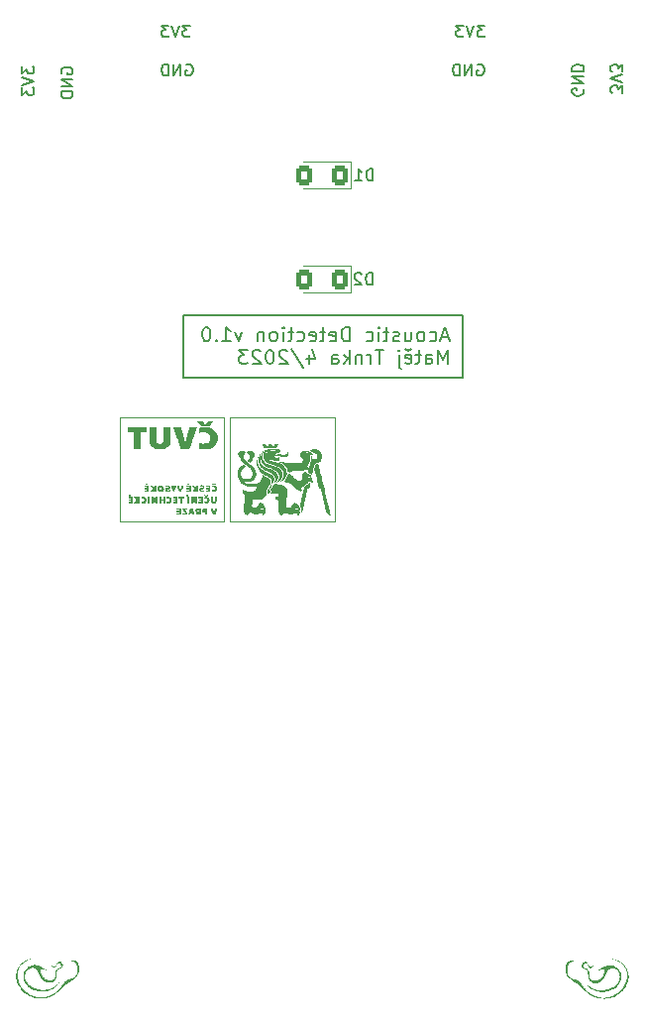
<source format=gbo>
G04 #@! TF.GenerationSoftware,KiCad,Pcbnew,7.0.1-3b83917a11~172~ubuntu22.04.1*
G04 #@! TF.CreationDate,2023-04-17T14:06:39+02:00*
G04 #@! TF.ProjectId,AcousticDetection_HW,41636f75-7374-4696-9344-657465637469,rev?*
G04 #@! TF.SameCoordinates,Original*
G04 #@! TF.FileFunction,Legend,Bot*
G04 #@! TF.FilePolarity,Positive*
%FSLAX46Y46*%
G04 Gerber Fmt 4.6, Leading zero omitted, Abs format (unit mm)*
G04 Created by KiCad (PCBNEW 7.0.1-3b83917a11~172~ubuntu22.04.1) date 2023-04-17 14:06:39*
%MOMM*%
%LPD*%
G01*
G04 APERTURE LIST*
G04 Aperture macros list*
%AMRoundRect*
0 Rectangle with rounded corners*
0 $1 Rounding radius*
0 $2 $3 $4 $5 $6 $7 $8 $9 X,Y pos of 4 corners*
0 Add a 4 corners polygon primitive as box body*
4,1,4,$2,$3,$4,$5,$6,$7,$8,$9,$2,$3,0*
0 Add four circle primitives for the rounded corners*
1,1,$1+$1,$2,$3*
1,1,$1+$1,$4,$5*
1,1,$1+$1,$6,$7*
1,1,$1+$1,$8,$9*
0 Add four rect primitives between the rounded corners*
20,1,$1+$1,$2,$3,$4,$5,0*
20,1,$1+$1,$4,$5,$6,$7,0*
20,1,$1+$1,$6,$7,$8,$9,0*
20,1,$1+$1,$8,$9,$2,$3,0*%
G04 Aperture macros list end*
%ADD10C,0.200000*%
%ADD11C,0.150000*%
%ADD12C,0.120000*%
%ADD13C,0.500000*%
%ADD14C,0.650000*%
%ADD15O,2.100000X1.000000*%
%ADD16O,1.800000X1.000000*%
%ADD17R,1.700000X1.700000*%
%ADD18O,1.700000X1.700000*%
%ADD19R,2.400000X4.000000*%
%ADD20R,4.000000X2.400000*%
%ADD21RoundRect,0.250001X0.462499X0.624999X-0.462499X0.624999X-0.462499X-0.624999X0.462499X-0.624999X0*%
G04 APERTURE END LIST*
D10*
X163536428Y-81903285D02*
X162965000Y-81903285D01*
X163650714Y-82246142D02*
X163250714Y-81046142D01*
X163250714Y-81046142D02*
X162850714Y-82246142D01*
X161936429Y-82189000D02*
X162050714Y-82246142D01*
X162050714Y-82246142D02*
X162279286Y-82246142D01*
X162279286Y-82246142D02*
X162393571Y-82189000D01*
X162393571Y-82189000D02*
X162450714Y-82131857D01*
X162450714Y-82131857D02*
X162507857Y-82017571D01*
X162507857Y-82017571D02*
X162507857Y-81674714D01*
X162507857Y-81674714D02*
X162450714Y-81560428D01*
X162450714Y-81560428D02*
X162393571Y-81503285D01*
X162393571Y-81503285D02*
X162279286Y-81446142D01*
X162279286Y-81446142D02*
X162050714Y-81446142D01*
X162050714Y-81446142D02*
X161936429Y-81503285D01*
X161250715Y-82246142D02*
X161365000Y-82189000D01*
X161365000Y-82189000D02*
X161422143Y-82131857D01*
X161422143Y-82131857D02*
X161479286Y-82017571D01*
X161479286Y-82017571D02*
X161479286Y-81674714D01*
X161479286Y-81674714D02*
X161422143Y-81560428D01*
X161422143Y-81560428D02*
X161365000Y-81503285D01*
X161365000Y-81503285D02*
X161250715Y-81446142D01*
X161250715Y-81446142D02*
X161079286Y-81446142D01*
X161079286Y-81446142D02*
X160965000Y-81503285D01*
X160965000Y-81503285D02*
X160907858Y-81560428D01*
X160907858Y-81560428D02*
X160850715Y-81674714D01*
X160850715Y-81674714D02*
X160850715Y-82017571D01*
X160850715Y-82017571D02*
X160907858Y-82131857D01*
X160907858Y-82131857D02*
X160965000Y-82189000D01*
X160965000Y-82189000D02*
X161079286Y-82246142D01*
X161079286Y-82246142D02*
X161250715Y-82246142D01*
X159822144Y-81446142D02*
X159822144Y-82246142D01*
X160336429Y-81446142D02*
X160336429Y-82074714D01*
X160336429Y-82074714D02*
X160279286Y-82189000D01*
X160279286Y-82189000D02*
X160165001Y-82246142D01*
X160165001Y-82246142D02*
X159993572Y-82246142D01*
X159993572Y-82246142D02*
X159879286Y-82189000D01*
X159879286Y-82189000D02*
X159822144Y-82131857D01*
X159307858Y-82189000D02*
X159193572Y-82246142D01*
X159193572Y-82246142D02*
X158965001Y-82246142D01*
X158965001Y-82246142D02*
X158850715Y-82189000D01*
X158850715Y-82189000D02*
X158793572Y-82074714D01*
X158793572Y-82074714D02*
X158793572Y-82017571D01*
X158793572Y-82017571D02*
X158850715Y-81903285D01*
X158850715Y-81903285D02*
X158965001Y-81846142D01*
X158965001Y-81846142D02*
X159136430Y-81846142D01*
X159136430Y-81846142D02*
X159250715Y-81789000D01*
X159250715Y-81789000D02*
X159307858Y-81674714D01*
X159307858Y-81674714D02*
X159307858Y-81617571D01*
X159307858Y-81617571D02*
X159250715Y-81503285D01*
X159250715Y-81503285D02*
X159136430Y-81446142D01*
X159136430Y-81446142D02*
X158965001Y-81446142D01*
X158965001Y-81446142D02*
X158850715Y-81503285D01*
X158450715Y-81446142D02*
X157993572Y-81446142D01*
X158279286Y-81046142D02*
X158279286Y-82074714D01*
X158279286Y-82074714D02*
X158222143Y-82189000D01*
X158222143Y-82189000D02*
X158107858Y-82246142D01*
X158107858Y-82246142D02*
X157993572Y-82246142D01*
X157593572Y-82246142D02*
X157593572Y-81446142D01*
X157593572Y-81046142D02*
X157650715Y-81103285D01*
X157650715Y-81103285D02*
X157593572Y-81160428D01*
X157593572Y-81160428D02*
X157536429Y-81103285D01*
X157536429Y-81103285D02*
X157593572Y-81046142D01*
X157593572Y-81046142D02*
X157593572Y-81160428D01*
X156507858Y-82189000D02*
X156622143Y-82246142D01*
X156622143Y-82246142D02*
X156850715Y-82246142D01*
X156850715Y-82246142D02*
X156965000Y-82189000D01*
X156965000Y-82189000D02*
X157022143Y-82131857D01*
X157022143Y-82131857D02*
X157079286Y-82017571D01*
X157079286Y-82017571D02*
X157079286Y-81674714D01*
X157079286Y-81674714D02*
X157022143Y-81560428D01*
X157022143Y-81560428D02*
X156965000Y-81503285D01*
X156965000Y-81503285D02*
X156850715Y-81446142D01*
X156850715Y-81446142D02*
X156622143Y-81446142D01*
X156622143Y-81446142D02*
X156507858Y-81503285D01*
X155079286Y-82246142D02*
X155079286Y-81046142D01*
X155079286Y-81046142D02*
X154793572Y-81046142D01*
X154793572Y-81046142D02*
X154622143Y-81103285D01*
X154622143Y-81103285D02*
X154507858Y-81217571D01*
X154507858Y-81217571D02*
X154450715Y-81331857D01*
X154450715Y-81331857D02*
X154393572Y-81560428D01*
X154393572Y-81560428D02*
X154393572Y-81731857D01*
X154393572Y-81731857D02*
X154450715Y-81960428D01*
X154450715Y-81960428D02*
X154507858Y-82074714D01*
X154507858Y-82074714D02*
X154622143Y-82189000D01*
X154622143Y-82189000D02*
X154793572Y-82246142D01*
X154793572Y-82246142D02*
X155079286Y-82246142D01*
X153422143Y-82189000D02*
X153536429Y-82246142D01*
X153536429Y-82246142D02*
X153765001Y-82246142D01*
X153765001Y-82246142D02*
X153879286Y-82189000D01*
X153879286Y-82189000D02*
X153936429Y-82074714D01*
X153936429Y-82074714D02*
X153936429Y-81617571D01*
X153936429Y-81617571D02*
X153879286Y-81503285D01*
X153879286Y-81503285D02*
X153765001Y-81446142D01*
X153765001Y-81446142D02*
X153536429Y-81446142D01*
X153536429Y-81446142D02*
X153422143Y-81503285D01*
X153422143Y-81503285D02*
X153365001Y-81617571D01*
X153365001Y-81617571D02*
X153365001Y-81731857D01*
X153365001Y-81731857D02*
X153936429Y-81846142D01*
X153022144Y-81446142D02*
X152565001Y-81446142D01*
X152850715Y-81046142D02*
X152850715Y-82074714D01*
X152850715Y-82074714D02*
X152793572Y-82189000D01*
X152793572Y-82189000D02*
X152679287Y-82246142D01*
X152679287Y-82246142D02*
X152565001Y-82246142D01*
X151707858Y-82189000D02*
X151822144Y-82246142D01*
X151822144Y-82246142D02*
X152050716Y-82246142D01*
X152050716Y-82246142D02*
X152165001Y-82189000D01*
X152165001Y-82189000D02*
X152222144Y-82074714D01*
X152222144Y-82074714D02*
X152222144Y-81617571D01*
X152222144Y-81617571D02*
X152165001Y-81503285D01*
X152165001Y-81503285D02*
X152050716Y-81446142D01*
X152050716Y-81446142D02*
X151822144Y-81446142D01*
X151822144Y-81446142D02*
X151707858Y-81503285D01*
X151707858Y-81503285D02*
X151650716Y-81617571D01*
X151650716Y-81617571D02*
X151650716Y-81731857D01*
X151650716Y-81731857D02*
X152222144Y-81846142D01*
X150622145Y-82189000D02*
X150736430Y-82246142D01*
X150736430Y-82246142D02*
X150965002Y-82246142D01*
X150965002Y-82246142D02*
X151079287Y-82189000D01*
X151079287Y-82189000D02*
X151136430Y-82131857D01*
X151136430Y-82131857D02*
X151193573Y-82017571D01*
X151193573Y-82017571D02*
X151193573Y-81674714D01*
X151193573Y-81674714D02*
X151136430Y-81560428D01*
X151136430Y-81560428D02*
X151079287Y-81503285D01*
X151079287Y-81503285D02*
X150965002Y-81446142D01*
X150965002Y-81446142D02*
X150736430Y-81446142D01*
X150736430Y-81446142D02*
X150622145Y-81503285D01*
X150279288Y-81446142D02*
X149822145Y-81446142D01*
X150107859Y-81046142D02*
X150107859Y-82074714D01*
X150107859Y-82074714D02*
X150050716Y-82189000D01*
X150050716Y-82189000D02*
X149936431Y-82246142D01*
X149936431Y-82246142D02*
X149822145Y-82246142D01*
X149422145Y-82246142D02*
X149422145Y-81446142D01*
X149422145Y-81046142D02*
X149479288Y-81103285D01*
X149479288Y-81103285D02*
X149422145Y-81160428D01*
X149422145Y-81160428D02*
X149365002Y-81103285D01*
X149365002Y-81103285D02*
X149422145Y-81046142D01*
X149422145Y-81046142D02*
X149422145Y-81160428D01*
X148679288Y-82246142D02*
X148793573Y-82189000D01*
X148793573Y-82189000D02*
X148850716Y-82131857D01*
X148850716Y-82131857D02*
X148907859Y-82017571D01*
X148907859Y-82017571D02*
X148907859Y-81674714D01*
X148907859Y-81674714D02*
X148850716Y-81560428D01*
X148850716Y-81560428D02*
X148793573Y-81503285D01*
X148793573Y-81503285D02*
X148679288Y-81446142D01*
X148679288Y-81446142D02*
X148507859Y-81446142D01*
X148507859Y-81446142D02*
X148393573Y-81503285D01*
X148393573Y-81503285D02*
X148336431Y-81560428D01*
X148336431Y-81560428D02*
X148279288Y-81674714D01*
X148279288Y-81674714D02*
X148279288Y-82017571D01*
X148279288Y-82017571D02*
X148336431Y-82131857D01*
X148336431Y-82131857D02*
X148393573Y-82189000D01*
X148393573Y-82189000D02*
X148507859Y-82246142D01*
X148507859Y-82246142D02*
X148679288Y-82246142D01*
X147765002Y-81446142D02*
X147765002Y-82246142D01*
X147765002Y-81560428D02*
X147707859Y-81503285D01*
X147707859Y-81503285D02*
X147593574Y-81446142D01*
X147593574Y-81446142D02*
X147422145Y-81446142D01*
X147422145Y-81446142D02*
X147307859Y-81503285D01*
X147307859Y-81503285D02*
X147250717Y-81617571D01*
X147250717Y-81617571D02*
X147250717Y-82246142D01*
X145879288Y-81446142D02*
X145593574Y-82246142D01*
X145593574Y-82246142D02*
X145307859Y-81446142D01*
X144222145Y-82246142D02*
X144907859Y-82246142D01*
X144565002Y-82246142D02*
X144565002Y-81046142D01*
X144565002Y-81046142D02*
X144679288Y-81217571D01*
X144679288Y-81217571D02*
X144793573Y-81331857D01*
X144793573Y-81331857D02*
X144907859Y-81389000D01*
X143707859Y-82131857D02*
X143650716Y-82189000D01*
X143650716Y-82189000D02*
X143707859Y-82246142D01*
X143707859Y-82246142D02*
X143765002Y-82189000D01*
X143765002Y-82189000D02*
X143707859Y-82131857D01*
X143707859Y-82131857D02*
X143707859Y-82246142D01*
X142907859Y-81046142D02*
X142793573Y-81046142D01*
X142793573Y-81046142D02*
X142679287Y-81103285D01*
X142679287Y-81103285D02*
X142622145Y-81160428D01*
X142622145Y-81160428D02*
X142565002Y-81274714D01*
X142565002Y-81274714D02*
X142507859Y-81503285D01*
X142507859Y-81503285D02*
X142507859Y-81789000D01*
X142507859Y-81789000D02*
X142565002Y-82017571D01*
X142565002Y-82017571D02*
X142622145Y-82131857D01*
X142622145Y-82131857D02*
X142679287Y-82189000D01*
X142679287Y-82189000D02*
X142793573Y-82246142D01*
X142793573Y-82246142D02*
X142907859Y-82246142D01*
X142907859Y-82246142D02*
X143022145Y-82189000D01*
X143022145Y-82189000D02*
X143079287Y-82131857D01*
X143079287Y-82131857D02*
X143136430Y-82017571D01*
X143136430Y-82017571D02*
X143193573Y-81789000D01*
X143193573Y-81789000D02*
X143193573Y-81503285D01*
X143193573Y-81503285D02*
X143136430Y-81274714D01*
X143136430Y-81274714D02*
X143079287Y-81160428D01*
X143079287Y-81160428D02*
X143022145Y-81103285D01*
X143022145Y-81103285D02*
X142907859Y-81046142D01*
X163479285Y-84190142D02*
X163479285Y-82990142D01*
X163479285Y-82990142D02*
X163079285Y-83847285D01*
X163079285Y-83847285D02*
X162679285Y-82990142D01*
X162679285Y-82990142D02*
X162679285Y-84190142D01*
X161593571Y-84190142D02*
X161593571Y-83561571D01*
X161593571Y-83561571D02*
X161650713Y-83447285D01*
X161650713Y-83447285D02*
X161764999Y-83390142D01*
X161764999Y-83390142D02*
X161993571Y-83390142D01*
X161993571Y-83390142D02*
X162107856Y-83447285D01*
X161593571Y-84133000D02*
X161707856Y-84190142D01*
X161707856Y-84190142D02*
X161993571Y-84190142D01*
X161993571Y-84190142D02*
X162107856Y-84133000D01*
X162107856Y-84133000D02*
X162164999Y-84018714D01*
X162164999Y-84018714D02*
X162164999Y-83904428D01*
X162164999Y-83904428D02*
X162107856Y-83790142D01*
X162107856Y-83790142D02*
X161993571Y-83733000D01*
X161993571Y-83733000D02*
X161707856Y-83733000D01*
X161707856Y-83733000D02*
X161593571Y-83675857D01*
X161193571Y-83390142D02*
X160736428Y-83390142D01*
X161022142Y-82990142D02*
X161022142Y-84018714D01*
X161022142Y-84018714D02*
X160964999Y-84133000D01*
X160964999Y-84133000D02*
X160850714Y-84190142D01*
X160850714Y-84190142D02*
X160736428Y-84190142D01*
X159879285Y-84133000D02*
X159993571Y-84190142D01*
X159993571Y-84190142D02*
X160222143Y-84190142D01*
X160222143Y-84190142D02*
X160336428Y-84133000D01*
X160336428Y-84133000D02*
X160393571Y-84018714D01*
X160393571Y-84018714D02*
X160393571Y-83561571D01*
X160393571Y-83561571D02*
X160336428Y-83447285D01*
X160336428Y-83447285D02*
X160222143Y-83390142D01*
X160222143Y-83390142D02*
X159993571Y-83390142D01*
X159993571Y-83390142D02*
X159879285Y-83447285D01*
X159879285Y-83447285D02*
X159822143Y-83561571D01*
X159822143Y-83561571D02*
X159822143Y-83675857D01*
X159822143Y-83675857D02*
X160393571Y-83790142D01*
X160336428Y-82933000D02*
X160107857Y-83104428D01*
X160107857Y-83104428D02*
X159879285Y-82933000D01*
X159307857Y-83390142D02*
X159307857Y-84418714D01*
X159307857Y-84418714D02*
X159365000Y-84533000D01*
X159365000Y-84533000D02*
X159479286Y-84590142D01*
X159479286Y-84590142D02*
X159536429Y-84590142D01*
X159307857Y-82990142D02*
X159365000Y-83047285D01*
X159365000Y-83047285D02*
X159307857Y-83104428D01*
X159307857Y-83104428D02*
X159250714Y-83047285D01*
X159250714Y-83047285D02*
X159307857Y-82990142D01*
X159307857Y-82990142D02*
X159307857Y-83104428D01*
X157993571Y-82990142D02*
X157307857Y-82990142D01*
X157650714Y-84190142D02*
X157650714Y-82990142D01*
X156907856Y-84190142D02*
X156907856Y-83390142D01*
X156907856Y-83618714D02*
X156850713Y-83504428D01*
X156850713Y-83504428D02*
X156793571Y-83447285D01*
X156793571Y-83447285D02*
X156679285Y-83390142D01*
X156679285Y-83390142D02*
X156564999Y-83390142D01*
X156164999Y-83390142D02*
X156164999Y-84190142D01*
X156164999Y-83504428D02*
X156107856Y-83447285D01*
X156107856Y-83447285D02*
X155993571Y-83390142D01*
X155993571Y-83390142D02*
X155822142Y-83390142D01*
X155822142Y-83390142D02*
X155707856Y-83447285D01*
X155707856Y-83447285D02*
X155650714Y-83561571D01*
X155650714Y-83561571D02*
X155650714Y-84190142D01*
X155079285Y-84190142D02*
X155079285Y-82990142D01*
X154965000Y-83733000D02*
X154622142Y-84190142D01*
X154622142Y-83390142D02*
X155079285Y-83847285D01*
X153593571Y-84190142D02*
X153593571Y-83561571D01*
X153593571Y-83561571D02*
X153650713Y-83447285D01*
X153650713Y-83447285D02*
X153764999Y-83390142D01*
X153764999Y-83390142D02*
X153993571Y-83390142D01*
X153993571Y-83390142D02*
X154107856Y-83447285D01*
X153593571Y-84133000D02*
X153707856Y-84190142D01*
X153707856Y-84190142D02*
X153993571Y-84190142D01*
X153993571Y-84190142D02*
X154107856Y-84133000D01*
X154107856Y-84133000D02*
X154164999Y-84018714D01*
X154164999Y-84018714D02*
X154164999Y-83904428D01*
X154164999Y-83904428D02*
X154107856Y-83790142D01*
X154107856Y-83790142D02*
X153993571Y-83733000D01*
X153993571Y-83733000D02*
X153707856Y-83733000D01*
X153707856Y-83733000D02*
X153593571Y-83675857D01*
X151593571Y-83390142D02*
X151593571Y-84190142D01*
X151879285Y-82933000D02*
X152164999Y-83790142D01*
X152164999Y-83790142D02*
X151422142Y-83790142D01*
X150107856Y-82933000D02*
X151136428Y-84475857D01*
X149764999Y-83104428D02*
X149707856Y-83047285D01*
X149707856Y-83047285D02*
X149593571Y-82990142D01*
X149593571Y-82990142D02*
X149307856Y-82990142D01*
X149307856Y-82990142D02*
X149193571Y-83047285D01*
X149193571Y-83047285D02*
X149136428Y-83104428D01*
X149136428Y-83104428D02*
X149079285Y-83218714D01*
X149079285Y-83218714D02*
X149079285Y-83333000D01*
X149079285Y-83333000D02*
X149136428Y-83504428D01*
X149136428Y-83504428D02*
X149822142Y-84190142D01*
X149822142Y-84190142D02*
X149079285Y-84190142D01*
X148336428Y-82990142D02*
X148222142Y-82990142D01*
X148222142Y-82990142D02*
X148107856Y-83047285D01*
X148107856Y-83047285D02*
X148050714Y-83104428D01*
X148050714Y-83104428D02*
X147993571Y-83218714D01*
X147993571Y-83218714D02*
X147936428Y-83447285D01*
X147936428Y-83447285D02*
X147936428Y-83733000D01*
X147936428Y-83733000D02*
X147993571Y-83961571D01*
X147993571Y-83961571D02*
X148050714Y-84075857D01*
X148050714Y-84075857D02*
X148107856Y-84133000D01*
X148107856Y-84133000D02*
X148222142Y-84190142D01*
X148222142Y-84190142D02*
X148336428Y-84190142D01*
X148336428Y-84190142D02*
X148450714Y-84133000D01*
X148450714Y-84133000D02*
X148507856Y-84075857D01*
X148507856Y-84075857D02*
X148564999Y-83961571D01*
X148564999Y-83961571D02*
X148622142Y-83733000D01*
X148622142Y-83733000D02*
X148622142Y-83447285D01*
X148622142Y-83447285D02*
X148564999Y-83218714D01*
X148564999Y-83218714D02*
X148507856Y-83104428D01*
X148507856Y-83104428D02*
X148450714Y-83047285D01*
X148450714Y-83047285D02*
X148336428Y-82990142D01*
X147479285Y-83104428D02*
X147422142Y-83047285D01*
X147422142Y-83047285D02*
X147307857Y-82990142D01*
X147307857Y-82990142D02*
X147022142Y-82990142D01*
X147022142Y-82990142D02*
X146907857Y-83047285D01*
X146907857Y-83047285D02*
X146850714Y-83104428D01*
X146850714Y-83104428D02*
X146793571Y-83218714D01*
X146793571Y-83218714D02*
X146793571Y-83333000D01*
X146793571Y-83333000D02*
X146850714Y-83504428D01*
X146850714Y-83504428D02*
X147536428Y-84190142D01*
X147536428Y-84190142D02*
X146793571Y-84190142D01*
X146393571Y-82990142D02*
X145650714Y-82990142D01*
X145650714Y-82990142D02*
X146050714Y-83447285D01*
X146050714Y-83447285D02*
X145879285Y-83447285D01*
X145879285Y-83447285D02*
X145765000Y-83504428D01*
X145765000Y-83504428D02*
X145707857Y-83561571D01*
X145707857Y-83561571D02*
X145650714Y-83675857D01*
X145650714Y-83675857D02*
X145650714Y-83961571D01*
X145650714Y-83961571D02*
X145707857Y-84075857D01*
X145707857Y-84075857D02*
X145765000Y-84133000D01*
X145765000Y-84133000D02*
X145879285Y-84190142D01*
X145879285Y-84190142D02*
X146222142Y-84190142D01*
X146222142Y-84190142D02*
X146336428Y-84133000D01*
X146336428Y-84133000D02*
X146393571Y-84075857D01*
D11*
X140864000Y-80014000D02*
X164740000Y-80014000D01*
X164740000Y-85348000D01*
X140864000Y-85348000D01*
X140864000Y-80014000D01*
X127121619Y-58786857D02*
X127121619Y-59405904D01*
X127121619Y-59405904D02*
X127502571Y-59072571D01*
X127502571Y-59072571D02*
X127502571Y-59215428D01*
X127502571Y-59215428D02*
X127550190Y-59310666D01*
X127550190Y-59310666D02*
X127597809Y-59358285D01*
X127597809Y-59358285D02*
X127693047Y-59405904D01*
X127693047Y-59405904D02*
X127931142Y-59405904D01*
X127931142Y-59405904D02*
X128026380Y-59358285D01*
X128026380Y-59358285D02*
X128074000Y-59310666D01*
X128074000Y-59310666D02*
X128121619Y-59215428D01*
X128121619Y-59215428D02*
X128121619Y-58929714D01*
X128121619Y-58929714D02*
X128074000Y-58834476D01*
X128074000Y-58834476D02*
X128026380Y-58786857D01*
X127121619Y-59691619D02*
X128121619Y-60024952D01*
X128121619Y-60024952D02*
X127121619Y-60358285D01*
X127121619Y-60596381D02*
X127121619Y-61215428D01*
X127121619Y-61215428D02*
X127502571Y-60882095D01*
X127502571Y-60882095D02*
X127502571Y-61024952D01*
X127502571Y-61024952D02*
X127550190Y-61120190D01*
X127550190Y-61120190D02*
X127597809Y-61167809D01*
X127597809Y-61167809D02*
X127693047Y-61215428D01*
X127693047Y-61215428D02*
X127931142Y-61215428D01*
X127931142Y-61215428D02*
X128026380Y-61167809D01*
X128026380Y-61167809D02*
X128074000Y-61120190D01*
X128074000Y-61120190D02*
X128121619Y-61024952D01*
X128121619Y-61024952D02*
X128121619Y-60739238D01*
X128121619Y-60739238D02*
X128074000Y-60644000D01*
X128074000Y-60644000D02*
X128026380Y-60596381D01*
X130479238Y-59405904D02*
X130431619Y-59310666D01*
X130431619Y-59310666D02*
X130431619Y-59167809D01*
X130431619Y-59167809D02*
X130479238Y-59024952D01*
X130479238Y-59024952D02*
X130574476Y-58929714D01*
X130574476Y-58929714D02*
X130669714Y-58882095D01*
X130669714Y-58882095D02*
X130860190Y-58834476D01*
X130860190Y-58834476D02*
X131003047Y-58834476D01*
X131003047Y-58834476D02*
X131193523Y-58882095D01*
X131193523Y-58882095D02*
X131288761Y-58929714D01*
X131288761Y-58929714D02*
X131384000Y-59024952D01*
X131384000Y-59024952D02*
X131431619Y-59167809D01*
X131431619Y-59167809D02*
X131431619Y-59263047D01*
X131431619Y-59263047D02*
X131384000Y-59405904D01*
X131384000Y-59405904D02*
X131336380Y-59453523D01*
X131336380Y-59453523D02*
X131003047Y-59453523D01*
X131003047Y-59453523D02*
X131003047Y-59263047D01*
X131431619Y-59882095D02*
X130431619Y-59882095D01*
X130431619Y-59882095D02*
X131431619Y-60453523D01*
X131431619Y-60453523D02*
X130431619Y-60453523D01*
X131431619Y-60929714D02*
X130431619Y-60929714D01*
X130431619Y-60929714D02*
X130431619Y-61167809D01*
X130431619Y-61167809D02*
X130479238Y-61310666D01*
X130479238Y-61310666D02*
X130574476Y-61405904D01*
X130574476Y-61405904D02*
X130669714Y-61453523D01*
X130669714Y-61453523D02*
X130860190Y-61501142D01*
X130860190Y-61501142D02*
X131003047Y-61501142D01*
X131003047Y-61501142D02*
X131193523Y-61453523D01*
X131193523Y-61453523D02*
X131288761Y-61405904D01*
X131288761Y-61405904D02*
X131384000Y-61310666D01*
X131384000Y-61310666D02*
X131431619Y-61167809D01*
X131431619Y-61167809D02*
X131431619Y-60929714D01*
X141451428Y-55269619D02*
X140832381Y-55269619D01*
X140832381Y-55269619D02*
X141165714Y-55650571D01*
X141165714Y-55650571D02*
X141022857Y-55650571D01*
X141022857Y-55650571D02*
X140927619Y-55698190D01*
X140927619Y-55698190D02*
X140880000Y-55745809D01*
X140880000Y-55745809D02*
X140832381Y-55841047D01*
X140832381Y-55841047D02*
X140832381Y-56079142D01*
X140832381Y-56079142D02*
X140880000Y-56174380D01*
X140880000Y-56174380D02*
X140927619Y-56222000D01*
X140927619Y-56222000D02*
X141022857Y-56269619D01*
X141022857Y-56269619D02*
X141308571Y-56269619D01*
X141308571Y-56269619D02*
X141403809Y-56222000D01*
X141403809Y-56222000D02*
X141451428Y-56174380D01*
X140546666Y-55269619D02*
X140213333Y-56269619D01*
X140213333Y-56269619D02*
X139880000Y-55269619D01*
X139641904Y-55269619D02*
X139022857Y-55269619D01*
X139022857Y-55269619D02*
X139356190Y-55650571D01*
X139356190Y-55650571D02*
X139213333Y-55650571D01*
X139213333Y-55650571D02*
X139118095Y-55698190D01*
X139118095Y-55698190D02*
X139070476Y-55745809D01*
X139070476Y-55745809D02*
X139022857Y-55841047D01*
X139022857Y-55841047D02*
X139022857Y-56079142D01*
X139022857Y-56079142D02*
X139070476Y-56174380D01*
X139070476Y-56174380D02*
X139118095Y-56222000D01*
X139118095Y-56222000D02*
X139213333Y-56269619D01*
X139213333Y-56269619D02*
X139499047Y-56269619D01*
X139499047Y-56269619D02*
X139594285Y-56222000D01*
X139594285Y-56222000D02*
X139641904Y-56174380D01*
X141118095Y-58627238D02*
X141213333Y-58579619D01*
X141213333Y-58579619D02*
X141356190Y-58579619D01*
X141356190Y-58579619D02*
X141499047Y-58627238D01*
X141499047Y-58627238D02*
X141594285Y-58722476D01*
X141594285Y-58722476D02*
X141641904Y-58817714D01*
X141641904Y-58817714D02*
X141689523Y-59008190D01*
X141689523Y-59008190D02*
X141689523Y-59151047D01*
X141689523Y-59151047D02*
X141641904Y-59341523D01*
X141641904Y-59341523D02*
X141594285Y-59436761D01*
X141594285Y-59436761D02*
X141499047Y-59532000D01*
X141499047Y-59532000D02*
X141356190Y-59579619D01*
X141356190Y-59579619D02*
X141260952Y-59579619D01*
X141260952Y-59579619D02*
X141118095Y-59532000D01*
X141118095Y-59532000D02*
X141070476Y-59484380D01*
X141070476Y-59484380D02*
X141070476Y-59151047D01*
X141070476Y-59151047D02*
X141260952Y-59151047D01*
X140641904Y-59579619D02*
X140641904Y-58579619D01*
X140641904Y-58579619D02*
X140070476Y-59579619D01*
X140070476Y-59579619D02*
X140070476Y-58579619D01*
X139594285Y-59579619D02*
X139594285Y-58579619D01*
X139594285Y-58579619D02*
X139356190Y-58579619D01*
X139356190Y-58579619D02*
X139213333Y-58627238D01*
X139213333Y-58627238D02*
X139118095Y-58722476D01*
X139118095Y-58722476D02*
X139070476Y-58817714D01*
X139070476Y-58817714D02*
X139022857Y-59008190D01*
X139022857Y-59008190D02*
X139022857Y-59151047D01*
X139022857Y-59151047D02*
X139070476Y-59341523D01*
X139070476Y-59341523D02*
X139118095Y-59436761D01*
X139118095Y-59436761D02*
X139213333Y-59532000D01*
X139213333Y-59532000D02*
X139356190Y-59579619D01*
X139356190Y-59579619D02*
X139594285Y-59579619D01*
X157033094Y-77428619D02*
X157033094Y-76428619D01*
X157033094Y-76428619D02*
X156794999Y-76428619D01*
X156794999Y-76428619D02*
X156652142Y-76476238D01*
X156652142Y-76476238D02*
X156556904Y-76571476D01*
X156556904Y-76571476D02*
X156509285Y-76666714D01*
X156509285Y-76666714D02*
X156461666Y-76857190D01*
X156461666Y-76857190D02*
X156461666Y-77000047D01*
X156461666Y-77000047D02*
X156509285Y-77190523D01*
X156509285Y-77190523D02*
X156556904Y-77285761D01*
X156556904Y-77285761D02*
X156652142Y-77381000D01*
X156652142Y-77381000D02*
X156794999Y-77428619D01*
X156794999Y-77428619D02*
X157033094Y-77428619D01*
X156080713Y-76523857D02*
X156033094Y-76476238D01*
X156033094Y-76476238D02*
X155937856Y-76428619D01*
X155937856Y-76428619D02*
X155699761Y-76428619D01*
X155699761Y-76428619D02*
X155604523Y-76476238D01*
X155604523Y-76476238D02*
X155556904Y-76523857D01*
X155556904Y-76523857D02*
X155509285Y-76619095D01*
X155509285Y-76619095D02*
X155509285Y-76714333D01*
X155509285Y-76714333D02*
X155556904Y-76857190D01*
X155556904Y-76857190D02*
X156128332Y-77428619D01*
X156128332Y-77428619D02*
X155509285Y-77428619D01*
X166010095Y-58627238D02*
X166105333Y-58579619D01*
X166105333Y-58579619D02*
X166248190Y-58579619D01*
X166248190Y-58579619D02*
X166391047Y-58627238D01*
X166391047Y-58627238D02*
X166486285Y-58722476D01*
X166486285Y-58722476D02*
X166533904Y-58817714D01*
X166533904Y-58817714D02*
X166581523Y-59008190D01*
X166581523Y-59008190D02*
X166581523Y-59151047D01*
X166581523Y-59151047D02*
X166533904Y-59341523D01*
X166533904Y-59341523D02*
X166486285Y-59436761D01*
X166486285Y-59436761D02*
X166391047Y-59532000D01*
X166391047Y-59532000D02*
X166248190Y-59579619D01*
X166248190Y-59579619D02*
X166152952Y-59579619D01*
X166152952Y-59579619D02*
X166010095Y-59532000D01*
X166010095Y-59532000D02*
X165962476Y-59484380D01*
X165962476Y-59484380D02*
X165962476Y-59151047D01*
X165962476Y-59151047D02*
X166152952Y-59151047D01*
X165533904Y-59579619D02*
X165533904Y-58579619D01*
X165533904Y-58579619D02*
X164962476Y-59579619D01*
X164962476Y-59579619D02*
X164962476Y-58579619D01*
X164486285Y-59579619D02*
X164486285Y-58579619D01*
X164486285Y-58579619D02*
X164248190Y-58579619D01*
X164248190Y-58579619D02*
X164105333Y-58627238D01*
X164105333Y-58627238D02*
X164010095Y-58722476D01*
X164010095Y-58722476D02*
X163962476Y-58817714D01*
X163962476Y-58817714D02*
X163914857Y-59008190D01*
X163914857Y-59008190D02*
X163914857Y-59151047D01*
X163914857Y-59151047D02*
X163962476Y-59341523D01*
X163962476Y-59341523D02*
X164010095Y-59436761D01*
X164010095Y-59436761D02*
X164105333Y-59532000D01*
X164105333Y-59532000D02*
X164248190Y-59579619D01*
X164248190Y-59579619D02*
X164486285Y-59579619D01*
X166629142Y-55269619D02*
X166010095Y-55269619D01*
X166010095Y-55269619D02*
X166343428Y-55650571D01*
X166343428Y-55650571D02*
X166200571Y-55650571D01*
X166200571Y-55650571D02*
X166105333Y-55698190D01*
X166105333Y-55698190D02*
X166057714Y-55745809D01*
X166057714Y-55745809D02*
X166010095Y-55841047D01*
X166010095Y-55841047D02*
X166010095Y-56079142D01*
X166010095Y-56079142D02*
X166057714Y-56174380D01*
X166057714Y-56174380D02*
X166105333Y-56222000D01*
X166105333Y-56222000D02*
X166200571Y-56269619D01*
X166200571Y-56269619D02*
X166486285Y-56269619D01*
X166486285Y-56269619D02*
X166581523Y-56222000D01*
X166581523Y-56222000D02*
X166629142Y-56174380D01*
X165724380Y-55269619D02*
X165391047Y-56269619D01*
X165391047Y-56269619D02*
X165057714Y-55269619D01*
X164819618Y-55269619D02*
X164200571Y-55269619D01*
X164200571Y-55269619D02*
X164533904Y-55650571D01*
X164533904Y-55650571D02*
X164391047Y-55650571D01*
X164391047Y-55650571D02*
X164295809Y-55698190D01*
X164295809Y-55698190D02*
X164248190Y-55745809D01*
X164248190Y-55745809D02*
X164200571Y-55841047D01*
X164200571Y-55841047D02*
X164200571Y-56079142D01*
X164200571Y-56079142D02*
X164248190Y-56174380D01*
X164248190Y-56174380D02*
X164295809Y-56222000D01*
X164295809Y-56222000D02*
X164391047Y-56269619D01*
X164391047Y-56269619D02*
X164676761Y-56269619D01*
X164676761Y-56269619D02*
X164771999Y-56222000D01*
X164771999Y-56222000D02*
X164819618Y-56174380D01*
X157096094Y-68538619D02*
X157096094Y-67538619D01*
X157096094Y-67538619D02*
X156857999Y-67538619D01*
X156857999Y-67538619D02*
X156715142Y-67586238D01*
X156715142Y-67586238D02*
X156619904Y-67681476D01*
X156619904Y-67681476D02*
X156572285Y-67776714D01*
X156572285Y-67776714D02*
X156524666Y-67967190D01*
X156524666Y-67967190D02*
X156524666Y-68110047D01*
X156524666Y-68110047D02*
X156572285Y-68300523D01*
X156572285Y-68300523D02*
X156619904Y-68395761D01*
X156619904Y-68395761D02*
X156715142Y-68491000D01*
X156715142Y-68491000D02*
X156857999Y-68538619D01*
X156857999Y-68538619D02*
X157096094Y-68538619D01*
X155572285Y-68538619D02*
X156143713Y-68538619D01*
X155857999Y-68538619D02*
X155857999Y-67538619D01*
X155857999Y-67538619D02*
X155953237Y-67681476D01*
X155953237Y-67681476D02*
X156048475Y-67776714D01*
X156048475Y-67776714D02*
X156143713Y-67824333D01*
X175056761Y-60706095D02*
X175104380Y-60801333D01*
X175104380Y-60801333D02*
X175104380Y-60944190D01*
X175104380Y-60944190D02*
X175056761Y-61087047D01*
X175056761Y-61087047D02*
X174961523Y-61182285D01*
X174961523Y-61182285D02*
X174866285Y-61229904D01*
X174866285Y-61229904D02*
X174675809Y-61277523D01*
X174675809Y-61277523D02*
X174532952Y-61277523D01*
X174532952Y-61277523D02*
X174342476Y-61229904D01*
X174342476Y-61229904D02*
X174247238Y-61182285D01*
X174247238Y-61182285D02*
X174152000Y-61087047D01*
X174152000Y-61087047D02*
X174104380Y-60944190D01*
X174104380Y-60944190D02*
X174104380Y-60848952D01*
X174104380Y-60848952D02*
X174152000Y-60706095D01*
X174152000Y-60706095D02*
X174199619Y-60658476D01*
X174199619Y-60658476D02*
X174532952Y-60658476D01*
X174532952Y-60658476D02*
X174532952Y-60848952D01*
X174104380Y-60229904D02*
X175104380Y-60229904D01*
X175104380Y-60229904D02*
X174104380Y-59658476D01*
X174104380Y-59658476D02*
X175104380Y-59658476D01*
X174104380Y-59182285D02*
X175104380Y-59182285D01*
X175104380Y-59182285D02*
X175104380Y-58944190D01*
X175104380Y-58944190D02*
X175056761Y-58801333D01*
X175056761Y-58801333D02*
X174961523Y-58706095D01*
X174961523Y-58706095D02*
X174866285Y-58658476D01*
X174866285Y-58658476D02*
X174675809Y-58610857D01*
X174675809Y-58610857D02*
X174532952Y-58610857D01*
X174532952Y-58610857D02*
X174342476Y-58658476D01*
X174342476Y-58658476D02*
X174247238Y-58706095D01*
X174247238Y-58706095D02*
X174152000Y-58801333D01*
X174152000Y-58801333D02*
X174104380Y-58944190D01*
X174104380Y-58944190D02*
X174104380Y-59182285D01*
X178414380Y-61039428D02*
X178414380Y-60420381D01*
X178414380Y-60420381D02*
X178033428Y-60753714D01*
X178033428Y-60753714D02*
X178033428Y-60610857D01*
X178033428Y-60610857D02*
X177985809Y-60515619D01*
X177985809Y-60515619D02*
X177938190Y-60468000D01*
X177938190Y-60468000D02*
X177842952Y-60420381D01*
X177842952Y-60420381D02*
X177604857Y-60420381D01*
X177604857Y-60420381D02*
X177509619Y-60468000D01*
X177509619Y-60468000D02*
X177462000Y-60515619D01*
X177462000Y-60515619D02*
X177414380Y-60610857D01*
X177414380Y-60610857D02*
X177414380Y-60896571D01*
X177414380Y-60896571D02*
X177462000Y-60991809D01*
X177462000Y-60991809D02*
X177509619Y-61039428D01*
X178414380Y-60134666D02*
X177414380Y-59801333D01*
X177414380Y-59801333D02*
X178414380Y-59468000D01*
X178414380Y-59229904D02*
X178414380Y-58610857D01*
X178414380Y-58610857D02*
X178033428Y-58944190D01*
X178033428Y-58944190D02*
X178033428Y-58801333D01*
X178033428Y-58801333D02*
X177985809Y-58706095D01*
X177985809Y-58706095D02*
X177938190Y-58658476D01*
X177938190Y-58658476D02*
X177842952Y-58610857D01*
X177842952Y-58610857D02*
X177604857Y-58610857D01*
X177604857Y-58610857D02*
X177509619Y-58658476D01*
X177509619Y-58658476D02*
X177462000Y-58706095D01*
X177462000Y-58706095D02*
X177414380Y-58801333D01*
X177414380Y-58801333D02*
X177414380Y-59087047D01*
X177414380Y-59087047D02*
X177462000Y-59182285D01*
X177462000Y-59182285D02*
X177509619Y-59229904D01*
G36*
X176192560Y-136204255D02*
G01*
X176190747Y-136206068D01*
X176188934Y-136204255D01*
X176190747Y-136202442D01*
X176192560Y-136204255D01*
G37*
G36*
X177460264Y-135032626D02*
G01*
X177460831Y-135033716D01*
X177457847Y-135035043D01*
X177455927Y-135034781D01*
X177455430Y-135032626D01*
X177455961Y-135032192D01*
X177460264Y-135032626D01*
G37*
G36*
X177639441Y-135020282D02*
G01*
X177673785Y-135023032D01*
X177703793Y-135027133D01*
X177708183Y-135027915D01*
X177775839Y-135042252D01*
X177846709Y-135061241D01*
X177919157Y-135084287D01*
X177991547Y-135110791D01*
X178062242Y-135140158D01*
X178129606Y-135171791D01*
X178192003Y-135205094D01*
X178225448Y-135224770D01*
X178312870Y-135281836D01*
X178395371Y-135344205D01*
X178472844Y-135411767D01*
X178545185Y-135484411D01*
X178612288Y-135562025D01*
X178674047Y-135644499D01*
X178730356Y-135731721D01*
X178781109Y-135823581D01*
X178798683Y-135859320D01*
X178838985Y-135952584D01*
X178872876Y-136048814D01*
X178900271Y-136147553D01*
X178921086Y-136248344D01*
X178935236Y-136350728D01*
X178942636Y-136454250D01*
X178943201Y-136558452D01*
X178936846Y-136662876D01*
X178925256Y-136751606D01*
X178906166Y-136845309D01*
X178880051Y-136939572D01*
X178846996Y-137034196D01*
X178807083Y-137128984D01*
X178760397Y-137223736D01*
X178707021Y-137318254D01*
X178647040Y-137412340D01*
X178580537Y-137505796D01*
X178559815Y-137533007D01*
X178504726Y-137601563D01*
X178446037Y-137669646D01*
X178384550Y-137736482D01*
X178321064Y-137801291D01*
X178256380Y-137863299D01*
X178191298Y-137921726D01*
X178126618Y-137975798D01*
X178063140Y-138024736D01*
X178001666Y-138067764D01*
X177946793Y-138102511D01*
X177859958Y-138152049D01*
X177768261Y-138198375D01*
X177672890Y-138241000D01*
X177575030Y-138279437D01*
X177475869Y-138313201D01*
X177376592Y-138341803D01*
X177278386Y-138364756D01*
X177246677Y-138371015D01*
X177124464Y-138390553D01*
X177001762Y-138403018D01*
X176878889Y-138408496D01*
X176756167Y-138407067D01*
X176633916Y-138398815D01*
X176512456Y-138383824D01*
X176392108Y-138362175D01*
X176273191Y-138333952D01*
X176156026Y-138299239D01*
X176040934Y-138258117D01*
X175928234Y-138210669D01*
X175818247Y-138156979D01*
X175711293Y-138097130D01*
X175607693Y-138031205D01*
X175507766Y-137959285D01*
X175411834Y-137881456D01*
X175399033Y-137870412D01*
X175356834Y-137833693D01*
X175310446Y-137792913D01*
X175260661Y-137748787D01*
X175208273Y-137702028D01*
X175154075Y-137653351D01*
X175098860Y-137603468D01*
X175043423Y-137553094D01*
X174988555Y-137502943D01*
X174935050Y-137453729D01*
X174883701Y-137406165D01*
X174856947Y-137381334D01*
X174820109Y-137347346D01*
X174787300Y-137317372D01*
X174757813Y-137290786D01*
X174730940Y-137266962D01*
X174705972Y-137245274D01*
X174682202Y-137225096D01*
X174658922Y-137205804D01*
X174635423Y-137186772D01*
X174632771Y-137184649D01*
X174614722Y-137170322D01*
X174597403Y-137156852D01*
X174580131Y-137143761D01*
X174562224Y-137130571D01*
X174542999Y-137116805D01*
X174521771Y-137101985D01*
X174497859Y-137085634D01*
X174470579Y-137067273D01*
X174439247Y-137046425D01*
X174403182Y-137022613D01*
X174361700Y-136995359D01*
X174350768Y-136988182D01*
X174279148Y-136940804D01*
X174213417Y-136896621D01*
X174153198Y-136855324D01*
X174098113Y-136816603D01*
X174047784Y-136780149D01*
X174001833Y-136745653D01*
X173959882Y-136712804D01*
X173921553Y-136681293D01*
X173886468Y-136650812D01*
X173854250Y-136621049D01*
X173824521Y-136591696D01*
X173796902Y-136562443D01*
X173771016Y-136532982D01*
X173746484Y-136503001D01*
X173722930Y-136472192D01*
X173687972Y-136420906D01*
X173650304Y-136354003D01*
X173618235Y-136282518D01*
X173591773Y-136206475D01*
X173570927Y-136125896D01*
X173555704Y-136040805D01*
X173546111Y-135951224D01*
X173544300Y-135915087D01*
X173543840Y-135870656D01*
X173544920Y-135823711D01*
X173547435Y-135776190D01*
X173551280Y-135730031D01*
X173556347Y-135687175D01*
X173562534Y-135649559D01*
X173562915Y-135647615D01*
X173578423Y-135580479D01*
X173597801Y-135516055D01*
X173620657Y-135455384D01*
X173646602Y-135399505D01*
X173675244Y-135349461D01*
X173678319Y-135344679D01*
X173707797Y-135302584D01*
X173737729Y-135266960D01*
X173768923Y-135237114D01*
X173802188Y-135212354D01*
X173838331Y-135191984D01*
X173878161Y-135175311D01*
X173880077Y-135174629D01*
X173898839Y-135168457D01*
X173918033Y-135163214D01*
X173938510Y-135158796D01*
X173961122Y-135155098D01*
X173986723Y-135152016D01*
X174016165Y-135149446D01*
X174050299Y-135147283D01*
X174089979Y-135145424D01*
X174136057Y-135143763D01*
X174170016Y-135142555D01*
X174208848Y-135140772D01*
X174242152Y-135138664D01*
X174270902Y-135136126D01*
X174296075Y-135133052D01*
X174318646Y-135129336D01*
X174339592Y-135124874D01*
X174359888Y-135119559D01*
X174360832Y-135119738D01*
X174358088Y-135122918D01*
X174350832Y-135128988D01*
X174339948Y-135137167D01*
X174337416Y-135139004D01*
X174320419Y-135151554D01*
X174301944Y-135165470D01*
X174285566Y-135178063D01*
X174269728Y-135189731D01*
X174252268Y-135200785D01*
X174233566Y-135210522D01*
X174212629Y-135219310D01*
X174188465Y-135227523D01*
X174160084Y-135235529D01*
X174126492Y-135243701D01*
X174086698Y-135252409D01*
X174076545Y-135254578D01*
X174033518Y-135264692D01*
X173996568Y-135275180D01*
X173964731Y-135286468D01*
X173937042Y-135298978D01*
X173912537Y-135313136D01*
X173890252Y-135329366D01*
X173869221Y-135348092D01*
X173857643Y-135359881D01*
X173840235Y-135380309D01*
X173824618Y-135402662D01*
X173810360Y-135427822D01*
X173797030Y-135456668D01*
X173784194Y-135490080D01*
X173771422Y-135528939D01*
X173758280Y-135574124D01*
X173748893Y-135609504D01*
X173726752Y-135710185D01*
X173711731Y-135809604D01*
X173703823Y-135907811D01*
X173703023Y-136004854D01*
X173706718Y-136073758D01*
X173715557Y-136151034D01*
X173729326Y-136223339D01*
X173748136Y-136290961D01*
X173772100Y-136354188D01*
X173801328Y-136413308D01*
X173835933Y-136468608D01*
X173876026Y-136520377D01*
X173921718Y-136568902D01*
X173931229Y-136577958D01*
X173963893Y-136606599D01*
X173997402Y-136631912D01*
X174032672Y-136654347D01*
X174070616Y-136674355D01*
X174112150Y-136692385D01*
X174158189Y-136708889D01*
X174209647Y-136724317D01*
X174267438Y-136739119D01*
X174274560Y-136740823D01*
X174324447Y-136752897D01*
X174368047Y-136763773D01*
X174406073Y-136773705D01*
X174439242Y-136782945D01*
X174468267Y-136791747D01*
X174493864Y-136800363D01*
X174516748Y-136809047D01*
X174537633Y-136818051D01*
X174557234Y-136827629D01*
X174576266Y-136838034D01*
X174595444Y-136849519D01*
X174615483Y-136862337D01*
X174643441Y-136881444D01*
X174674936Y-136905140D01*
X174706476Y-136931404D01*
X174739415Y-136961374D01*
X174775108Y-136996183D01*
X174776590Y-136997670D01*
X174797155Y-137018565D01*
X174816257Y-137038578D01*
X174834609Y-137058552D01*
X174852929Y-137079330D01*
X174871931Y-137101757D01*
X174892332Y-137126677D01*
X174914847Y-137154932D01*
X174940192Y-137187366D01*
X174969083Y-137224823D01*
X174985492Y-137246133D01*
X175052568Y-137331831D01*
X175116810Y-137411507D01*
X175178565Y-137485528D01*
X175238180Y-137554260D01*
X175296000Y-137618070D01*
X175352372Y-137677324D01*
X175407643Y-137732389D01*
X175462160Y-137783631D01*
X175516269Y-137831417D01*
X175570316Y-137876113D01*
X175624648Y-137918085D01*
X175659871Y-137943824D01*
X175694320Y-137967745D01*
X175728766Y-137990243D01*
X175764556Y-138012140D01*
X175803037Y-138034262D01*
X175845556Y-138057431D01*
X175893459Y-138082471D01*
X175921754Y-138096846D01*
X176025575Y-138146456D01*
X176126899Y-138189772D01*
X176226265Y-138226971D01*
X176324212Y-138258228D01*
X176421278Y-138283721D01*
X176518004Y-138303624D01*
X176614926Y-138318114D01*
X176627262Y-138319517D01*
X176674390Y-138323400D01*
X176726306Y-138325699D01*
X176781236Y-138326432D01*
X176837405Y-138325618D01*
X176893038Y-138323276D01*
X176946362Y-138319425D01*
X176995600Y-138314083D01*
X177074730Y-138301960D01*
X177186234Y-138278876D01*
X177297477Y-138248959D01*
X177407993Y-138212443D01*
X177517312Y-138169559D01*
X177624966Y-138120540D01*
X177730488Y-138065620D01*
X177833408Y-138005030D01*
X177933259Y-137939004D01*
X178029573Y-137867775D01*
X178121880Y-137791574D01*
X178209714Y-137710635D01*
X178240411Y-137680270D01*
X178297111Y-137621240D01*
X178348918Y-137562867D01*
X178397005Y-137503673D01*
X178442544Y-137442182D01*
X178486709Y-137376915D01*
X178530674Y-137306396D01*
X178536877Y-137296024D01*
X178590377Y-137201742D01*
X178637537Y-137109179D01*
X178678719Y-137017477D01*
X178714285Y-136925776D01*
X178744597Y-136833220D01*
X178770017Y-136738948D01*
X178774246Y-136721083D01*
X178794158Y-136622202D01*
X178807889Y-136524680D01*
X178815415Y-136428965D01*
X178816712Y-136335503D01*
X178811759Y-136244741D01*
X178800530Y-136157124D01*
X178800153Y-136154884D01*
X178783888Y-136074526D01*
X178762576Y-135994956D01*
X178736593Y-135917038D01*
X178706317Y-135841636D01*
X178672125Y-135769616D01*
X178634395Y-135701841D01*
X178593503Y-135639177D01*
X178549827Y-135582488D01*
X178531826Y-135561782D01*
X178499659Y-135527195D01*
X178463290Y-135490479D01*
X178423879Y-135452712D01*
X178382588Y-135414970D01*
X178340576Y-135378331D01*
X178299004Y-135343870D01*
X178259034Y-135312666D01*
X178248976Y-135305142D01*
X178167651Y-135248141D01*
X178085612Y-135197362D01*
X178003231Y-135152994D01*
X177920879Y-135115222D01*
X177838930Y-135084235D01*
X177757755Y-135060221D01*
X177747444Y-135057635D01*
X177713237Y-135049638D01*
X177682067Y-135043494D01*
X177651880Y-135038927D01*
X177620621Y-135035663D01*
X177586236Y-135033426D01*
X177546670Y-135031942D01*
X177463285Y-135029605D01*
X177497727Y-135024166D01*
X177502716Y-135023426D01*
X177532397Y-135020456D01*
X177566545Y-135018962D01*
X177602960Y-135018915D01*
X177639441Y-135020282D01*
G37*
G36*
X175262015Y-135264006D02*
G01*
X175300693Y-135271762D01*
X175336200Y-135286012D01*
X175368610Y-135306796D01*
X175397999Y-135334157D01*
X175424440Y-135368134D01*
X175426995Y-135372106D01*
X175435111Y-135385865D01*
X175445268Y-135404225D01*
X175456718Y-135425793D01*
X175468719Y-135449177D01*
X175480525Y-135472985D01*
X175482984Y-135478029D01*
X175499481Y-135511263D01*
X175513812Y-135538811D01*
X175526522Y-135561562D01*
X175538154Y-135580405D01*
X175549252Y-135596228D01*
X175560360Y-135609918D01*
X175572023Y-135622365D01*
X175574184Y-135624480D01*
X175598894Y-135643923D01*
X175627658Y-135659489D01*
X175657918Y-135669766D01*
X175672212Y-135672263D01*
X175696721Y-135673944D01*
X175723013Y-135673400D01*
X175748165Y-135670729D01*
X175769251Y-135666031D01*
X175774858Y-135664199D01*
X175793201Y-135656888D01*
X175809724Y-135647699D01*
X175825493Y-135635739D01*
X175841577Y-135620115D01*
X175859042Y-135599936D01*
X175878957Y-135574308D01*
X175889916Y-135559875D01*
X175903796Y-135542045D01*
X175916591Y-135526078D01*
X175927232Y-135513302D01*
X175934652Y-135505045D01*
X175935875Y-135503813D01*
X175957694Y-135485939D01*
X175981157Y-135473664D01*
X176004812Y-135467760D01*
X176023976Y-135465732D01*
X176000410Y-135479698D01*
X175986900Y-135488250D01*
X175967505Y-135503125D01*
X175949968Y-135520472D01*
X175933328Y-135541417D01*
X175916625Y-135567084D01*
X175898897Y-135598600D01*
X175879104Y-135634743D01*
X175858642Y-135669505D01*
X175839622Y-135698640D01*
X175821555Y-135722797D01*
X175803951Y-135742625D01*
X175786321Y-135758773D01*
X175768174Y-135771891D01*
X175751924Y-135781376D01*
X175733240Y-135789149D01*
X175713765Y-135793030D01*
X175690433Y-135793885D01*
X175676988Y-135793208D01*
X175640893Y-135786513D01*
X175605906Y-135772914D01*
X175572571Y-135752658D01*
X175541426Y-135725990D01*
X175532204Y-135716372D01*
X175521612Y-135703714D01*
X175512275Y-135690068D01*
X175503706Y-135674423D01*
X175495422Y-135655767D01*
X175486936Y-135633088D01*
X175477764Y-135605373D01*
X175467420Y-135571611D01*
X175454905Y-135531707D01*
X175442352Y-135496428D01*
X175429925Y-135467008D01*
X175417220Y-135442770D01*
X175403830Y-135423032D01*
X175389349Y-135407114D01*
X175373371Y-135394337D01*
X175355492Y-135384020D01*
X175353105Y-135382862D01*
X175342261Y-135378264D01*
X175331937Y-135375583D01*
X175319548Y-135374333D01*
X175302508Y-135374026D01*
X175285072Y-135374379D01*
X175272222Y-135375747D01*
X175261382Y-135378595D01*
X175249939Y-135383388D01*
X175247763Y-135384430D01*
X175219133Y-135402135D01*
X175192316Y-135425842D01*
X175167863Y-135454489D01*
X175146324Y-135487009D01*
X175128250Y-135522339D01*
X175114190Y-135559412D01*
X175104695Y-135597166D01*
X175100315Y-135634534D01*
X175101600Y-135670453D01*
X175104799Y-135689786D01*
X175114359Y-135720871D01*
X175128914Y-135746922D01*
X175148673Y-135768269D01*
X175173840Y-135785240D01*
X175185283Y-135790470D01*
X175205627Y-135797721D01*
X175232766Y-135805770D01*
X175266899Y-135814678D01*
X175284629Y-135819190D01*
X175316518Y-135828128D01*
X175343271Y-135837082D01*
X175366272Y-135846666D01*
X175386909Y-135857492D01*
X175406568Y-135870173D01*
X175426636Y-135885323D01*
X175459460Y-135915091D01*
X175492700Y-135953935D01*
X175520956Y-135997137D01*
X175543612Y-136043738D01*
X175560050Y-136092780D01*
X175561102Y-136096857D01*
X175565091Y-136114139D01*
X175568442Y-136132325D01*
X175571236Y-136152322D01*
X175573556Y-136175037D01*
X175575482Y-136201376D01*
X175577096Y-136232247D01*
X175578481Y-136268554D01*
X175579717Y-136311206D01*
X175580534Y-136340487D01*
X175581930Y-136380345D01*
X175583569Y-136414447D01*
X175585543Y-136443702D01*
X175587942Y-136469015D01*
X175590859Y-136491295D01*
X175594383Y-136511449D01*
X175598607Y-136530385D01*
X175603621Y-136549010D01*
X175605286Y-136554641D01*
X175624915Y-136608662D01*
X175649795Y-136658197D01*
X175679685Y-136702756D01*
X175679731Y-136702816D01*
X175693576Y-136719154D01*
X175711278Y-136737735D01*
X175730803Y-136756594D01*
X175750117Y-136773766D01*
X175767186Y-136787286D01*
X175777484Y-136794265D01*
X175800436Y-136807802D01*
X175826346Y-136821124D01*
X175852581Y-136832919D01*
X175876509Y-136841872D01*
X175885330Y-136844644D01*
X175945136Y-136859119D01*
X176006446Y-136866701D01*
X176068902Y-136867477D01*
X176132143Y-136861533D01*
X176195812Y-136848956D01*
X176259547Y-136829832D01*
X176322990Y-136804248D01*
X176385782Y-136772291D01*
X176447564Y-136734048D01*
X176507975Y-136689604D01*
X176520730Y-136679017D01*
X176543368Y-136658784D01*
X176568054Y-136635326D01*
X176593298Y-136610141D01*
X176617607Y-136584731D01*
X176639490Y-136560595D01*
X176657456Y-136539233D01*
X176661389Y-136534261D01*
X176703934Y-136475639D01*
X176742083Y-136413981D01*
X176775434Y-136350207D01*
X176803583Y-136285239D01*
X176826130Y-136219997D01*
X176842670Y-136155401D01*
X176852803Y-136092373D01*
X176853254Y-136088058D01*
X176855064Y-136045260D01*
X176851599Y-136007298D01*
X176842987Y-135974296D01*
X176829354Y-135946381D01*
X176810830Y-135923676D01*
X176787540Y-135906308D01*
X176759613Y-135894400D01*
X176727176Y-135888079D01*
X176690357Y-135887470D01*
X176649283Y-135892697D01*
X176609538Y-135902369D01*
X176561991Y-135918695D01*
X176512850Y-135940059D01*
X176463167Y-135965784D01*
X176413991Y-135995195D01*
X176366375Y-136027614D01*
X176321368Y-136062365D01*
X176280022Y-136098771D01*
X176243389Y-136136157D01*
X176212517Y-136173845D01*
X176207342Y-136180875D01*
X176199266Y-136191668D01*
X176194926Y-136196968D01*
X176193971Y-136197035D01*
X176196052Y-136192126D01*
X176200819Y-136182502D01*
X176202296Y-136179605D01*
X176221080Y-136146953D01*
X176244485Y-136112283D01*
X176271174Y-136077356D01*
X176299808Y-136043933D01*
X176329049Y-136013774D01*
X176340540Y-136002950D01*
X176368123Y-135978144D01*
X176399831Y-135950882D01*
X176434366Y-135922204D01*
X176470432Y-135893145D01*
X176506731Y-135864745D01*
X176541965Y-135838039D01*
X176574838Y-135814067D01*
X176604050Y-135793865D01*
X176630933Y-135776376D01*
X176714770Y-135727053D01*
X176801858Y-135683289D01*
X176891461Y-135645349D01*
X176982840Y-135613500D01*
X177075258Y-135588008D01*
X177167977Y-135569139D01*
X177260259Y-135557159D01*
X177262334Y-135556971D01*
X177310130Y-135554044D01*
X177361586Y-135553272D01*
X177414559Y-135554565D01*
X177466909Y-135557831D01*
X177516494Y-135562979D01*
X177561172Y-135569920D01*
X177615035Y-135581787D01*
X177690325Y-135604566D01*
X177762838Y-135634039D01*
X177832566Y-135670202D01*
X177899500Y-135713047D01*
X177963632Y-135762570D01*
X178024952Y-135818764D01*
X178083452Y-135881625D01*
X178139123Y-135951146D01*
X178151661Y-135968328D01*
X178197831Y-136038723D01*
X178237012Y-136110880D01*
X178269178Y-136184666D01*
X178294303Y-136259947D01*
X178312358Y-136336587D01*
X178323318Y-136414453D01*
X178327155Y-136493409D01*
X178323843Y-136573323D01*
X178313355Y-136654059D01*
X178295664Y-136735483D01*
X178277489Y-136797314D01*
X178247352Y-136878688D01*
X178210505Y-136959343D01*
X178167255Y-137038801D01*
X178117909Y-137116588D01*
X178062774Y-137192227D01*
X178002159Y-137265243D01*
X177936368Y-137335160D01*
X177865711Y-137401502D01*
X177853773Y-137411936D01*
X177771521Y-137478665D01*
X177686524Y-137538837D01*
X177598923Y-137592373D01*
X177508857Y-137639192D01*
X177416467Y-137679215D01*
X177321892Y-137712361D01*
X177274286Y-137726555D01*
X177169945Y-137753960D01*
X177060552Y-137777928D01*
X176947115Y-137798247D01*
X176830641Y-137814707D01*
X176817874Y-137816070D01*
X176789874Y-137818156D01*
X176756760Y-137819746D01*
X176719899Y-137820842D01*
X176680657Y-137821443D01*
X176640400Y-137821550D01*
X176600495Y-137821163D01*
X176562309Y-137820281D01*
X176527206Y-137818905D01*
X176496555Y-137817036D01*
X176471720Y-137814672D01*
X176407618Y-137805807D01*
X176297620Y-137785327D01*
X176191332Y-137758626D01*
X176088710Y-137725686D01*
X175989713Y-137686486D01*
X175894298Y-137641009D01*
X175802422Y-137589234D01*
X175714043Y-137531143D01*
X175629118Y-137466715D01*
X175547605Y-137395933D01*
X175521106Y-137370730D01*
X175495599Y-137345029D01*
X175470461Y-137318083D01*
X175444995Y-137289072D01*
X175418501Y-137257178D01*
X175390280Y-137221581D01*
X175359634Y-137181461D01*
X175325864Y-137135999D01*
X175320188Y-137128284D01*
X175299736Y-137100690D01*
X175282139Y-137077376D01*
X175266352Y-137057013D01*
X175251333Y-137038271D01*
X175236040Y-137019821D01*
X175219430Y-137000335D01*
X175219164Y-137000005D01*
X175220596Y-137000773D01*
X175226720Y-137005788D01*
X175236939Y-137014534D01*
X175250655Y-137026496D01*
X175267272Y-137041158D01*
X175286194Y-137058005D01*
X175289935Y-137061349D01*
X175359511Y-137122932D01*
X175424723Y-137179448D01*
X175486011Y-137231224D01*
X175543818Y-137278587D01*
X175598583Y-137321862D01*
X175650748Y-137361376D01*
X175700753Y-137397456D01*
X175749039Y-137430428D01*
X175796046Y-137460619D01*
X175842216Y-137488356D01*
X175887989Y-137513964D01*
X175933807Y-137537771D01*
X175948983Y-137545281D01*
X176022822Y-137579159D01*
X176095081Y-137607597D01*
X176167396Y-137631079D01*
X176241401Y-137650091D01*
X176318732Y-137665120D01*
X176401024Y-137676652D01*
X176407165Y-137677324D01*
X176436162Y-137679678D01*
X176470510Y-137681422D01*
X176508706Y-137682558D01*
X176549244Y-137683086D01*
X176590621Y-137683006D01*
X176631332Y-137682317D01*
X176669874Y-137681021D01*
X176704742Y-137679117D01*
X176734433Y-137676606D01*
X176842681Y-137662858D01*
X176963167Y-137641872D01*
X177079730Y-137615351D01*
X177192195Y-137583356D01*
X177300386Y-137545949D01*
X177404129Y-137503190D01*
X177503249Y-137455142D01*
X177597571Y-137401865D01*
X177686921Y-137343420D01*
X177706723Y-137329283D01*
X177782654Y-137270591D01*
X177852237Y-137209290D01*
X177915389Y-137145499D01*
X177972030Y-137079339D01*
X178022075Y-137010929D01*
X178065445Y-136940388D01*
X178102056Y-136867837D01*
X178131826Y-136793393D01*
X178154673Y-136717178D01*
X178170515Y-136639311D01*
X178170910Y-136636708D01*
X178173883Y-136611286D01*
X178176190Y-136580980D01*
X178177779Y-136547801D01*
X178178599Y-136513762D01*
X178178599Y-136480874D01*
X178177727Y-136451148D01*
X178175933Y-136426596D01*
X178170358Y-136385465D01*
X178155089Y-136314676D01*
X178132972Y-136245789D01*
X178104210Y-136179312D01*
X178069006Y-136115751D01*
X178027561Y-136055611D01*
X178025819Y-136053357D01*
X178010352Y-136034824D01*
X177991100Y-136013657D01*
X177969711Y-135991524D01*
X177947835Y-135970090D01*
X177927120Y-135951024D01*
X177909217Y-135935992D01*
X177892834Y-135923540D01*
X177836515Y-135885919D01*
X177778669Y-135855230D01*
X177718901Y-135831281D01*
X177656814Y-135813880D01*
X177634340Y-135809942D01*
X177605374Y-135806906D01*
X177573743Y-135805215D01*
X177541401Y-135804888D01*
X177510303Y-135805940D01*
X177482404Y-135808386D01*
X177459659Y-135812244D01*
X177454448Y-135813487D01*
X177400172Y-135829435D01*
X177350284Y-135850100D01*
X177303632Y-135876114D01*
X177259069Y-135908111D01*
X177215445Y-135946724D01*
X177210258Y-135951784D01*
X177185855Y-135976793D01*
X177162762Y-136002707D01*
X177140613Y-136030122D01*
X177119045Y-136059634D01*
X177097694Y-136091840D01*
X177076195Y-136127335D01*
X177054184Y-136166715D01*
X177031296Y-136210577D01*
X177007169Y-136259516D01*
X176981437Y-136314128D01*
X176953736Y-136375009D01*
X176939933Y-136405630D01*
X176915152Y-136459698D01*
X176892402Y-136507947D01*
X176871334Y-136551015D01*
X176851598Y-136589536D01*
X176832845Y-136624146D01*
X176814725Y-136655480D01*
X176796890Y-136684173D01*
X176778989Y-136710861D01*
X176760673Y-136736180D01*
X176741592Y-136760764D01*
X176733178Y-136771047D01*
X176687416Y-136820815D01*
X176635755Y-136867865D01*
X176579108Y-136911541D01*
X176518382Y-136951185D01*
X176454488Y-136986143D01*
X176388335Y-137015756D01*
X176345562Y-137031713D01*
X176275222Y-137053110D01*
X176205978Y-137068187D01*
X176138138Y-137076983D01*
X176072010Y-137079538D01*
X176007901Y-137075890D01*
X175946121Y-137066079D01*
X175886976Y-137050144D01*
X175830774Y-137028125D01*
X175777824Y-137000059D01*
X175728434Y-136965988D01*
X175682912Y-136925949D01*
X175667795Y-136910500D01*
X175630948Y-136867746D01*
X175598390Y-136821651D01*
X175569310Y-136770993D01*
X175542899Y-136714549D01*
X175533107Y-136690497D01*
X175518872Y-136650952D01*
X175506677Y-136610321D01*
X175496368Y-136567731D01*
X175487786Y-136522310D01*
X175480776Y-136473188D01*
X175475182Y-136419492D01*
X175470847Y-136360350D01*
X175467614Y-136294891D01*
X175467468Y-136291244D01*
X175465194Y-136244832D01*
X175462328Y-136204684D01*
X175458708Y-136169893D01*
X175454177Y-136139549D01*
X175448574Y-136112746D01*
X175441742Y-136088574D01*
X175433520Y-136066125D01*
X175423750Y-136044493D01*
X175418084Y-136033523D01*
X175406654Y-136014547D01*
X175393571Y-135997128D01*
X175378183Y-135980777D01*
X175359839Y-135965008D01*
X175337889Y-135949333D01*
X175311680Y-135933265D01*
X175280563Y-135916318D01*
X175243885Y-135898004D01*
X175200995Y-135877836D01*
X175192075Y-135873726D01*
X175161872Y-135859660D01*
X175136893Y-135847708D01*
X175115999Y-135837274D01*
X175098055Y-135827758D01*
X175081921Y-135818562D01*
X175066462Y-135809090D01*
X175050539Y-135798742D01*
X175024234Y-135779221D01*
X174995283Y-135751690D01*
X174971861Y-135721802D01*
X174954541Y-135690317D01*
X174943898Y-135657991D01*
X174941743Y-135645457D01*
X174939535Y-135621937D01*
X174938643Y-135595341D01*
X174939070Y-135568119D01*
X174940814Y-135542725D01*
X174943878Y-135521608D01*
X174949151Y-135499744D01*
X174965000Y-135455151D01*
X174986768Y-135413306D01*
X175013864Y-135374982D01*
X175045701Y-135340951D01*
X175081687Y-135311988D01*
X175121235Y-135288865D01*
X175140146Y-135280317D01*
X175169928Y-135270021D01*
X175199555Y-135264277D01*
X175231812Y-135262421D01*
X175262015Y-135264006D01*
G37*
D12*
X155199000Y-78101000D02*
X151139000Y-78101000D01*
X155199000Y-75831000D02*
X155199000Y-78101000D01*
X151139000Y-75831000D02*
X155199000Y-75831000D01*
G36*
X141367581Y-95812281D02*
G01*
X141367581Y-96086547D01*
X141291397Y-96086547D01*
X141215212Y-96086547D01*
X141215212Y-95812281D01*
X141215212Y-95538016D01*
X141291397Y-95538016D01*
X141367581Y-95538016D01*
X141367581Y-95812281D01*
G37*
G36*
X138015452Y-95812281D02*
G01*
X138015452Y-96086547D01*
X137939267Y-96086547D01*
X137863082Y-96086547D01*
X137863082Y-95812281D01*
X137863082Y-95538016D01*
X137939267Y-95538016D01*
X138015452Y-95538016D01*
X138015452Y-95812281D01*
G37*
G36*
X143212079Y-89126656D02*
G01*
X143447425Y-89130878D01*
X143257744Y-89325149D01*
X143068063Y-89519420D01*
X142785179Y-89519420D01*
X142502295Y-89519420D01*
X142304654Y-89321340D01*
X142107013Y-89123259D01*
X142350175Y-89123259D01*
X142593336Y-89123259D01*
X142688977Y-89218050D01*
X142784618Y-89312841D01*
X142880676Y-89217637D01*
X142976733Y-89122433D01*
X143212079Y-89126656D01*
G37*
G36*
X140925710Y-95606583D02*
G01*
X140925710Y-95675149D01*
X140857144Y-95675149D01*
X140788577Y-95675149D01*
X140788577Y-95880848D01*
X140788577Y-96086547D01*
X140708583Y-96086572D01*
X140628589Y-96086598D01*
X140633223Y-95880873D01*
X140637857Y-95675149D01*
X140568466Y-95675149D01*
X140499075Y-95675149D01*
X140499075Y-95606583D01*
X140499075Y-95538016D01*
X140712392Y-95538016D01*
X140925710Y-95538016D01*
X140925710Y-95606583D01*
G37*
G36*
X141313273Y-94396413D02*
G01*
X141344170Y-94402460D01*
X141364186Y-94417280D01*
X141382985Y-94444765D01*
X141387350Y-94452123D01*
X141405743Y-94488607D01*
X141413235Y-94513331D01*
X141412896Y-94515882D01*
X141394208Y-94527999D01*
X141348535Y-94531878D01*
X141323577Y-94530896D01*
X141290883Y-94523151D01*
X141261783Y-94502612D01*
X141225577Y-94463311D01*
X141167375Y-94395245D01*
X141260084Y-94395245D01*
X141261837Y-94395245D01*
X141313273Y-94396413D01*
G37*
G36*
X141240982Y-95385692D02*
G01*
X141285100Y-95387427D01*
X141310831Y-95394474D01*
X141326867Y-95410581D01*
X141341904Y-95439493D01*
X141346842Y-95449982D01*
X141361630Y-95483427D01*
X141367581Y-95500441D01*
X141365147Y-95502356D01*
X141341930Y-95506068D01*
X141302107Y-95507542D01*
X141287640Y-95507304D01*
X141249189Y-95501406D01*
X141216382Y-95483137D01*
X141177120Y-95446595D01*
X141117606Y-95385647D01*
X141216916Y-95385647D01*
X141240982Y-95385692D01*
G37*
G36*
X136319446Y-95385692D02*
G01*
X136363565Y-95387427D01*
X136389295Y-95394474D01*
X136405331Y-95410581D01*
X136420368Y-95439493D01*
X136425307Y-95449982D01*
X136440094Y-95483427D01*
X136446046Y-95500441D01*
X136443611Y-95502356D01*
X136420395Y-95506068D01*
X136380572Y-95507542D01*
X136366104Y-95507304D01*
X136327653Y-95501406D01*
X136294847Y-95483137D01*
X136255584Y-95446595D01*
X136196070Y-95385647D01*
X136295380Y-95385647D01*
X136319446Y-95385692D01*
G37*
G36*
X153892356Y-88818520D02*
G01*
X153892356Y-93229618D01*
X153892356Y-97732137D01*
X149389837Y-97732137D01*
X144887318Y-97732137D01*
X144887318Y-97640716D01*
X144978739Y-97640716D01*
X149389837Y-97640716D01*
X153800935Y-97640716D01*
X153800935Y-93229618D01*
X153800935Y-88818520D01*
X149389837Y-88818520D01*
X144978739Y-88818520D01*
X144978739Y-93229618D01*
X144978739Y-97640716D01*
X144887318Y-97640716D01*
X144887318Y-93229618D01*
X144887318Y-88727099D01*
X149389837Y-88727099D01*
X153892356Y-88727099D01*
X153892356Y-88818520D01*
G37*
G36*
X143034437Y-95393265D02*
G01*
X142984134Y-95450404D01*
X142957319Y-95479099D01*
X142930326Y-95498193D01*
X142896924Y-95506028D01*
X142845097Y-95507542D01*
X142798211Y-95506493D01*
X142763950Y-95499888D01*
X142738139Y-95482825D01*
X142709126Y-95450404D01*
X142661890Y-95393265D01*
X142724811Y-95388504D01*
X142776349Y-95390531D01*
X142816649Y-95409912D01*
X142832456Y-95423191D01*
X142850984Y-95427451D01*
X142874482Y-95409912D01*
X142911531Y-95391246D01*
X142968918Y-95388504D01*
X143034437Y-95393265D01*
G37*
G36*
X144445446Y-88818520D02*
G01*
X144445446Y-93229618D01*
X144445446Y-97732137D01*
X139942926Y-97732137D01*
X135440407Y-97732137D01*
X135440407Y-97640716D01*
X135531829Y-97640716D01*
X139942926Y-97640716D01*
X144354024Y-97640716D01*
X144354024Y-93229618D01*
X144354024Y-88818520D01*
X139942926Y-88818520D01*
X135531829Y-88818520D01*
X135531829Y-93229618D01*
X135531829Y-97640716D01*
X135440407Y-97640716D01*
X135440407Y-93229618D01*
X135440407Y-88727099D01*
X139942926Y-88727099D01*
X144445446Y-88727099D01*
X144445446Y-88818520D01*
G37*
G36*
X141688342Y-95701814D02*
G01*
X141689127Y-95865611D01*
X141772281Y-95701814D01*
X141855434Y-95538016D01*
X141954339Y-95538016D01*
X142053244Y-95538016D01*
X142053244Y-95812281D01*
X142053244Y-96086547D01*
X141969441Y-96086547D01*
X141885638Y-96086547D01*
X141884749Y-95930368D01*
X141883860Y-95774189D01*
X141805097Y-95930368D01*
X141726333Y-96086547D01*
X141630761Y-96086547D01*
X141535188Y-96086547D01*
X141535188Y-95812281D01*
X141535188Y-95538016D01*
X141611373Y-95538016D01*
X141687557Y-95538016D01*
X141688342Y-95701814D01*
G37*
G36*
X137693340Y-94395255D02*
G01*
X137738903Y-94396736D01*
X137765743Y-94404103D01*
X137783503Y-94422128D01*
X137801825Y-94455586D01*
X137810311Y-94472539D01*
X137826274Y-94506752D01*
X137832608Y-94524152D01*
X137830458Y-94526261D01*
X137807830Y-94530636D01*
X137768494Y-94532377D01*
X137766883Y-94532375D01*
X137723086Y-94527996D01*
X137687351Y-94511208D01*
X137646598Y-94475956D01*
X137624699Y-94453661D01*
X137598882Y-94424045D01*
X137588817Y-94407390D01*
X137598782Y-94401884D01*
X137631803Y-94397090D01*
X137679929Y-94395245D01*
X137693340Y-94395255D01*
G37*
G36*
X143358150Y-94395273D02*
G01*
X143412334Y-94402910D01*
X143447639Y-94425955D01*
X143475432Y-94456666D01*
X143509148Y-94424991D01*
X143515920Y-94419024D01*
X143553199Y-94400273D01*
X143604954Y-94398090D01*
X143667043Y-94402863D01*
X143613109Y-94467620D01*
X143587362Y-94497280D01*
X143559294Y-94520827D01*
X143527997Y-94530502D01*
X143481087Y-94532377D01*
X143460762Y-94532125D01*
X143417585Y-94526851D01*
X143383892Y-94510131D01*
X143345218Y-94475956D01*
X143323319Y-94453661D01*
X143297502Y-94424045D01*
X143287437Y-94407390D01*
X143290038Y-94404025D01*
X143313570Y-94397739D01*
X143353642Y-94395245D01*
X143358150Y-94395273D01*
G37*
G36*
X140392416Y-95812281D02*
G01*
X140392416Y-96086547D01*
X140201955Y-96086547D01*
X140011493Y-96086547D01*
X140011493Y-96025599D01*
X140011493Y-95964651D01*
X140118151Y-95964651D01*
X140224810Y-95964651D01*
X140224810Y-95918940D01*
X140224810Y-95873229D01*
X140118151Y-95873229D01*
X140011493Y-95873229D01*
X140011493Y-95812281D01*
X140011493Y-95751334D01*
X140118151Y-95751334D01*
X140224810Y-95751334D01*
X140224810Y-95705623D01*
X140224810Y-95659912D01*
X140118151Y-95659912D01*
X140011493Y-95659912D01*
X140011493Y-95598964D01*
X140011493Y-95538016D01*
X140201955Y-95538016D01*
X140392416Y-95538016D01*
X140392416Y-95812281D01*
G37*
G36*
X136567941Y-95812281D02*
G01*
X136567941Y-96086547D01*
X136377479Y-96086547D01*
X136187018Y-96086547D01*
X136187018Y-96025599D01*
X136187018Y-95964651D01*
X136293676Y-95964651D01*
X136400335Y-95964651D01*
X136400335Y-95918940D01*
X136400335Y-95873229D01*
X136293676Y-95873229D01*
X136187018Y-95873229D01*
X136187018Y-95812281D01*
X136187018Y-95751334D01*
X136293676Y-95751334D01*
X136400335Y-95751334D01*
X136400335Y-95705623D01*
X136400335Y-95659912D01*
X136293676Y-95659912D01*
X136187018Y-95659912D01*
X136187018Y-95598964D01*
X136187018Y-95538016D01*
X136377479Y-95538016D01*
X136567941Y-95538016D01*
X136567941Y-95812281D01*
G37*
G36*
X138338704Y-95694195D02*
G01*
X138343046Y-95850374D01*
X138423179Y-95694195D01*
X138503312Y-95538016D01*
X138602213Y-95538016D01*
X138701115Y-95538016D01*
X138701115Y-95812281D01*
X138701115Y-96086547D01*
X138624930Y-96086547D01*
X138548745Y-96086547D01*
X138548745Y-95933278D01*
X138548215Y-95887554D01*
X138545869Y-95833682D01*
X138542079Y-95798208D01*
X138537318Y-95787167D01*
X138529361Y-95797583D01*
X138509483Y-95830525D01*
X138481803Y-95880039D01*
X138449705Y-95940214D01*
X138373520Y-96086103D01*
X138278289Y-96086325D01*
X138183058Y-96086547D01*
X138183058Y-95812281D01*
X138183058Y-95538016D01*
X138258710Y-95538016D01*
X138334362Y-95538016D01*
X138338704Y-95694195D01*
G37*
G36*
X148446566Y-94522965D02*
G01*
X148446203Y-94529395D01*
X148435838Y-94560039D01*
X148414430Y-94609799D01*
X148384279Y-94673487D01*
X148347687Y-94745914D01*
X148241554Y-94949959D01*
X148286211Y-94977117D01*
X148306162Y-94990949D01*
X148325927Y-95018615D01*
X148330812Y-95061638D01*
X148318181Y-95130237D01*
X148280378Y-95193109D01*
X148222359Y-95237697D01*
X148214494Y-95241258D01*
X148161316Y-95256880D01*
X148105599Y-95263404D01*
X148040317Y-95263751D01*
X148049746Y-95183757D01*
X148055582Y-95143632D01*
X148089528Y-95006502D01*
X148143591Y-94864372D01*
X148213864Y-94726456D01*
X148296439Y-94601970D01*
X148314658Y-94579873D01*
X148356644Y-94540122D01*
X148396331Y-94515437D01*
X148428158Y-94508743D01*
X148446566Y-94522965D01*
G37*
G36*
X140447284Y-94565845D02*
G01*
X140536339Y-94570470D01*
X140580756Y-94760832D01*
X140582592Y-94768703D01*
X140600437Y-94843969D01*
X140614099Y-94893155D01*
X140625397Y-94915654D01*
X140636153Y-94910859D01*
X140648186Y-94878164D01*
X140663318Y-94816963D01*
X140683368Y-94726649D01*
X140719404Y-94562851D01*
X140807320Y-94562851D01*
X140845628Y-94564000D01*
X140881477Y-94568147D01*
X140895368Y-94574279D01*
X140891948Y-94589194D01*
X140881022Y-94629087D01*
X140863945Y-94688856D01*
X140842108Y-94763632D01*
X140816905Y-94848544D01*
X140738309Y-95111382D01*
X140628884Y-95111382D01*
X140519459Y-95111382D01*
X140449092Y-94879018D01*
X140435346Y-94833460D01*
X140411588Y-94753913D01*
X140391321Y-94685039D01*
X140376349Y-94632995D01*
X140368477Y-94603937D01*
X140358229Y-94561220D01*
X140447284Y-94565845D01*
G37*
G36*
X139021091Y-95645471D02*
G01*
X139021091Y-95752926D01*
X139101085Y-95748321D01*
X139137951Y-95744981D01*
X139171571Y-95735983D01*
X139182567Y-95720860D01*
X139183237Y-95707755D01*
X139184770Y-95668162D01*
X139186376Y-95618010D01*
X139188697Y-95538016D01*
X139264882Y-95538016D01*
X139341067Y-95538016D01*
X139341067Y-95812281D01*
X139341067Y-96086547D01*
X139264882Y-96086547D01*
X139247623Y-96086260D01*
X139203241Y-96080498D01*
X139187643Y-96067500D01*
X139187026Y-96053731D01*
X139185558Y-96014875D01*
X139183833Y-95964651D01*
X139181079Y-95880848D01*
X139101085Y-95876242D01*
X139021091Y-95871637D01*
X139021091Y-95979092D01*
X139021091Y-96086547D01*
X138944906Y-96086547D01*
X138868721Y-96086547D01*
X138868721Y-95812281D01*
X138868721Y-95538016D01*
X138944906Y-95538016D01*
X139021091Y-95538016D01*
X139021091Y-95645471D01*
G37*
G36*
X142571301Y-95812281D02*
G01*
X142571301Y-96086547D01*
X142380839Y-96086547D01*
X142190377Y-96086547D01*
X142190377Y-96026266D01*
X142190377Y-95965986D01*
X142300845Y-95961509D01*
X142332326Y-95960139D01*
X142376657Y-95956735D01*
X142400254Y-95950408D01*
X142409634Y-95938647D01*
X142411313Y-95918940D01*
X142411217Y-95911825D01*
X142407614Y-95894365D01*
X142393784Y-95884494D01*
X142362982Y-95879418D01*
X142308463Y-95876342D01*
X142205614Y-95871837D01*
X142205614Y-95811585D01*
X142205614Y-95751334D01*
X142313285Y-95751334D01*
X142420955Y-95751334D01*
X142416134Y-95709432D01*
X142414315Y-95696198D01*
X142407768Y-95679743D01*
X142391220Y-95670563D01*
X142357852Y-95665915D01*
X142300845Y-95663054D01*
X142190377Y-95658577D01*
X142190377Y-95598297D01*
X142190377Y-95538016D01*
X142380839Y-95538016D01*
X142571301Y-95538016D01*
X142571301Y-95812281D01*
G37*
G36*
X141260923Y-96581748D02*
G01*
X141260923Y-96650314D01*
X141154264Y-96650314D01*
X141150029Y-96650320D01*
X141098266Y-96651549D01*
X141061555Y-96654492D01*
X141047605Y-96658554D01*
X141054991Y-96671117D01*
X141077684Y-96703195D01*
X141112020Y-96749463D01*
X141154264Y-96804802D01*
X141158154Y-96809840D01*
X141203951Y-96870495D01*
X141233826Y-96914482D01*
X141251080Y-96948145D01*
X141259012Y-96977829D01*
X141260923Y-97009879D01*
X141260923Y-97076949D01*
X141047605Y-97076949D01*
X140834288Y-97076949D01*
X140834288Y-97008382D01*
X140834288Y-96939816D01*
X140949450Y-96939816D01*
X141064612Y-96939816D01*
X140949450Y-96789576D01*
X140940189Y-96777469D01*
X140893736Y-96715234D01*
X140863043Y-96669781D01*
X140844986Y-96635324D01*
X140836442Y-96606078D01*
X140834288Y-96576259D01*
X140834288Y-96513181D01*
X141047605Y-96513181D01*
X141260923Y-96513181D01*
X141260923Y-96581748D01*
G37*
G36*
X140712392Y-96795065D02*
G01*
X140712392Y-97076949D01*
X140521931Y-97076949D01*
X140331469Y-97076949D01*
X140331469Y-97008382D01*
X140331469Y-96939816D01*
X140438127Y-96939816D01*
X140466568Y-96939747D01*
X140510749Y-96938265D01*
X140534085Y-96933015D01*
X140543218Y-96921625D01*
X140544786Y-96901724D01*
X140544592Y-96891566D01*
X140540443Y-96875787D01*
X140525742Y-96867453D01*
X140493851Y-96864191D01*
X140438127Y-96863631D01*
X140331469Y-96863631D01*
X140331469Y-96795065D01*
X140331469Y-96726499D01*
X140438127Y-96726499D01*
X140466568Y-96726429D01*
X140510749Y-96724947D01*
X140534085Y-96719697D01*
X140543218Y-96708307D01*
X140544786Y-96688406D01*
X140544592Y-96678249D01*
X140540443Y-96662470D01*
X140525742Y-96654136D01*
X140493851Y-96650874D01*
X140438127Y-96650314D01*
X140331469Y-96650314D01*
X140331469Y-96581748D01*
X140331469Y-96513181D01*
X140521931Y-96513181D01*
X140712392Y-96513181D01*
X140712392Y-96795065D01*
G37*
G36*
X138203531Y-94563159D02*
G01*
X138239639Y-94567589D01*
X138255678Y-94573748D01*
X138257136Y-94576802D01*
X138271161Y-94600990D01*
X138296198Y-94641799D01*
X138328059Y-94692365D01*
X138396034Y-94799024D01*
X138396205Y-94680938D01*
X138396376Y-94562851D01*
X138480179Y-94562851D01*
X138563982Y-94562851D01*
X138563982Y-94837116D01*
X138563982Y-95111382D01*
X138480795Y-95111382D01*
X138397608Y-95111382D01*
X138393183Y-94988053D01*
X138388757Y-94864724D01*
X138314290Y-94988053D01*
X138239824Y-95111382D01*
X138141122Y-95111382D01*
X138042421Y-95111382D01*
X138069659Y-95069480D01*
X138071860Y-95066100D01*
X138095396Y-95030212D01*
X138128451Y-94980074D01*
X138164598Y-94925437D01*
X138232298Y-94823296D01*
X138145483Y-94699401D01*
X138121118Y-94663833D01*
X138090699Y-94616522D01*
X138071390Y-94582553D01*
X138066581Y-94567591D01*
X138078531Y-94563618D01*
X138112604Y-94560836D01*
X138157729Y-94560796D01*
X138203531Y-94563159D01*
G37*
G36*
X143505269Y-94557886D02*
G01*
X143595358Y-94580946D01*
X143668387Y-94625878D01*
X143721374Y-94689570D01*
X143751343Y-94768913D01*
X143755312Y-94860796D01*
X143754361Y-94869328D01*
X143733623Y-94956360D01*
X143693207Y-95023103D01*
X143630269Y-95074418D01*
X143599104Y-95090863D01*
X143545862Y-95106606D01*
X143477899Y-95111029D01*
X143461271Y-95110985D01*
X143395347Y-95109063D01*
X143353417Y-95102078D01*
X143330113Y-95086985D01*
X143320067Y-95060741D01*
X143317911Y-95020300D01*
X143317911Y-94948009D01*
X143375971Y-94963506D01*
X143408559Y-94970058D01*
X143476717Y-94967428D01*
X143529948Y-94941453D01*
X143564580Y-94894586D01*
X143576940Y-94829281D01*
X143573972Y-94797757D01*
X143549842Y-94742649D01*
X143505247Y-94705603D01*
X143444776Y-94689582D01*
X143373016Y-94697549D01*
X143317911Y-94712764D01*
X143317911Y-94644948D01*
X143319554Y-94610303D01*
X143329267Y-94581006D01*
X143352680Y-94564390D01*
X143395353Y-94557022D01*
X143462847Y-94555470D01*
X143505269Y-94557886D01*
G37*
G36*
X137177419Y-95812281D02*
G01*
X137177419Y-96086547D01*
X137094257Y-96086547D01*
X137011095Y-96086547D01*
X137006645Y-95968460D01*
X137002195Y-95850374D01*
X136933535Y-95964651D01*
X136864876Y-96078928D01*
X136769738Y-96083464D01*
X136724558Y-96084528D01*
X136688445Y-96082985D01*
X136674600Y-96078967D01*
X136676393Y-96074370D01*
X136691064Y-96048992D01*
X136717318Y-96007568D01*
X136751281Y-95956297D01*
X136766557Y-95933471D01*
X136799684Y-95882574D01*
X136824495Y-95842498D01*
X136836510Y-95820386D01*
X136836430Y-95812423D01*
X136823932Y-95780867D01*
X136797361Y-95733846D01*
X136759829Y-95677172D01*
X136737228Y-95644774D01*
X136704991Y-95597208D01*
X136682837Y-95562707D01*
X136674600Y-95547124D01*
X136686073Y-95542856D01*
X136720489Y-95539553D01*
X136769831Y-95538452D01*
X136865062Y-95538888D01*
X136933628Y-95654195D01*
X137002195Y-95769502D01*
X137006645Y-95653759D01*
X137011095Y-95538016D01*
X137094257Y-95538016D01*
X137177419Y-95538016D01*
X137177419Y-95812281D01*
G37*
G36*
X139701210Y-95548412D02*
G01*
X139780383Y-95585090D01*
X139841538Y-95642146D01*
X139881739Y-95715814D01*
X139898054Y-95802327D01*
X139887546Y-95897919D01*
X139875228Y-95933604D01*
X139834873Y-95999661D01*
X139779812Y-96053002D01*
X139718084Y-96084762D01*
X139620284Y-96099631D01*
X139520101Y-96085745D01*
X139499832Y-96079800D01*
X139474576Y-96067058D01*
X139464673Y-96044741D01*
X139462962Y-96002408D01*
X139462962Y-95934939D01*
X139512482Y-95944168D01*
X139515526Y-95944732D01*
X139550842Y-95950811D01*
X139569621Y-95953210D01*
X139605182Y-95950686D01*
X139645858Y-95937961D01*
X139681820Y-95909244D01*
X139709086Y-95871477D01*
X139721546Y-95812038D01*
X139705071Y-95746106D01*
X139703630Y-95743042D01*
X139669170Y-95700994D01*
X139615442Y-95679792D01*
X139540155Y-95678495D01*
X139462962Y-95685912D01*
X139462962Y-95620610D01*
X139464558Y-95587438D01*
X139473924Y-95560569D01*
X139496759Y-95545263D01*
X139538720Y-95538159D01*
X139605463Y-95535892D01*
X139606954Y-95535878D01*
X139701210Y-95548412D01*
G37*
G36*
X137499463Y-95542424D02*
G01*
X137543935Y-95552463D01*
X137589102Y-95572773D01*
X137617664Y-95590008D01*
X137679036Y-95649839D01*
X137716234Y-95727297D01*
X137728096Y-95820307D01*
X137722227Y-95883168D01*
X137693147Y-95964402D01*
X137638831Y-96028971D01*
X137558235Y-96078462D01*
X137550133Y-96081767D01*
X137500121Y-96093277D01*
X137441026Y-96096964D01*
X137382593Y-96093315D01*
X137334568Y-96082814D01*
X137306698Y-96065946D01*
X137306037Y-96064995D01*
X137296491Y-96033653D01*
X137295953Y-95991536D01*
X137301964Y-95940043D01*
X137389332Y-95946362D01*
X137435393Y-95948765D01*
X137468480Y-95945240D01*
X137492162Y-95931590D01*
X137517522Y-95904168D01*
X137533541Y-95882895D01*
X137556743Y-95826106D01*
X137549558Y-95771240D01*
X137511972Y-95717856D01*
X137491260Y-95698248D01*
X137464524Y-95681268D01*
X137432094Y-95675900D01*
X137381725Y-95678440D01*
X137297849Y-95685396D01*
X137302391Y-95615515D01*
X137306934Y-95545635D01*
X137413877Y-95541229D01*
X137442859Y-95540346D01*
X137499463Y-95542424D01*
G37*
G36*
X142936988Y-96748021D02*
G01*
X142936988Y-96793068D01*
X142936988Y-97076949D01*
X142860803Y-97076949D01*
X142784618Y-97076949D01*
X142784618Y-96985527D01*
X142784618Y-96894105D01*
X142715562Y-96894105D01*
X142709142Y-96894048D01*
X142628763Y-96882905D01*
X142562535Y-96854491D01*
X142517512Y-96811739D01*
X142507734Y-96793632D01*
X142492630Y-96733158D01*
X142493852Y-96700879D01*
X142650909Y-96700879D01*
X142659978Y-96734179D01*
X142666555Y-96746656D01*
X142689950Y-96766878D01*
X142730789Y-96772209D01*
X142752303Y-96771942D01*
X142774447Y-96766680D01*
X142781707Y-96748021D01*
X142780636Y-96707452D01*
X142780338Y-96702393D01*
X142775319Y-96663316D01*
X142763076Y-96644892D01*
X142738112Y-96638165D01*
X142710976Y-96640209D01*
X142670938Y-96664891D01*
X142663839Y-96673144D01*
X142650909Y-96700879D01*
X142493852Y-96700879D01*
X142495075Y-96668569D01*
X142515235Y-96614259D01*
X142544644Y-96576587D01*
X142579489Y-96550082D01*
X142625834Y-96532756D01*
X142689979Y-96522260D01*
X142778224Y-96516248D01*
X142936988Y-96509187D01*
X142936988Y-96748021D01*
G37*
G36*
X142844076Y-95535887D02*
G01*
X142937348Y-95550825D01*
X143015757Y-95589694D01*
X143076248Y-95648491D01*
X143115763Y-95723212D01*
X143131245Y-95809854D01*
X143119640Y-95904414D01*
X143108391Y-95935497D01*
X143067307Y-96000030D01*
X143010709Y-96052985D01*
X142947556Y-96084959D01*
X142850890Y-96099634D01*
X142750335Y-96085745D01*
X142728220Y-96079207D01*
X142704160Y-96066436D01*
X142694787Y-96043726D01*
X142693196Y-96000817D01*
X142693196Y-95931756D01*
X142742716Y-95942255D01*
X142761466Y-95946223D01*
X142789476Y-95951404D01*
X142811062Y-95952583D01*
X142842449Y-95951218D01*
X142877973Y-95942697D01*
X142917958Y-95911581D01*
X142943367Y-95865129D01*
X142952019Y-95811063D01*
X142941732Y-95757109D01*
X142910323Y-95710989D01*
X142894825Y-95697482D01*
X142867694Y-95681784D01*
X142833542Y-95676394D01*
X142780809Y-95678405D01*
X142693196Y-95684712D01*
X142693196Y-95620009D01*
X142694783Y-95588420D01*
X142704478Y-95560588D01*
X142727921Y-95544693D01*
X142770659Y-95537516D01*
X142838238Y-95535840D01*
X142844076Y-95535887D01*
G37*
G36*
X146650405Y-91587296D02*
G01*
X146754576Y-91603006D01*
X146843777Y-91643681D01*
X146915279Y-91707600D01*
X146966353Y-91793046D01*
X146987386Y-91870641D01*
X146983330Y-91958323D01*
X146949396Y-92043170D01*
X146885901Y-92123880D01*
X146852860Y-92159443D01*
X146821753Y-92205183D01*
X146809470Y-92247593D01*
X146786704Y-92354710D01*
X146732919Y-92469714D01*
X146649397Y-92578238D01*
X146636035Y-92592320D01*
X146610580Y-92617702D01*
X146598252Y-92627758D01*
X146597967Y-92627736D01*
X146581230Y-92618387D01*
X146548343Y-92595635D01*
X146506133Y-92564666D01*
X146461422Y-92530665D01*
X146421037Y-92498818D01*
X146391801Y-92474311D01*
X146380539Y-92462329D01*
X146388487Y-92446515D01*
X146410356Y-92413519D01*
X146441262Y-92370899D01*
X146487410Y-92300140D01*
X146531863Y-92193216D01*
X146546951Y-92086921D01*
X146532766Y-91983441D01*
X146489402Y-91884964D01*
X146416949Y-91793674D01*
X146336835Y-91713561D01*
X146385352Y-91677258D01*
X146419842Y-91652661D01*
X146489776Y-91613486D01*
X146559018Y-91593048D01*
X146639358Y-91587164D01*
X146650405Y-91587296D01*
G37*
G36*
X143411900Y-95729738D02*
G01*
X143412684Y-95758009D01*
X143415473Y-95830641D01*
X143419363Y-95879985D01*
X143425243Y-95911516D01*
X143434001Y-95930714D01*
X143446528Y-95943056D01*
X143466588Y-95955889D01*
X143500896Y-95962858D01*
X143537480Y-95944680D01*
X143546245Y-95936928D01*
X143558191Y-95917645D01*
X143566445Y-95886975D01*
X143571699Y-95840149D01*
X143574643Y-95772400D01*
X143575967Y-95678958D01*
X143576940Y-95538016D01*
X143653124Y-95538016D01*
X143729309Y-95538016D01*
X143729252Y-95747524D01*
X143729252Y-95748122D01*
X143727430Y-95851930D01*
X143721026Y-95930086D01*
X143708487Y-95987242D01*
X143688261Y-96028045D01*
X143658796Y-96057146D01*
X143618541Y-96079193D01*
X143592283Y-96088343D01*
X143518283Y-96099705D01*
X143439385Y-96096886D01*
X143371085Y-96079845D01*
X143368444Y-96078730D01*
X143327786Y-96056792D01*
X143298087Y-96027739D01*
X143277755Y-95986928D01*
X143265195Y-95929716D01*
X143258815Y-95851463D01*
X143257021Y-95747524D01*
X143256964Y-95538016D01*
X143331906Y-95538016D01*
X143406848Y-95538016D01*
X143411900Y-95729738D01*
G37*
G36*
X143462796Y-96711870D02*
G01*
X143467587Y-96733264D01*
X143484004Y-96800739D01*
X143498689Y-96852690D01*
X143510193Y-96884338D01*
X143517067Y-96890904D01*
X143521494Y-96878902D01*
X143532187Y-96840699D01*
X143546013Y-96784904D01*
X143561087Y-96718880D01*
X143570756Y-96675112D01*
X143584671Y-96613195D01*
X143595675Y-96565516D01*
X143601994Y-96539846D01*
X143604158Y-96534007D01*
X143618004Y-96521177D01*
X143648098Y-96514865D01*
X143701492Y-96513181D01*
X143753814Y-96514951D01*
X143781466Y-96521017D01*
X143786282Y-96532227D01*
X143783499Y-96540325D01*
X143772625Y-96574484D01*
X143756597Y-96626383D01*
X143737779Y-96688406D01*
X143733880Y-96701363D01*
X143708622Y-96785281D01*
X143681750Y-96874544D01*
X143658462Y-96951889D01*
X143620413Y-97078238D01*
X143511379Y-97073784D01*
X143402344Y-97069330D01*
X143330345Y-96833157D01*
X143315366Y-96783794D01*
X143291486Y-96704121D01*
X143271253Y-96635409D01*
X143256441Y-96583711D01*
X143248826Y-96555083D01*
X143239305Y-96513181D01*
X143329208Y-96513181D01*
X143419111Y-96513181D01*
X143462796Y-96711870D01*
G37*
G36*
X137699315Y-94557524D02*
G01*
X137708672Y-94557696D01*
X137777976Y-94559013D01*
X137842639Y-94560312D01*
X137889747Y-94561334D01*
X137954504Y-94562851D01*
X137954504Y-94837116D01*
X137954504Y-95111382D01*
X137764042Y-95111382D01*
X137573580Y-95111382D01*
X137573580Y-95050434D01*
X137573713Y-95031321D01*
X137577883Y-95002093D01*
X137594136Y-94990615D01*
X137630719Y-94987853D01*
X137667822Y-94986777D01*
X137722967Y-94984456D01*
X137756349Y-94980431D01*
X137773787Y-94972885D01*
X137781098Y-94960002D01*
X137784100Y-94939966D01*
X137788922Y-94898064D01*
X137681251Y-94898064D01*
X137573580Y-94898064D01*
X137573580Y-94837116D01*
X137573666Y-94830081D01*
X137579290Y-94790121D01*
X137592626Y-94775040D01*
X137608095Y-94774569D01*
X137648035Y-94774047D01*
X137699285Y-94773798D01*
X137705823Y-94773788D01*
X137752297Y-94772780D01*
X137776410Y-94767504D01*
X137785498Y-94754227D01*
X137786898Y-94729216D01*
X137786898Y-94684747D01*
X137680239Y-94684747D01*
X137573580Y-94684747D01*
X137573610Y-94619990D01*
X137573640Y-94555233D01*
X137699315Y-94557524D01*
G37*
G36*
X143199146Y-94830805D02*
G01*
X143200149Y-94906278D01*
X143200564Y-94984118D01*
X143200202Y-95046541D01*
X143199098Y-95088531D01*
X143197286Y-95105070D01*
X143197053Y-95105237D01*
X143178477Y-95107629D01*
X143135897Y-95109582D01*
X143075385Y-95110899D01*
X143003014Y-95111382D01*
X142815092Y-95111382D01*
X142815092Y-95050434D01*
X142815181Y-95043294D01*
X142820830Y-95003375D01*
X142834138Y-94988116D01*
X142851363Y-94987284D01*
X142892363Y-94985837D01*
X142944606Y-94984307D01*
X142948566Y-94984200D01*
X142997727Y-94981886D01*
X143024450Y-94976066D01*
X143036302Y-94963255D01*
X143040849Y-94939966D01*
X143045670Y-94898064D01*
X142938000Y-94898064D01*
X142830329Y-94898064D01*
X142830329Y-94837813D01*
X142830329Y-94777561D01*
X142933178Y-94773056D01*
X142955542Y-94772030D01*
X143001085Y-94768566D01*
X143025757Y-94761885D01*
X143036649Y-94748931D01*
X143040849Y-94726649D01*
X143045670Y-94684747D01*
X142930381Y-94684747D01*
X142815092Y-94684747D01*
X142815092Y-94623799D01*
X142815092Y-94562851D01*
X143004874Y-94562851D01*
X143194657Y-94562851D01*
X143199146Y-94830805D01*
G37*
G36*
X141492652Y-94557347D02*
G01*
X141516142Y-94559886D01*
X141517433Y-94560503D01*
X141524383Y-94573648D01*
X141529425Y-94604977D01*
X141532766Y-94657558D01*
X141534617Y-94734459D01*
X141535188Y-94838747D01*
X141535188Y-95111382D01*
X141344726Y-95111382D01*
X141154264Y-95111382D01*
X141154264Y-95051101D01*
X141154264Y-94990821D01*
X141264732Y-94986344D01*
X141299604Y-94984819D01*
X141342688Y-94981308D01*
X141365906Y-94974491D01*
X141376077Y-94961624D01*
X141380021Y-94939966D01*
X141384843Y-94898064D01*
X141277172Y-94898064D01*
X141169501Y-94898064D01*
X141169501Y-94837813D01*
X141169501Y-94777561D01*
X141272351Y-94773056D01*
X141294714Y-94772030D01*
X141340257Y-94768566D01*
X141364929Y-94761885D01*
X141375821Y-94748931D01*
X141380021Y-94726649D01*
X141384843Y-94684747D01*
X141269553Y-94684747D01*
X141154264Y-94684747D01*
X141154264Y-94623799D01*
X141154357Y-94608725D01*
X141157946Y-94577299D01*
X141172046Y-94564575D01*
X141203784Y-94561599D01*
X141207578Y-94561502D01*
X141250144Y-94560384D01*
X141309912Y-94558780D01*
X141375200Y-94557003D01*
X141389453Y-94556657D01*
X141447495Y-94556211D01*
X141492652Y-94557347D01*
G37*
G36*
X139231108Y-94814058D02*
G01*
X139234332Y-94847832D01*
X139219535Y-94942506D01*
X139202902Y-94983844D01*
X139151776Y-95048353D01*
X139074420Y-95098712D01*
X139029547Y-95113729D01*
X138950304Y-95120625D01*
X138869048Y-95109052D01*
X138798487Y-95079877D01*
X138744247Y-95030153D01*
X138707142Y-94961972D01*
X138688254Y-94882753D01*
X138687949Y-94842409D01*
X138854233Y-94842409D01*
X138865216Y-94897970D01*
X138895125Y-94947584D01*
X138900555Y-94952952D01*
X138941324Y-94971694D01*
X138987957Y-94969200D01*
X139026999Y-94945665D01*
X139042011Y-94924481D01*
X139059320Y-94872179D01*
X139060698Y-94814058D01*
X139047609Y-94758762D01*
X139021519Y-94714937D01*
X138983891Y-94691228D01*
X138955285Y-94688600D01*
X138912704Y-94703997D01*
X138880191Y-94739028D01*
X138859963Y-94787297D01*
X138854233Y-94842409D01*
X138687949Y-94842409D01*
X138687623Y-94799276D01*
X138705287Y-94718322D01*
X138741286Y-94646671D01*
X138795660Y-94591101D01*
X138810354Y-94581833D01*
X138878254Y-94557138D01*
X138957669Y-94548585D01*
X139037061Y-94556537D01*
X139104894Y-94581358D01*
X139145549Y-94611417D01*
X139195451Y-94676341D01*
X139225674Y-94757128D01*
X139231108Y-94814058D01*
G37*
G36*
X137771661Y-89808922D02*
G01*
X137771647Y-89846602D01*
X137771254Y-89919865D01*
X137769740Y-89969285D01*
X137766352Y-89999575D01*
X137760332Y-90015450D01*
X137750926Y-90021623D01*
X137737377Y-90022809D01*
X137731059Y-90022911D01*
X137694834Y-90023465D01*
X137636928Y-90024332D01*
X137563862Y-90025416D01*
X137482159Y-90026619D01*
X137261223Y-90029858D01*
X137257261Y-90734567D01*
X137253300Y-91439276D01*
X136963950Y-91439276D01*
X136674600Y-91439276D01*
X136674600Y-90740006D01*
X136674563Y-90612630D01*
X136674350Y-90469195D01*
X136673864Y-90351655D01*
X136673009Y-90257403D01*
X136671691Y-90183834D01*
X136669814Y-90128341D01*
X136667282Y-90088319D01*
X136664002Y-90061160D01*
X136659878Y-90044259D01*
X136654815Y-90035009D01*
X136648717Y-90030804D01*
X136645804Y-90029973D01*
X136615761Y-90026555D01*
X136563169Y-90023982D01*
X136494531Y-90022489D01*
X136416353Y-90022314D01*
X136399021Y-90022432D01*
X136322235Y-90022873D01*
X136256313Y-90023128D01*
X136207793Y-90023176D01*
X136183208Y-90022998D01*
X136174252Y-90021091D01*
X136166340Y-90011838D01*
X136161190Y-89990621D01*
X136158224Y-89952814D01*
X136156868Y-89893790D01*
X136156544Y-89808922D01*
X136156544Y-89595605D01*
X136964102Y-89595605D01*
X137771661Y-89595605D01*
X137771661Y-89808922D01*
G37*
G36*
X140271166Y-94560100D02*
G01*
X140308832Y-94564111D01*
X140327932Y-94569473D01*
X140328067Y-94570429D01*
X140320744Y-94589845D01*
X140301934Y-94629890D01*
X140274134Y-94685412D01*
X140239838Y-94751263D01*
X140223047Y-94783127D01*
X140189158Y-94849779D01*
X140167114Y-94899043D01*
X140154590Y-94937479D01*
X140149260Y-94971646D01*
X140148800Y-95008105D01*
X140149608Y-95038867D01*
X140150231Y-95079322D01*
X140149924Y-95099954D01*
X140144388Y-95104043D01*
X140116212Y-95109318D01*
X140072440Y-95111382D01*
X139996256Y-95111382D01*
X139996256Y-95012911D01*
X139995918Y-94984702D01*
X139992888Y-94946609D01*
X139984627Y-94910748D01*
X139968660Y-94869950D01*
X139942511Y-94817042D01*
X139903703Y-94744856D01*
X139898867Y-94735972D01*
X139865168Y-94672694D01*
X139838565Y-94620366D01*
X139821641Y-94584209D01*
X139816977Y-94569444D01*
X139821589Y-94567571D01*
X139848671Y-94563897D01*
X139889721Y-94561386D01*
X139933655Y-94560378D01*
X139969388Y-94561215D01*
X139985836Y-94564240D01*
X139993214Y-94578929D01*
X140009429Y-94614117D01*
X140030683Y-94661665D01*
X140070949Y-94752859D01*
X140111270Y-94661665D01*
X140132411Y-94616679D01*
X140152521Y-94579400D01*
X140165431Y-94561899D01*
X140165756Y-94561712D01*
X140187731Y-94558346D01*
X140226833Y-94557994D01*
X140271166Y-94560100D01*
G37*
G36*
X142100939Y-94559180D02*
G01*
X142129429Y-94560947D01*
X142132414Y-94564965D01*
X142137585Y-94594724D01*
X142141435Y-94651527D01*
X142143837Y-94733087D01*
X142144666Y-94837116D01*
X142144666Y-95111382D01*
X142068481Y-95111382D01*
X142051199Y-95111093D01*
X142006815Y-95105325D01*
X141991140Y-95092335D01*
X141991132Y-95092201D01*
X141990718Y-95067821D01*
X141990730Y-95022745D01*
X141991166Y-94966631D01*
X141991329Y-94950303D01*
X141990798Y-94907041D01*
X141986682Y-94883934D01*
X141976497Y-94882135D01*
X141957759Y-94902802D01*
X141927982Y-94947088D01*
X141884683Y-95016151D01*
X141825465Y-95111382D01*
X141733656Y-95111382D01*
X141691705Y-95110469D01*
X141655696Y-95107498D01*
X141641847Y-95103179D01*
X141646568Y-95093541D01*
X141665256Y-95062860D01*
X141694855Y-95016869D01*
X141731818Y-94961169D01*
X141821790Y-94827362D01*
X141730867Y-94695107D01*
X141639945Y-94562851D01*
X141738999Y-94562851D01*
X141838053Y-94562851D01*
X141888510Y-94647612D01*
X141913611Y-94688671D01*
X141943370Y-94734811D01*
X141965125Y-94765699D01*
X141974809Y-94777451D01*
X141984110Y-94783402D01*
X141989104Y-94772277D01*
X141991195Y-94739611D01*
X141991790Y-94680938D01*
X141991827Y-94669427D01*
X141992576Y-94613185D01*
X141997847Y-94580215D01*
X142012695Y-94564326D01*
X142042174Y-94559332D01*
X142091337Y-94559042D01*
X142100939Y-94559180D01*
G37*
G36*
X141797448Y-96828883D02*
G01*
X141808613Y-96865790D01*
X141826319Y-96924579D01*
X141841723Y-96975840D01*
X141855778Y-97022436D01*
X141864241Y-97050284D01*
X141866144Y-97059461D01*
X141860117Y-97070646D01*
X141836235Y-97075740D01*
X141788212Y-97076949D01*
X141703969Y-97076949D01*
X141687359Y-97015264D01*
X141670749Y-96953579D01*
X141584432Y-96958125D01*
X141577700Y-96958481D01*
X141531534Y-96962053D01*
X141506329Y-96969948D01*
X141493550Y-96987441D01*
X141484664Y-97019810D01*
X141471213Y-97076949D01*
X141388923Y-97076949D01*
X141355843Y-97075976D01*
X141320584Y-97071826D01*
X141307076Y-97065521D01*
X141310997Y-97049548D01*
X141322473Y-97008831D01*
X141340101Y-96948357D01*
X141362475Y-96872954D01*
X141376511Y-96826273D01*
X141538780Y-96826273D01*
X141547158Y-96841104D01*
X141578358Y-96844984D01*
X141612070Y-96843765D01*
X141631077Y-96838848D01*
X141631663Y-96828883D01*
X141626891Y-96797110D01*
X141617828Y-96753518D01*
X141606795Y-96708183D01*
X141596117Y-96671180D01*
X141588119Y-96652585D01*
X141586106Y-96653093D01*
X141576945Y-96674781D01*
X141562365Y-96725377D01*
X141542588Y-96804144D01*
X141538780Y-96826273D01*
X141376511Y-96826273D01*
X141388185Y-96787446D01*
X141468853Y-96520800D01*
X141584976Y-96516365D01*
X141701100Y-96511930D01*
X141748855Y-96668734D01*
X141761251Y-96709480D01*
X141785694Y-96790032D01*
X141797448Y-96828883D01*
G37*
G36*
X142484205Y-94548197D02*
G01*
X142571383Y-94563479D01*
X142637963Y-94601042D01*
X142683735Y-94660779D01*
X142699118Y-94696101D01*
X142704221Y-94732786D01*
X142694716Y-94777106D01*
X142679718Y-94814885D01*
X142649225Y-94852667D01*
X142601116Y-94879563D01*
X142528978Y-94900343D01*
X142484125Y-94913324D01*
X142446723Y-94933338D01*
X142434888Y-94954845D01*
X142450994Y-94975554D01*
X142461612Y-94980781D01*
X142508954Y-94988630D01*
X142568020Y-94983713D01*
X142626980Y-94966631D01*
X142637522Y-94962270D01*
X142671054Y-94949084D01*
X142687439Y-94943775D01*
X142689109Y-94946697D01*
X142692037Y-94970846D01*
X142693196Y-95011442D01*
X142692271Y-95041834D01*
X142683229Y-95077075D01*
X142658482Y-95097572D01*
X142610723Y-95112253D01*
X142533854Y-95122804D01*
X142448393Y-95116121D01*
X142374599Y-95090450D01*
X142319674Y-95047397D01*
X142294178Y-95011901D01*
X142269463Y-94947106D01*
X142273139Y-94886591D01*
X142303856Y-94833527D01*
X142360263Y-94791085D01*
X142441011Y-94762437D01*
X142492683Y-94748548D01*
X142528535Y-94730966D01*
X142536076Y-94711497D01*
X142516490Y-94688989D01*
X142484203Y-94676366D01*
X142427003Y-94676972D01*
X142346556Y-94694134D01*
X142335983Y-94696706D01*
X142320121Y-94694975D01*
X142313562Y-94676717D01*
X142312273Y-94634972D01*
X142314708Y-94595797D01*
X142325726Y-94570286D01*
X142350787Y-94555866D01*
X142395351Y-94549417D01*
X142464880Y-94547822D01*
X142484205Y-94548197D01*
G37*
G36*
X139598450Y-94557407D02*
G01*
X139661140Y-94578138D01*
X139688918Y-94593764D01*
X139727724Y-94627913D01*
X139747155Y-94672854D01*
X139752464Y-94737767D01*
X139745483Y-94793760D01*
X139718906Y-94841138D01*
X139669274Y-94875160D01*
X139593236Y-94899226D01*
X139544094Y-94913394D01*
X139506063Y-94933511D01*
X139494065Y-94954893D01*
X139510262Y-94975554D01*
X139520881Y-94980781D01*
X139568222Y-94988630D01*
X139627288Y-94983713D01*
X139686248Y-94966631D01*
X139696790Y-94962270D01*
X139730323Y-94949084D01*
X139746707Y-94943775D01*
X139748377Y-94946697D01*
X139751305Y-94970846D01*
X139752464Y-95011442D01*
X139750855Y-95047950D01*
X139739888Y-95080534D01*
X139712446Y-95099486D01*
X139661560Y-95112563D01*
X139596239Y-95121870D01*
X139506612Y-95118597D01*
X139433161Y-95092197D01*
X139372794Y-95041915D01*
X139335206Y-94982063D01*
X139327121Y-94919416D01*
X139348843Y-94852048D01*
X139366845Y-94823160D01*
X139396394Y-94796431D01*
X139440612Y-94776834D01*
X139507366Y-94759789D01*
X139520126Y-94756919D01*
X139573924Y-94739681D01*
X139597352Y-94720558D01*
X139590387Y-94699568D01*
X139584451Y-94694695D01*
X139543897Y-94680741D01*
X139487290Y-94679617D01*
X139424289Y-94691778D01*
X139356304Y-94712238D01*
X139356304Y-94644786D01*
X139356310Y-94641311D01*
X139359172Y-94599069D01*
X139370572Y-94576213D01*
X139395388Y-94562474D01*
X139446839Y-94550544D01*
X139522207Y-94547926D01*
X139598450Y-94557407D01*
G37*
G36*
X142373220Y-96710783D02*
G01*
X142373220Y-96795065D01*
X142373220Y-97076949D01*
X142297036Y-97076949D01*
X142220851Y-97076949D01*
X142220851Y-96977908D01*
X142220670Y-96954522D01*
X142217896Y-96908670D01*
X142210734Y-96885363D01*
X142197853Y-96878868D01*
X142197733Y-96878869D01*
X142179453Y-96892125D01*
X142154038Y-96927219D01*
X142126016Y-96977908D01*
X142077178Y-97076949D01*
X141989026Y-97076949D01*
X141950507Y-97076205D01*
X141914696Y-97073538D01*
X141900875Y-97069598D01*
X141901301Y-97068043D01*
X141911889Y-97047443D01*
X141933800Y-97009329D01*
X141963161Y-96960485D01*
X141969044Y-96950841D01*
X141997343Y-96902287D01*
X142010840Y-96872331D01*
X142011432Y-96855183D01*
X142001020Y-96845052D01*
X141970581Y-96823819D01*
X141931398Y-96773553D01*
X141915468Y-96715399D01*
X141915639Y-96713735D01*
X142086428Y-96713735D01*
X142099119Y-96749552D01*
X142099956Y-96750505D01*
X142128501Y-96765866D01*
X142169387Y-96772209D01*
X142184288Y-96772066D01*
X142209486Y-96767526D01*
X142219231Y-96750014D01*
X142220851Y-96710783D01*
X142220396Y-96694808D01*
X142210083Y-96653540D01*
X142183534Y-96636669D01*
X142137246Y-96641284D01*
X142123086Y-96646925D01*
X142095879Y-96675375D01*
X142086428Y-96713735D01*
X141915639Y-96713735D01*
X141921620Y-96655560D01*
X141948684Y-96600240D01*
X141995488Y-96555643D01*
X142060863Y-96527973D01*
X142066087Y-96526857D01*
X142114686Y-96520233D01*
X142179331Y-96515473D01*
X142247515Y-96513545D01*
X142373220Y-96513181D01*
X142373220Y-96710783D01*
G37*
G36*
X148889303Y-91221386D02*
G01*
X148807515Y-91384420D01*
X148435869Y-91381873D01*
X148374681Y-91381627D01*
X148265520Y-91382008D01*
X148163361Y-91383349D01*
X148074070Y-91385527D01*
X148003515Y-91388418D01*
X147957563Y-91391901D01*
X147954137Y-91392305D01*
X147900877Y-91398745D01*
X147861135Y-91403821D01*
X147843286Y-91406466D01*
X147839056Y-91402173D01*
X147822289Y-91377280D01*
X147796370Y-91335449D01*
X147764807Y-91282708D01*
X147731111Y-91225085D01*
X147698793Y-91168607D01*
X147671363Y-91119302D01*
X147652330Y-91083199D01*
X147645206Y-91066325D01*
X147650138Y-91064265D01*
X147678944Y-91061223D01*
X147727756Y-91059131D01*
X147789957Y-91058352D01*
X147844003Y-91058651D01*
X147892050Y-91060499D01*
X147919466Y-91064987D01*
X147931827Y-91073187D01*
X147934708Y-91086170D01*
X147941555Y-91112338D01*
X147970479Y-91147721D01*
X148013209Y-91173943D01*
X148060064Y-91183488D01*
X148089147Y-91177567D01*
X148132162Y-91153183D01*
X148165259Y-91117895D01*
X148178499Y-91080358D01*
X148183126Y-91070439D01*
X148202818Y-91063148D01*
X148242750Y-91059407D01*
X148308013Y-91058352D01*
X148340506Y-91058470D01*
X148391750Y-91059990D01*
X148421091Y-91064274D01*
X148434396Y-91072581D01*
X148437527Y-91086170D01*
X148444793Y-91112509D01*
X148473844Y-91147757D01*
X148516077Y-91174633D01*
X148561711Y-91185327D01*
X148593276Y-91178739D01*
X148635473Y-91153593D01*
X148668178Y-91117853D01*
X148681319Y-91080358D01*
X148681435Y-91078487D01*
X148689198Y-91068557D01*
X148712632Y-91062389D01*
X148756661Y-91059237D01*
X148826205Y-91058352D01*
X148971091Y-91058352D01*
X148889303Y-91221386D01*
G37*
G36*
X142812906Y-89572144D02*
G01*
X142866199Y-89576916D01*
X143053772Y-89609478D01*
X143225972Y-89664642D01*
X143380946Y-89741154D01*
X143516841Y-89837757D01*
X143631806Y-89953195D01*
X143723988Y-90086214D01*
X143791534Y-90235557D01*
X143804867Y-90282993D01*
X143820593Y-90379401D01*
X143828123Y-90488713D01*
X143827298Y-90600612D01*
X143817962Y-90704783D01*
X143799960Y-90790909D01*
X143765361Y-90887062D01*
X143688026Y-91034030D01*
X143587812Y-91162022D01*
X143466240Y-91269785D01*
X143324832Y-91356067D01*
X143165110Y-91419613D01*
X142988594Y-91459171D01*
X142900412Y-91468406D01*
X142764944Y-91471500D01*
X142623880Y-91463852D01*
X142486022Y-91446351D01*
X142360173Y-91419881D01*
X142255134Y-91385328D01*
X142205614Y-91364646D01*
X142205614Y-91129397D01*
X142205614Y-90894148D01*
X142293226Y-90930016D01*
X142322629Y-90941485D01*
X142462167Y-90981160D01*
X142600366Y-90997545D01*
X142733045Y-90991133D01*
X142856020Y-90962418D01*
X142965111Y-90911893D01*
X143056134Y-90840051D01*
X143082215Y-90810975D01*
X143141434Y-90717414D01*
X143176227Y-90614445D01*
X143187013Y-90507165D01*
X143174210Y-90400671D01*
X143138236Y-90300059D01*
X143079509Y-90210427D01*
X142998447Y-90136871D01*
X142940460Y-90102042D01*
X142820115Y-90055821D01*
X142685406Y-90033194D01*
X142539679Y-90034284D01*
X142386281Y-90059217D01*
X142228558Y-90108117D01*
X142219902Y-90108782D01*
X142213513Y-90099954D01*
X142209593Y-90077262D01*
X142207779Y-90036557D01*
X142207707Y-89973693D01*
X142209017Y-89884520D01*
X142213232Y-89651807D01*
X142292795Y-89624780D01*
X142364919Y-89605206D01*
X142469711Y-89586780D01*
X142586041Y-89574447D01*
X142703807Y-89569227D01*
X142812906Y-89572144D01*
G37*
G36*
X147288078Y-92089051D02*
G01*
X147284721Y-92118871D01*
X147276831Y-92163043D01*
X147269044Y-92216838D01*
X147263194Y-92306193D01*
X147262084Y-92408018D01*
X147265548Y-92512351D01*
X147273420Y-92609233D01*
X147285537Y-92688706D01*
X147295321Y-92730817D01*
X147348382Y-92882115D01*
X147427115Y-93018213D01*
X147533277Y-93142324D01*
X147558963Y-93167460D01*
X147590548Y-93196686D01*
X147622184Y-93222684D01*
X147657783Y-93247811D01*
X147701256Y-93274425D01*
X147756516Y-93304882D01*
X147827473Y-93341539D01*
X147918040Y-93386752D01*
X148032129Y-93442878D01*
X148117167Y-93484907D01*
X148240586Y-93547713D01*
X148340751Y-93601876D01*
X148420644Y-93649536D01*
X148483243Y-93692832D01*
X148531528Y-93733902D01*
X148568479Y-93774887D01*
X148597075Y-93817925D01*
X148620297Y-93865156D01*
X148632556Y-93895583D01*
X148645352Y-93941415D01*
X148649324Y-93990706D01*
X148646273Y-94056740D01*
X148628225Y-94163469D01*
X148586240Y-94266126D01*
X148522305Y-94349321D01*
X148437527Y-94411176D01*
X148410820Y-94424892D01*
X148377626Y-94438098D01*
X148364898Y-94434516D01*
X148369473Y-94414291D01*
X148392795Y-94350213D01*
X148414598Y-94237190D01*
X148410950Y-94130073D01*
X148381684Y-94034030D01*
X148359997Y-93995004D01*
X148329585Y-93955935D01*
X148288442Y-93917395D01*
X148233112Y-93876874D01*
X148160144Y-93831861D01*
X148066082Y-93779844D01*
X147947474Y-93718311D01*
X147924233Y-93706447D01*
X147832933Y-93658954D01*
X147747701Y-93613298D01*
X147673844Y-93572407D01*
X147616671Y-93539204D01*
X147581491Y-93516616D01*
X147468737Y-93419397D01*
X147364176Y-93291881D01*
X147281446Y-93144993D01*
X147221329Y-92980477D01*
X147184612Y-92800079D01*
X147172076Y-92605542D01*
X147172156Y-92584670D01*
X147175405Y-92485079D01*
X147182938Y-92400277D01*
X147194113Y-92338032D01*
X147209001Y-92286254D01*
X147227728Y-92228009D01*
X147247409Y-92171652D01*
X147265563Y-92123991D01*
X147279709Y-92091837D01*
X147287368Y-92081998D01*
X147288078Y-92089051D01*
G37*
G36*
X152425675Y-92696114D02*
G01*
X152431810Y-92720307D01*
X152444641Y-92772746D01*
X152463912Y-92852356D01*
X152489366Y-92958067D01*
X152520749Y-93088806D01*
X152557803Y-93243501D01*
X152600273Y-93421080D01*
X152647903Y-93620470D01*
X152700438Y-93840600D01*
X152757620Y-94080398D01*
X152819196Y-94338791D01*
X152884907Y-94614707D01*
X152954500Y-94907074D01*
X153027717Y-95214820D01*
X153104302Y-95536873D01*
X153184001Y-95872160D01*
X153266557Y-96219610D01*
X153268467Y-96227651D01*
X153306582Y-96388379D01*
X153342489Y-96540293D01*
X153375580Y-96680788D01*
X153405247Y-96807260D01*
X153430883Y-96917107D01*
X153451880Y-97007725D01*
X153467630Y-97076511D01*
X153477525Y-97120861D01*
X153480959Y-97138172D01*
X153480834Y-97140517D01*
X153476500Y-97146240D01*
X153463740Y-97142781D01*
X153439514Y-97128129D01*
X153400782Y-97100268D01*
X153344504Y-97057185D01*
X153267641Y-96996867D01*
X153107653Y-96870560D01*
X152997317Y-96398559D01*
X152970498Y-96283744D01*
X152932473Y-96120746D01*
X152891972Y-95946934D01*
X152851351Y-95772431D01*
X152812967Y-95607356D01*
X152779178Y-95461832D01*
X152768147Y-95414305D01*
X152741252Y-95298605D01*
X152716258Y-95191348D01*
X152694161Y-95096782D01*
X152675954Y-95019157D01*
X152662631Y-94962722D01*
X152655186Y-94931728D01*
X152649234Y-94909705D01*
X152639092Y-94885073D01*
X152622393Y-94862483D01*
X152594460Y-94837161D01*
X152550618Y-94804337D01*
X152486193Y-94759237D01*
X152483823Y-94754032D01*
X152474537Y-94722980D01*
X152459474Y-94666449D01*
X152439311Y-94587181D01*
X152414724Y-94487921D01*
X152386390Y-94371413D01*
X152354984Y-94240401D01*
X152321184Y-94097629D01*
X152285666Y-93945840D01*
X152098586Y-93141756D01*
X152135741Y-92964751D01*
X152150681Y-92896527D01*
X152164827Y-92837454D01*
X152176185Y-92795739D01*
X152183166Y-92777647D01*
X152195406Y-92771239D01*
X152229172Y-92757733D01*
X152275782Y-92740725D01*
X152326962Y-92723056D01*
X152374437Y-92707570D01*
X152409932Y-92697109D01*
X152425171Y-92694515D01*
X152425675Y-92696114D01*
G37*
G36*
X151731315Y-94288805D02*
G01*
X151749732Y-94312159D01*
X151750335Y-94321904D01*
X151746876Y-94357871D01*
X151738929Y-94412672D01*
X151727717Y-94479484D01*
X151714464Y-94551490D01*
X151700393Y-94621867D01*
X151686728Y-94683797D01*
X151674693Y-94730458D01*
X151663616Y-94746113D01*
X151632885Y-94774357D01*
X151590686Y-94805896D01*
X151555014Y-94830827D01*
X151522124Y-94855398D01*
X151506954Y-94868916D01*
X151506195Y-94870775D01*
X151502900Y-94882141D01*
X151497075Y-94904707D01*
X151488388Y-94939895D01*
X151476503Y-94989129D01*
X151461088Y-95053830D01*
X151441808Y-95135420D01*
X151418330Y-95235322D01*
X151390319Y-95354958D01*
X151357442Y-95495750D01*
X151319365Y-95659120D01*
X151275754Y-95846492D01*
X151226275Y-96059286D01*
X151170594Y-96298925D01*
X151108378Y-96566831D01*
X151037548Y-96871891D01*
X150975540Y-96919269D01*
X150952283Y-96936702D01*
X150923182Y-96957239D01*
X150910565Y-96964232D01*
X150910268Y-96963421D01*
X150912195Y-96944411D01*
X150918925Y-96908914D01*
X150924110Y-96858325D01*
X150920681Y-96810302D01*
X150919668Y-96764362D01*
X150932436Y-96711262D01*
X150947534Y-96662832D01*
X150954462Y-96564830D01*
X150932077Y-96463275D01*
X150880670Y-96360156D01*
X150875676Y-96350981D01*
X150872110Y-96339038D01*
X150870734Y-96322295D01*
X150872018Y-96298263D01*
X150876431Y-96264454D01*
X150884442Y-96218379D01*
X150896519Y-96157549D01*
X150913133Y-96079476D01*
X150934752Y-95981672D01*
X150961845Y-95861646D01*
X150994882Y-95716911D01*
X151034331Y-95544979D01*
X151046088Y-95493817D01*
X151080302Y-95345098D01*
X151112595Y-95204973D01*
X151142270Y-95076458D01*
X151168628Y-94962568D01*
X151190970Y-94866319D01*
X151208598Y-94790727D01*
X151220813Y-94738807D01*
X151226917Y-94713574D01*
X151230544Y-94701248D01*
X151247348Y-94668714D01*
X151278026Y-94638792D01*
X151329575Y-94604011D01*
X151363455Y-94580402D01*
X151420601Y-94534029D01*
X151483086Y-94477757D01*
X151542376Y-94419005D01*
X151603010Y-94358514D01*
X151659335Y-94311271D01*
X151701643Y-94288271D01*
X151731315Y-94288805D01*
G37*
G36*
X138609778Y-90186037D02*
G01*
X138610111Y-90315221D01*
X138611174Y-90448120D01*
X138612894Y-90566450D01*
X138615198Y-90667032D01*
X138618011Y-90746683D01*
X138621259Y-90802224D01*
X138624866Y-90830474D01*
X138635773Y-90858070D01*
X138674019Y-90914199D01*
X138726132Y-90963856D01*
X138782101Y-90996470D01*
X138789230Y-90998958D01*
X138855250Y-91010676D01*
X138933044Y-91010016D01*
X139008410Y-90996949D01*
X139038138Y-90985038D01*
X139094879Y-90943340D01*
X139142444Y-90884924D01*
X139172544Y-90818787D01*
X139174454Y-90809002D01*
X139178535Y-90765233D01*
X139181999Y-90694063D01*
X139184793Y-90597645D01*
X139186862Y-90478129D01*
X139188154Y-90337670D01*
X139188612Y-90178418D01*
X139188697Y-89595605D01*
X139478199Y-89595605D01*
X139533165Y-89595713D01*
X139625821Y-89596702D01*
X139692582Y-89598888D01*
X139736526Y-89602473D01*
X139760732Y-89607660D01*
X139768276Y-89614651D01*
X139768360Y-89617474D01*
X139769721Y-89686606D01*
X139770477Y-89775460D01*
X139770677Y-89880175D01*
X139770372Y-89996889D01*
X139769611Y-90121743D01*
X139768444Y-90250873D01*
X139766924Y-90380419D01*
X139765098Y-90506521D01*
X139763019Y-90625315D01*
X139760735Y-90732942D01*
X139758298Y-90825541D01*
X139755758Y-90899249D01*
X139753164Y-90950205D01*
X139750568Y-90974549D01*
X139743607Y-90998684D01*
X139690547Y-91119763D01*
X139612394Y-91228843D01*
X139513080Y-91321282D01*
X139396538Y-91392437D01*
X139375750Y-91401671D01*
X139294210Y-91430454D01*
X139197592Y-91456428D01*
X139097579Y-91476720D01*
X139005854Y-91488459D01*
X138917844Y-91490788D01*
X138812742Y-91486466D01*
X138705442Y-91476342D01*
X138609693Y-91461357D01*
X138522912Y-91439413D01*
X138389038Y-91385681D01*
X138271408Y-91312711D01*
X138174068Y-91223221D01*
X138101068Y-91119928D01*
X138084731Y-91088493D01*
X138067746Y-91050291D01*
X138053782Y-91009446D01*
X138042544Y-90962866D01*
X138033743Y-90907461D01*
X138027084Y-90840136D01*
X138022277Y-90757801D01*
X138019029Y-90657363D01*
X138017047Y-90535730D01*
X138016040Y-90389810D01*
X138015716Y-90216511D01*
X138015452Y-89595605D01*
X138312572Y-89595605D01*
X138609693Y-89595605D01*
X138609778Y-90186037D01*
G37*
G36*
X152160866Y-91443827D02*
G01*
X152293446Y-91468255D01*
X152416092Y-91518468D01*
X152524951Y-91592248D01*
X152616170Y-91687378D01*
X152685894Y-91801640D01*
X152688422Y-91807064D01*
X152705668Y-91847568D01*
X152716826Y-91885206D01*
X152723192Y-91928308D01*
X152726061Y-91985207D01*
X152726730Y-92064235D01*
X152726638Y-92106435D01*
X152725337Y-92171541D01*
X152721279Y-92218961D01*
X152712941Y-92257193D01*
X152698803Y-92294740D01*
X152677342Y-92340100D01*
X152612752Y-92441502D01*
X152525663Y-92532112D01*
X152423153Y-92605679D01*
X152311407Y-92657781D01*
X152196607Y-92683993D01*
X152114136Y-92692505D01*
X152002623Y-93207354D01*
X151891109Y-93722204D01*
X151849459Y-93664707D01*
X151807110Y-93616872D01*
X151738743Y-93565271D01*
X151667069Y-93534675D01*
X151656169Y-93530603D01*
X151619930Y-93506164D01*
X151584650Y-93470314D01*
X151541015Y-93415629D01*
X151637067Y-93010266D01*
X151661492Y-92908059D01*
X151687971Y-92799120D01*
X151712684Y-92699289D01*
X151734344Y-92613706D01*
X151751663Y-92547517D01*
X151763354Y-92505863D01*
X151770502Y-92481351D01*
X151781640Y-92432312D01*
X151787208Y-92381766D01*
X151787970Y-92320118D01*
X151784689Y-92237769D01*
X151782847Y-92199423D01*
X151781393Y-92127610D01*
X151785030Y-92079646D01*
X151794951Y-92050997D01*
X151812349Y-92037132D01*
X151838415Y-92033517D01*
X151841784Y-92033637D01*
X151860452Y-92044909D01*
X151865842Y-92078920D01*
X151866078Y-92089731D01*
X151882443Y-92168809D01*
X151921191Y-92237265D01*
X151977579Y-92288851D01*
X152046864Y-92317322D01*
X152083974Y-92321638D01*
X152160859Y-92311322D01*
X152230034Y-92278165D01*
X152286949Y-92226924D01*
X152327054Y-92162356D01*
X152345800Y-92089217D01*
X152338636Y-92012266D01*
X152334595Y-91999155D01*
X152294225Y-91923538D01*
X152233072Y-91866203D01*
X152156698Y-91831098D01*
X152070668Y-91822168D01*
X152045321Y-91822900D01*
X152014115Y-91817294D01*
X151985800Y-91798533D01*
X151949567Y-91761172D01*
X151938083Y-91748718D01*
X151878464Y-91694814D01*
X151817581Y-91661756D01*
X151744592Y-91643311D01*
X151681091Y-91633157D01*
X151728884Y-91583847D01*
X151747185Y-91566245D01*
X151836019Y-91505303D01*
X151943342Y-91463493D01*
X152063177Y-91443328D01*
X152160866Y-91443827D01*
G37*
G36*
X147743120Y-91601038D02*
G01*
X147722363Y-91647321D01*
X147706388Y-91681773D01*
X147671016Y-91783650D01*
X147651366Y-91894074D01*
X147645431Y-92022839D01*
X147649136Y-92112447D01*
X147674994Y-92266206D01*
X147725466Y-92402111D01*
X147800488Y-92520048D01*
X147899998Y-92619903D01*
X148023932Y-92701563D01*
X148046793Y-92712556D01*
X148103842Y-92736448D01*
X148181191Y-92766257D01*
X148273439Y-92799976D01*
X148375184Y-92835603D01*
X148481024Y-92871134D01*
X148546729Y-92892965D01*
X148650988Y-92928663D01*
X148747985Y-92963100D01*
X148832273Y-92994288D01*
X148898406Y-93020239D01*
X148940936Y-93038966D01*
X149024174Y-93084303D01*
X149141350Y-93166654D01*
X149231510Y-93258863D01*
X149296472Y-93363460D01*
X149338051Y-93482974D01*
X149358063Y-93619935D01*
X149355457Y-93729741D01*
X149326735Y-93860887D01*
X149272484Y-93984554D01*
X149195413Y-94096082D01*
X149098230Y-94190810D01*
X148983645Y-94264079D01*
X148974723Y-94268489D01*
X148913848Y-94295626D01*
X148877735Y-94305142D01*
X148866233Y-94296957D01*
X148879196Y-94270987D01*
X148916472Y-94227152D01*
X148950199Y-94187094D01*
X148995126Y-94123275D01*
X149029025Y-94063355D01*
X149043721Y-94030278D01*
X149057433Y-93990176D01*
X149065349Y-93947209D01*
X149068986Y-93892182D01*
X149069861Y-93815902D01*
X149069854Y-93804097D01*
X149068963Y-93733436D01*
X149065325Y-93682534D01*
X149057143Y-93641978D01*
X149042624Y-93602356D01*
X149019973Y-93554258D01*
X148996508Y-93510029D01*
X148958101Y-93451458D01*
X148912161Y-93398538D01*
X148855589Y-93349240D01*
X148785280Y-93301532D01*
X148698134Y-93253383D01*
X148591049Y-93202763D01*
X148460921Y-93147641D01*
X148304650Y-93085987D01*
X148205236Y-93047345D01*
X148095011Y-93002979D01*
X148006400Y-92964750D01*
X147935293Y-92930486D01*
X147877580Y-92898018D01*
X147829153Y-92865174D01*
X147785901Y-92829783D01*
X147743714Y-92789675D01*
X147726231Y-92771624D01*
X147645502Y-92670097D01*
X147586533Y-92558515D01*
X147548075Y-92433028D01*
X147528875Y-92289785D01*
X147527683Y-92124939D01*
X147527806Y-92122031D01*
X147540292Y-91983950D01*
X147566018Y-91867336D01*
X147607038Y-91765424D01*
X147665406Y-91671448D01*
X147668085Y-91667805D01*
X147709731Y-91613677D01*
X147736393Y-91584390D01*
X147747659Y-91580119D01*
X147743120Y-91601038D01*
G37*
G36*
X147516249Y-91777591D02*
G01*
X147514663Y-91794300D01*
X147505159Y-91831694D01*
X147489758Y-91881802D01*
X147484485Y-91899495D01*
X147468276Y-91982867D01*
X147458329Y-92084482D01*
X147454744Y-92195140D01*
X147457620Y-92305645D01*
X147467057Y-92406800D01*
X147483156Y-92489407D01*
X147523454Y-92606645D01*
X147596230Y-92744316D01*
X147690684Y-92860737D01*
X147806628Y-92955638D01*
X147834846Y-92973424D01*
X147896056Y-93006940D01*
X147971802Y-93042395D01*
X148065784Y-93081368D01*
X148181700Y-93125439D01*
X148323250Y-93176187D01*
X148330167Y-93178622D01*
X148495715Y-93242555D01*
X148632694Y-93307521D01*
X148742942Y-93374494D01*
X148828292Y-93444451D01*
X148878405Y-93497381D01*
X148926048Y-93563935D01*
X148956245Y-93634971D01*
X148972276Y-93718832D01*
X148977419Y-93823859D01*
X148977444Y-93869859D01*
X148975327Y-93931218D01*
X148969097Y-93977371D01*
X148957155Y-94017978D01*
X148937903Y-94062701D01*
X148924923Y-94088589D01*
X148860389Y-94185503D01*
X148780486Y-94267153D01*
X148692298Y-94325946D01*
X148662951Y-94340492D01*
X148625645Y-94357861D01*
X148609697Y-94361808D01*
X148611300Y-94352595D01*
X148626647Y-94330488D01*
X148640798Y-94308778D01*
X148666493Y-94263844D01*
X148693250Y-94212401D01*
X148709996Y-94175962D01*
X148725329Y-94128843D01*
X148732604Y-94076628D01*
X148734341Y-94006703D01*
X148734167Y-93991584D01*
X148724203Y-93895176D01*
X148696350Y-93812220D01*
X148646992Y-93734858D01*
X148572509Y-93655231D01*
X148569004Y-93651929D01*
X148526721Y-93613925D01*
X148484493Y-93580582D01*
X148437613Y-93549194D01*
X148381374Y-93517055D01*
X148311067Y-93481460D01*
X148221986Y-93439702D01*
X148109421Y-93389077D01*
X148054220Y-93364274D01*
X147966266Y-93323776D01*
X147884641Y-93285092D01*
X147816556Y-93251659D01*
X147769219Y-93226913D01*
X147700771Y-93183542D01*
X147587876Y-93086285D01*
X147491518Y-92968927D01*
X147415960Y-92837073D01*
X147365465Y-92696325D01*
X147361246Y-92679060D01*
X147338838Y-92545285D01*
X147330516Y-92402595D01*
X147335992Y-92260117D01*
X147354975Y-92126980D01*
X147387176Y-92012310D01*
X147387935Y-92010316D01*
X147408162Y-91962722D01*
X147433672Y-91909871D01*
X147460847Y-91858343D01*
X147486071Y-91814723D01*
X147505726Y-91785592D01*
X147516195Y-91777532D01*
X147516249Y-91777591D01*
G37*
G36*
X140710399Y-89645125D02*
G01*
X140711592Y-89649074D01*
X140720737Y-89681624D01*
X140736458Y-89739242D01*
X140757820Y-89818440D01*
X140783886Y-89915730D01*
X140813722Y-90027623D01*
X140846393Y-90150632D01*
X140880963Y-90281268D01*
X140891892Y-90322578D01*
X140925504Y-90448795D01*
X140956710Y-90564766D01*
X140984627Y-90667283D01*
X141008371Y-90753141D01*
X141027057Y-90819135D01*
X141039801Y-90862058D01*
X141045719Y-90878704D01*
X141048506Y-90874535D01*
X141058693Y-90845700D01*
X141075192Y-90792159D01*
X141097163Y-90716858D01*
X141123768Y-90622742D01*
X141154165Y-90512758D01*
X141187515Y-90389851D01*
X141222978Y-90256968D01*
X141244287Y-90176622D01*
X141278679Y-90047587D01*
X141310389Y-89929393D01*
X141338573Y-89825144D01*
X141362386Y-89737946D01*
X141380982Y-89670903D01*
X141393516Y-89627122D01*
X141399143Y-89609707D01*
X141416746Y-89604967D01*
X141461984Y-89601414D01*
X141531949Y-89599192D01*
X141623766Y-89598394D01*
X141734557Y-89599109D01*
X142061264Y-89603223D01*
X141740661Y-90516854D01*
X141730886Y-90544706D01*
X141666744Y-90727177D01*
X141611661Y-90883184D01*
X141564849Y-91014779D01*
X141525516Y-91124009D01*
X141492872Y-91212925D01*
X141466129Y-91283576D01*
X141444494Y-91338012D01*
X141427179Y-91378281D01*
X141413394Y-91406435D01*
X141402348Y-91424521D01*
X141393251Y-91434589D01*
X141385314Y-91438690D01*
X141379770Y-91439543D01*
X141345219Y-91441654D01*
X141286958Y-91443208D01*
X141210001Y-91444134D01*
X141119362Y-91444363D01*
X141020054Y-91443823D01*
X140924378Y-91442648D01*
X140831221Y-91440541D01*
X140763040Y-91437523D01*
X140716799Y-91433390D01*
X140689459Y-91427939D01*
X140677984Y-91420967D01*
X140677514Y-91420022D01*
X140669037Y-91398207D01*
X140651839Y-91351258D01*
X140626969Y-91282167D01*
X140595478Y-91193927D01*
X140558413Y-91089530D01*
X140516825Y-90971969D01*
X140471763Y-90844235D01*
X140424276Y-90709321D01*
X140375413Y-90570220D01*
X140326223Y-90429923D01*
X140277757Y-90291424D01*
X140231063Y-90157714D01*
X140187190Y-90031785D01*
X140147188Y-89916631D01*
X140112107Y-89815243D01*
X140082994Y-89730614D01*
X140060901Y-89665736D01*
X140046875Y-89623601D01*
X140041967Y-89607202D01*
X140044102Y-89605876D01*
X140068971Y-89602596D01*
X140118240Y-89599772D01*
X140187503Y-89597561D01*
X140272352Y-89596120D01*
X140368379Y-89595605D01*
X140694792Y-89595605D01*
X140710399Y-89645125D01*
G37*
G36*
X151600148Y-93598179D02*
G01*
X151612431Y-93603174D01*
X151655683Y-93612737D01*
X151710885Y-93642129D01*
X151762568Y-93684477D01*
X151800524Y-93732748D01*
X151821114Y-93779675D01*
X151835117Y-93864589D01*
X151836416Y-93887395D01*
X151837379Y-93904315D01*
X151850254Y-93943879D01*
X151879843Y-93980267D01*
X151886141Y-93986815D01*
X151930244Y-94055489D01*
X151948999Y-94134882D01*
X151941837Y-94218590D01*
X151908192Y-94300207D01*
X151882063Y-94335549D01*
X151845943Y-94367594D01*
X151813895Y-94380008D01*
X151810551Y-94368089D01*
X151814084Y-94337866D01*
X151814733Y-94300839D01*
X151793715Y-94255446D01*
X151751677Y-94224097D01*
X151693987Y-94212401D01*
X151675400Y-94212819D01*
X151646771Y-94217734D01*
X151620616Y-94232011D01*
X151589636Y-94260357D01*
X151546532Y-94307479D01*
X151472602Y-94388404D01*
X151402136Y-94458773D01*
X151335262Y-94516438D01*
X151264607Y-94567711D01*
X151182798Y-94618906D01*
X151138010Y-94646416D01*
X151065307Y-94698178D01*
X151017128Y-94745712D01*
X150990425Y-94792399D01*
X150982156Y-94841618D01*
X150982849Y-94850810D01*
X151000213Y-94894980D01*
X151033877Y-94936213D01*
X151074386Y-94962154D01*
X151082421Y-94965973D01*
X151084886Y-94978863D01*
X151065902Y-95004295D01*
X151037744Y-95030752D01*
X151004954Y-95052181D01*
X150992621Y-95056387D01*
X150939564Y-95061665D01*
X150874692Y-95055873D01*
X150809899Y-95040667D01*
X150757078Y-95017700D01*
X150728457Y-94996395D01*
X150682487Y-94957666D01*
X150623865Y-94905641D01*
X150557148Y-94844370D01*
X150486898Y-94777897D01*
X150435149Y-94728514D01*
X150313637Y-94615805D01*
X150209382Y-94524436D01*
X150120660Y-94452989D01*
X150045746Y-94400052D01*
X149982918Y-94364209D01*
X149970278Y-94358374D01*
X149897307Y-94333739D01*
X149823917Y-94321798D01*
X149759059Y-94323373D01*
X149711685Y-94339288D01*
X149700665Y-94346148D01*
X149682309Y-94352605D01*
X149661879Y-94347838D01*
X149632125Y-94329254D01*
X149585798Y-94294258D01*
X149580560Y-94290207D01*
X149536173Y-94255562D01*
X149501861Y-94228246D01*
X149484677Y-94213868D01*
X149485423Y-94206615D01*
X149501838Y-94180858D01*
X149533437Y-94142193D01*
X149576194Y-94095811D01*
X149638583Y-94023481D01*
X149714390Y-93908815D01*
X149772706Y-93786167D01*
X149810281Y-93662752D01*
X149823865Y-93545785D01*
X149823914Y-93542077D01*
X149827676Y-93509612D01*
X149835518Y-93496304D01*
X149835581Y-93496304D01*
X149857447Y-93504748D01*
X149898235Y-93527360D01*
X149952193Y-93560495D01*
X150013570Y-93600506D01*
X150076615Y-93643745D01*
X150135577Y-93686566D01*
X150177891Y-93719677D01*
X150240273Y-93770557D01*
X150314030Y-93832178D01*
X150393237Y-93899586D01*
X150471969Y-93967827D01*
X150501892Y-93993978D01*
X150587115Y-94067529D01*
X150653977Y-94123158D01*
X150705570Y-94162977D01*
X150744985Y-94189099D01*
X150775312Y-94203637D01*
X150799642Y-94208702D01*
X150821066Y-94206407D01*
X150826379Y-94204443D01*
X150856553Y-94184686D01*
X150897724Y-94149835D01*
X150942592Y-94105925D01*
X151030352Y-94013918D01*
X151027225Y-93965680D01*
X151474089Y-93965680D01*
X151474112Y-93965829D01*
X151479193Y-93989450D01*
X151482635Y-93988899D01*
X151486370Y-93977929D01*
X151513610Y-93950974D01*
X151559894Y-93927592D01*
X151617071Y-93911279D01*
X151676991Y-93905531D01*
X151699595Y-93905354D01*
X151742161Y-93899960D01*
X151755109Y-93887395D01*
X151738428Y-93867705D01*
X151692108Y-93840939D01*
X151657490Y-93825898D01*
X151620413Y-93820418D01*
X151576533Y-93829619D01*
X151569239Y-93832041D01*
X151524864Y-93855596D01*
X151493291Y-93885794D01*
X151477850Y-93922395D01*
X151474089Y-93965680D01*
X151027225Y-93965680D01*
X151019661Y-93848972D01*
X151015796Y-93781549D01*
X151014818Y-93732494D01*
X151241926Y-93732494D01*
X151250375Y-93792139D01*
X151250724Y-93793037D01*
X151265985Y-93814453D01*
X151281384Y-93806815D01*
X151294270Y-93771377D01*
X151298329Y-93759016D01*
X151324632Y-93716662D01*
X151365489Y-93671750D01*
X151411876Y-93633327D01*
X151454773Y-93610437D01*
X151455552Y-93610187D01*
X151474951Y-93598179D01*
X151468524Y-93586050D01*
X151440668Y-93576612D01*
X151395782Y-93572683D01*
X151339629Y-93585866D01*
X151291509Y-93621879D01*
X151257289Y-93673248D01*
X151241926Y-93732494D01*
X151014818Y-93732494D01*
X151014667Y-93724941D01*
X151017778Y-93683693D01*
X151025807Y-93649776D01*
X151039435Y-93615158D01*
X151084795Y-93545219D01*
X151152997Y-93487091D01*
X151235032Y-93448987D01*
X151323394Y-93435651D01*
X151343929Y-93437053D01*
X151415236Y-93457215D01*
X151484018Y-93496313D01*
X151538015Y-93547936D01*
X151545580Y-93557348D01*
X151581216Y-93590480D01*
X151600148Y-93598179D01*
G37*
G36*
X151690061Y-91713771D02*
G01*
X151690473Y-91713876D01*
X151716153Y-91716401D01*
X151764511Y-91730913D01*
X151779600Y-91735441D01*
X151842730Y-91767725D01*
X151891491Y-91806762D01*
X151911378Y-91831837D01*
X151944756Y-91897793D01*
X151957264Y-91964717D01*
X151957028Y-91978464D01*
X151952205Y-91991983D01*
X151934958Y-91990967D01*
X151897340Y-91977053D01*
X151845603Y-91963224D01*
X151782152Y-91968861D01*
X151728377Y-92003376D01*
X151718558Y-92014629D01*
X151709617Y-92032128D01*
X151704099Y-92058254D01*
X151701406Y-92098465D01*
X151700939Y-92158218D01*
X151702100Y-92242970D01*
X151705854Y-92452533D01*
X151648929Y-92566811D01*
X151647727Y-92569220D01*
X151611945Y-92638798D01*
X151572832Y-92711694D01*
X151538643Y-92772509D01*
X151514627Y-92817818D01*
X151488607Y-92894039D01*
X151489083Y-92956467D01*
X151515985Y-93005809D01*
X151540796Y-93029177D01*
X151557887Y-93039389D01*
X151564779Y-93040832D01*
X151589204Y-93052604D01*
X151596999Y-93061227D01*
X151596644Y-93089256D01*
X151577647Y-93126665D01*
X151544476Y-93168277D01*
X151501597Y-93208916D01*
X151453477Y-93243404D01*
X151404582Y-93266566D01*
X151385951Y-93270350D01*
X151333627Y-93275464D01*
X151253267Y-93279877D01*
X151146330Y-93283531D01*
X151014273Y-93286367D01*
X150858554Y-93288328D01*
X150728554Y-93289683D01*
X150610987Y-93291467D01*
X150516985Y-93293740D01*
X150442926Y-93296692D01*
X150385186Y-93300515D01*
X150340143Y-93305399D01*
X150304173Y-93311535D01*
X150273653Y-93319113D01*
X150227678Y-93333429D01*
X150152241Y-93364779D01*
X150098425Y-93401412D01*
X150060263Y-93446904D01*
X150055157Y-93454828D01*
X150034449Y-93483850D01*
X150022171Y-93496108D01*
X150019427Y-93496076D01*
X149993942Y-93487141D01*
X149954718Y-93467227D01*
X149909946Y-93441274D01*
X149867813Y-93414226D01*
X149836508Y-93391026D01*
X149824219Y-93376617D01*
X149822790Y-93367427D01*
X149813639Y-93332251D01*
X149797901Y-93279859D01*
X149777776Y-93217770D01*
X149762966Y-93176111D01*
X149690360Y-93021809D01*
X149596575Y-92889037D01*
X149480810Y-92776984D01*
X149342269Y-92684841D01*
X149180151Y-92611799D01*
X149100335Y-92582579D01*
X149283178Y-92589585D01*
X149387462Y-92593572D01*
X149525596Y-92598861D01*
X149641756Y-92603393D01*
X149740701Y-92607437D01*
X149827192Y-92611259D01*
X149905991Y-92615127D01*
X149981859Y-92619309D01*
X150059556Y-92624074D01*
X150143843Y-92629687D01*
X150239482Y-92636418D01*
X150351233Y-92644534D01*
X150483858Y-92654302D01*
X150642117Y-92665990D01*
X150706635Y-92670509D01*
X150814089Y-92676667D01*
X150898032Y-92679463D01*
X150956213Y-92678839D01*
X150986378Y-92674739D01*
X151015790Y-92653717D01*
X151039905Y-92617612D01*
X151056851Y-92570541D01*
X151081280Y-92486806D01*
X151097875Y-92408161D01*
X151103994Y-92345815D01*
X151103482Y-92325494D01*
X151098285Y-92297426D01*
X151083610Y-92271461D01*
X151054785Y-92240429D01*
X151007139Y-92197158D01*
X150995977Y-92187099D01*
X150948080Y-92139593D01*
X150908611Y-92093920D01*
X150885204Y-92058743D01*
X150870470Y-92018032D01*
X150858727Y-91936724D01*
X150864310Y-91853323D01*
X150872534Y-91827424D01*
X151044824Y-91827424D01*
X151047424Y-91867519D01*
X151048994Y-91877197D01*
X151063296Y-91924749D01*
X151083486Y-91959926D01*
X151107074Y-91982505D01*
X151138598Y-92005253D01*
X151152971Y-92011727D01*
X151160289Y-92005990D01*
X151154423Y-91977177D01*
X151148360Y-91946953D01*
X151144889Y-91875200D01*
X151147491Y-91851935D01*
X151350445Y-91851935D01*
X151351362Y-91913007D01*
X151355068Y-91939467D01*
X151367061Y-91985130D01*
X151382133Y-92013447D01*
X151387606Y-92018667D01*
X151400327Y-92024600D01*
X151408658Y-92010163D01*
X151416560Y-91970408D01*
X151439340Y-91886720D01*
X151479640Y-91812972D01*
X151533055Y-91762240D01*
X151582533Y-91730913D01*
X151539736Y-91720172D01*
X151521576Y-91717524D01*
X151465764Y-91726273D01*
X151411161Y-91754522D01*
X151369472Y-91796990D01*
X151362909Y-91808255D01*
X151350445Y-91851935D01*
X151147491Y-91851935D01*
X151152909Y-91803504D01*
X151171360Y-91746336D01*
X151172029Y-91745043D01*
X151186789Y-91713771D01*
X151186586Y-91700845D01*
X151171428Y-91698304D01*
X151160264Y-91701314D01*
X151128971Y-91720681D01*
X151092903Y-91752059D01*
X151079133Y-91766118D01*
X151053710Y-91797898D01*
X151044824Y-91827424D01*
X150872534Y-91827424D01*
X150887125Y-91781476D01*
X150898374Y-91760819D01*
X150946287Y-91697975D01*
X151007821Y-91654471D01*
X151087871Y-91627624D01*
X151191331Y-91614752D01*
X151261085Y-91610119D01*
X151335254Y-91604214D01*
X151395368Y-91598466D01*
X151451041Y-91595091D01*
X151497142Y-91601669D01*
X151544023Y-91621179D01*
X151560755Y-91630400D01*
X151600917Y-91658129D01*
X151625810Y-91683425D01*
X151645623Y-91702439D01*
X151690061Y-91713771D01*
G37*
G36*
X150755486Y-96315107D02*
G01*
X150764658Y-96354709D01*
X150799595Y-96399230D01*
X150805370Y-96405064D01*
X150839615Y-96451044D01*
X150862500Y-96499604D01*
X150870655Y-96547366D01*
X150869734Y-96612617D01*
X150862683Y-96651642D01*
X150858561Y-96674454D01*
X150838555Y-96719806D01*
X150826273Y-96749159D01*
X150833220Y-96790910D01*
X150840924Y-96821106D01*
X150839875Y-96896345D01*
X150814189Y-96971521D01*
X150766856Y-97039782D01*
X150700864Y-97094274D01*
X150673045Y-97108251D01*
X150637214Y-97119691D01*
X150607815Y-97123347D01*
X150592302Y-97118486D01*
X150598127Y-97104375D01*
X150613123Y-97076381D01*
X150616680Y-97029537D01*
X150605354Y-96980514D01*
X150580504Y-96941869D01*
X150570533Y-96933135D01*
X150511702Y-96903157D01*
X150445424Y-96902489D01*
X150372620Y-96931177D01*
X150321260Y-96960203D01*
X150247952Y-96999080D01*
X150190486Y-97024604D01*
X150142721Y-97038903D01*
X150098515Y-97044103D01*
X150051726Y-97042334D01*
X150021884Y-97038305D01*
X149931233Y-97013800D01*
X149821184Y-96968573D01*
X149710409Y-96924594D01*
X149615242Y-96903429D01*
X149533577Y-96905147D01*
X149462470Y-96929427D01*
X149444056Y-96940991D01*
X149401661Y-96984338D01*
X149375429Y-97036765D01*
X149371342Y-97087870D01*
X149372314Y-97093098D01*
X149373104Y-97114396D01*
X149359467Y-97120265D01*
X149323751Y-97115082D01*
X149256520Y-97096001D01*
X149193453Y-97058942D01*
X149132851Y-96999019D01*
X149127996Y-96993315D01*
X149099224Y-96957103D01*
X149076359Y-96921412D01*
X149058768Y-96882367D01*
X149045818Y-96836097D01*
X149036876Y-96778728D01*
X149031309Y-96706388D01*
X149029745Y-96655895D01*
X150418331Y-96655895D01*
X150421899Y-96668755D01*
X150437336Y-96666819D01*
X150471262Y-96648530D01*
X150521528Y-96627648D01*
X150593556Y-96617300D01*
X150651287Y-96623997D01*
X150715851Y-96648530D01*
X150740409Y-96661950D01*
X150763201Y-96667709D01*
X150765976Y-96651642D01*
X150750578Y-96611796D01*
X150716663Y-96568638D01*
X150659312Y-96538917D01*
X150585171Y-96528418D01*
X150548120Y-96531122D01*
X150510104Y-96546143D01*
X150470137Y-96580224D01*
X150454217Y-96597303D01*
X150428487Y-96631590D01*
X150418331Y-96655895D01*
X149029745Y-96655895D01*
X149028485Y-96615203D01*
X149027768Y-96501302D01*
X149028528Y-96360812D01*
X149028532Y-96360313D01*
X149029756Y-96247401D01*
X149031435Y-96141992D01*
X149033455Y-96048683D01*
X149035699Y-95972065D01*
X149038053Y-95916734D01*
X149040401Y-95887282D01*
X149048797Y-95832769D01*
X148960727Y-95813060D01*
X148936851Y-95806818D01*
X148854751Y-95767819D01*
X148793706Y-95707774D01*
X148755609Y-95629098D01*
X148742351Y-95534207D01*
X148742730Y-95507528D01*
X148748829Y-95495491D01*
X148768222Y-95498762D01*
X148808483Y-95515161D01*
X148863073Y-95532343D01*
X148927960Y-95533242D01*
X148978005Y-95507763D01*
X149011905Y-95456700D01*
X149028359Y-95380848D01*
X149030686Y-95333165D01*
X149026653Y-95300828D01*
X149014589Y-95287631D01*
X149014039Y-95287453D01*
X148985464Y-95282921D01*
X148932088Y-95278391D01*
X148859363Y-95274105D01*
X148772745Y-95270302D01*
X148677686Y-95267225D01*
X148579639Y-95265113D01*
X148484059Y-95264207D01*
X148294417Y-95263751D01*
X148345271Y-95211283D01*
X148370288Y-95182469D01*
X148393116Y-95138701D01*
X148403594Y-95081077D01*
X148404550Y-95070553D01*
X148405574Y-95024318D01*
X148396761Y-94993286D01*
X148375049Y-94965001D01*
X148339034Y-94926665D01*
X148427943Y-94751369D01*
X148466433Y-94679517D01*
X148507138Y-94610516D01*
X148544567Y-94553448D01*
X148573870Y-94516132D01*
X148596814Y-94492519D01*
X148622087Y-94471648D01*
X148649119Y-94460849D01*
X148687481Y-94456804D01*
X148746745Y-94456193D01*
X148754975Y-94456222D01*
X148861878Y-94460763D01*
X148982061Y-94472173D01*
X149108232Y-94489212D01*
X149233099Y-94510640D01*
X149349372Y-94535218D01*
X149449760Y-94561706D01*
X149526970Y-94588864D01*
X149535397Y-94592560D01*
X149631313Y-94649987D01*
X149702703Y-94725401D01*
X149749876Y-94819235D01*
X149773142Y-94931920D01*
X149773709Y-94939435D01*
X149774421Y-94992665D01*
X149772006Y-95070062D01*
X149766807Y-95166567D01*
X149759168Y-95277123D01*
X149749429Y-95396671D01*
X149737935Y-95520155D01*
X149725026Y-95642516D01*
X149724584Y-95646819D01*
X149721711Y-95687111D01*
X149718312Y-95751020D01*
X149714653Y-95832746D01*
X149710995Y-95926489D01*
X149707603Y-96026451D01*
X149704880Y-96118691D01*
X149703012Y-96204758D01*
X149702833Y-96268246D01*
X149704524Y-96313439D01*
X149708267Y-96344624D01*
X149714242Y-96366087D01*
X149722630Y-96382113D01*
X149729634Y-96391430D01*
X149777746Y-96425055D01*
X149853049Y-96445313D01*
X149955359Y-96452148D01*
X149956829Y-96452148D01*
X150032326Y-96445392D01*
X150085761Y-96422481D01*
X150111385Y-96392699D01*
X150375390Y-96392699D01*
X150382751Y-96401225D01*
X150402123Y-96384837D01*
X150439589Y-96356563D01*
X150497206Y-96333583D01*
X150562524Y-96320399D01*
X150624032Y-96320357D01*
X150671144Y-96323138D01*
X150690535Y-96315107D01*
X150681268Y-96296894D01*
X150643076Y-96269223D01*
X150614999Y-96254747D01*
X150546305Y-96239411D01*
X150481560Y-96250627D01*
X150426752Y-96286602D01*
X150387869Y-96345547D01*
X150381354Y-96362878D01*
X150375390Y-96392699D01*
X150111385Y-96392699D01*
X150123080Y-96379106D01*
X150150230Y-96310960D01*
X150187439Y-96217678D01*
X150243653Y-96139995D01*
X150315926Y-96088176D01*
X150323068Y-96084830D01*
X150406659Y-96060231D01*
X150491391Y-96058454D01*
X150572159Y-96076984D01*
X150643861Y-96113307D01*
X150701394Y-96164906D01*
X150739656Y-96229267D01*
X150753544Y-96303875D01*
X150753572Y-96306842D01*
X150755486Y-96315107D01*
G37*
G36*
X149115769Y-91485366D02*
G01*
X149117674Y-91485786D01*
X149134278Y-91492696D01*
X149147278Y-91503583D01*
X149152790Y-91523469D01*
X149152425Y-91559474D01*
X149147797Y-91618718D01*
X149144085Y-91661224D01*
X149135744Y-91744929D01*
X149127803Y-91803494D01*
X149119519Y-91840674D01*
X149110151Y-91860228D01*
X149098956Y-91865911D01*
X149077924Y-91855618D01*
X149053727Y-91828588D01*
X149044456Y-91816077D01*
X148996826Y-91780159D01*
X148937203Y-91766597D01*
X148871958Y-91774845D01*
X148807456Y-91804357D01*
X148750069Y-91854589D01*
X148746669Y-91858620D01*
X148716165Y-91901134D01*
X148694976Y-91941553D01*
X148684117Y-91974924D01*
X148684605Y-91996293D01*
X148697456Y-92000707D01*
X148723685Y-91983215D01*
X148744826Y-91966616D01*
X148819166Y-91930683D01*
X148914186Y-91908859D01*
X149024831Y-91902010D01*
X149146046Y-91911000D01*
X149164818Y-91913550D01*
X149316915Y-91930845D01*
X149442964Y-91938157D01*
X149545501Y-91935283D01*
X149627063Y-91922021D01*
X149690187Y-91898165D01*
X149737410Y-91863513D01*
X149739829Y-91861083D01*
X149766852Y-91828834D01*
X149776760Y-91797251D01*
X149774563Y-91751183D01*
X149771801Y-91710350D01*
X149778287Y-91694150D01*
X149798061Y-91702184D01*
X149835076Y-91733286D01*
X149867039Y-91773725D01*
X149890956Y-91840019D01*
X149895278Y-91914049D01*
X149879747Y-91986822D01*
X149844106Y-92049350D01*
X149803732Y-92091187D01*
X149752926Y-92125911D01*
X149691631Y-92147983D01*
X149613388Y-92159613D01*
X149511733Y-92163009D01*
X149500104Y-92163008D01*
X149433620Y-92162466D01*
X149382837Y-92159644D01*
X149338982Y-92152668D01*
X149293286Y-92139659D01*
X149236976Y-92118743D01*
X149161283Y-92088043D01*
X149132915Y-92076663D01*
X149009351Y-92034416D01*
X148906768Y-92012899D01*
X148824175Y-92011973D01*
X148760583Y-92031497D01*
X148743713Y-92042661D01*
X148712579Y-92082932D01*
X148704634Y-92129958D01*
X148719971Y-92175009D01*
X148758683Y-92209352D01*
X148812927Y-92226485D01*
X148886134Y-92223917D01*
X148960193Y-92196835D01*
X149028230Y-92146836D01*
X149047135Y-92129926D01*
X149078017Y-92108790D01*
X149096909Y-92104675D01*
X149101136Y-92117193D01*
X149104039Y-92154122D01*
X149104673Y-92207743D01*
X149103318Y-92270522D01*
X149100254Y-92334926D01*
X149095760Y-92393423D01*
X149090117Y-92438481D01*
X149083606Y-92462567D01*
X149080958Y-92464685D01*
X149054792Y-92469388D01*
X149007755Y-92470218D01*
X148947070Y-92467452D01*
X148879958Y-92461367D01*
X148813642Y-92452238D01*
X148787762Y-92448903D01*
X148737884Y-92443430D01*
X148672015Y-92436705D01*
X148597515Y-92429502D01*
X148568542Y-92426712D01*
X148464631Y-92415078D01*
X148382891Y-92402331D01*
X148316631Y-92386995D01*
X148259160Y-92367595D01*
X148203789Y-92342655D01*
X148170485Y-92324752D01*
X148069107Y-92250524D01*
X147990153Y-92159296D01*
X147936025Y-92054355D01*
X147909124Y-91938992D01*
X147909042Y-91938213D01*
X147901386Y-91889983D01*
X147892716Y-91870706D01*
X147884462Y-91878981D01*
X147878052Y-91913403D01*
X147874916Y-91972569D01*
X147884240Y-92071537D01*
X147921211Y-92175332D01*
X147985301Y-92266301D01*
X148075497Y-92342578D01*
X148127223Y-92373134D01*
X148206478Y-92409893D01*
X148304673Y-92445965D01*
X148424654Y-92482276D01*
X148569267Y-92519752D01*
X148741358Y-92559320D01*
X148806176Y-92573822D01*
X148947546Y-92608506D01*
X149065293Y-92643158D01*
X149164186Y-92679970D01*
X149248993Y-92721135D01*
X149324482Y-92768843D01*
X149395421Y-92825287D01*
X149466578Y-92892658D01*
X149476763Y-92903054D01*
X149543169Y-92976552D01*
X149599011Y-93048064D01*
X149637613Y-93109140D01*
X149689168Y-93231761D01*
X149723658Y-93382907D01*
X149730578Y-93538592D01*
X149709207Y-93692927D01*
X149682521Y-93780778D01*
X149619717Y-93910176D01*
X149534634Y-94025611D01*
X149430955Y-94123194D01*
X149312364Y-94199032D01*
X149182544Y-94249236D01*
X149157878Y-94255834D01*
X149114272Y-94266912D01*
X149094990Y-94270051D01*
X149096437Y-94265476D01*
X149115017Y-94253407D01*
X149144096Y-94233479D01*
X149207592Y-94178653D01*
X149271865Y-94111280D01*
X149328112Y-94040982D01*
X149367531Y-93977382D01*
X149384088Y-93941765D01*
X149431824Y-93798422D01*
X149450342Y-93656328D01*
X149440598Y-93518092D01*
X149403544Y-93386320D01*
X149340133Y-93263619D01*
X149251319Y-93152595D01*
X149138055Y-93055855D01*
X149001295Y-92976008D01*
X148981560Y-92967211D01*
X148925303Y-92944536D01*
X148848628Y-92915518D01*
X148757106Y-92882205D01*
X148656308Y-92846643D01*
X148551805Y-92810880D01*
X148497060Y-92792262D01*
X148393056Y-92755916D01*
X148295284Y-92720559D01*
X148209430Y-92688303D01*
X148141180Y-92661263D01*
X148096218Y-92641550D01*
X148094455Y-92640687D01*
X147967445Y-92564163D01*
X147866200Y-92472107D01*
X147791127Y-92364980D01*
X147742635Y-92243239D01*
X147736976Y-92218525D01*
X147726649Y-92142049D01*
X147721245Y-92050863D01*
X147720924Y-91955867D01*
X147725843Y-91867963D01*
X147736161Y-91798052D01*
X147743865Y-91769536D01*
X147770870Y-91697535D01*
X147806701Y-91623956D01*
X147845984Y-91559187D01*
X147883342Y-91513616D01*
X147920565Y-91478647D01*
X147897163Y-91534657D01*
X147883661Y-91574904D01*
X147875423Y-91644293D01*
X147885431Y-91706027D01*
X147910909Y-91755605D01*
X147949082Y-91788526D01*
X147997175Y-91800289D01*
X148052410Y-91786393D01*
X148079715Y-91769657D01*
X148097184Y-91750766D01*
X148095798Y-91738663D01*
X148072955Y-91739309D01*
X148041894Y-91743644D01*
X147994616Y-91732510D01*
X147960610Y-91702078D01*
X147941871Y-91658423D01*
X147940397Y-91607619D01*
X147948616Y-91583646D01*
X148373153Y-91583646D01*
X148393003Y-91589264D01*
X148441714Y-91591412D01*
X148485086Y-91592271D01*
X148516809Y-91597189D01*
X148534039Y-91609670D01*
X148545517Y-91633237D01*
X148561038Y-91664467D01*
X148579423Y-91686333D01*
X148584474Y-91689455D01*
X148604005Y-91696666D01*
X148624883Y-91689644D01*
X148657941Y-91665519D01*
X148669725Y-91654317D01*
X148698848Y-91615788D01*
X148727310Y-91567324D01*
X148748924Y-91520119D01*
X148757503Y-91485366D01*
X148756095Y-91483277D01*
X148737427Y-91485992D01*
X148703987Y-91500319D01*
X148698023Y-91503129D01*
X148652595Y-91518579D01*
X148590708Y-91533695D01*
X148523951Y-91545563D01*
X148473541Y-91553353D01*
X148414744Y-91564954D01*
X148380841Y-91575297D01*
X148373153Y-91583646D01*
X147948616Y-91583646D01*
X147958183Y-91555740D01*
X147997225Y-91508861D01*
X147999435Y-91507041D01*
X148047294Y-91477776D01*
X148098954Y-91458929D01*
X148139641Y-91453560D01*
X148207042Y-91449538D01*
X148293648Y-91447299D01*
X148394491Y-91446712D01*
X148504603Y-91447647D01*
X148619018Y-91449972D01*
X148732768Y-91453557D01*
X148840885Y-91458270D01*
X148938401Y-91463980D01*
X149020350Y-91470557D01*
X149081764Y-91477869D01*
X149115769Y-91485366D01*
G37*
G36*
X147807896Y-96315591D02*
G01*
X147823940Y-96367164D01*
X147846438Y-96401757D01*
X147885562Y-96449965D01*
X147913835Y-96523531D01*
X147918417Y-96605266D01*
X147899082Y-96683000D01*
X147897942Y-96687583D01*
X147884506Y-96742406D01*
X147884662Y-96830096D01*
X147886110Y-96847554D01*
X147886840Y-96900342D01*
X147877986Y-96941382D01*
X147856991Y-96984996D01*
X147850032Y-96996374D01*
X147808208Y-97046600D01*
X147759802Y-97085640D01*
X147712280Y-97110380D01*
X147673662Y-97122059D01*
X147652597Y-97117388D01*
X147652923Y-97095995D01*
X147653016Y-97095769D01*
X147669163Y-97047854D01*
X147669568Y-97011752D01*
X147654401Y-96973339D01*
X147642683Y-96955625D01*
X147597771Y-96919507D01*
X147540331Y-96899695D01*
X147482155Y-96901131D01*
X147480309Y-96901628D01*
X147446271Y-96915430D01*
X147397306Y-96940194D01*
X147343360Y-96970919D01*
X147295223Y-96998081D01*
X147217147Y-97031061D01*
X147142245Y-97044867D01*
X147063800Y-97039503D01*
X146975091Y-97014975D01*
X146869399Y-96971289D01*
X146842583Y-96959317D01*
X146778530Y-96932852D01*
X146722383Y-96912370D01*
X146683895Y-96901537D01*
X146669436Y-96899386D01*
X146596124Y-96901948D01*
X146528379Y-96924307D01*
X146472362Y-96962512D01*
X146434234Y-97012613D01*
X146420155Y-97070659D01*
X146420119Y-97082586D01*
X146416893Y-97111617D01*
X146401910Y-97120050D01*
X146366064Y-97115421D01*
X146351246Y-97112352D01*
X146270073Y-97078208D01*
X146197985Y-97018923D01*
X146139200Y-96938794D01*
X146097935Y-96842122D01*
X146085983Y-96782103D01*
X146077936Y-96690212D01*
X146077371Y-96669522D01*
X147464801Y-96669522D01*
X147477515Y-96669452D01*
X147511883Y-96650147D01*
X147566495Y-96628169D01*
X147646960Y-96619897D01*
X147682561Y-96620975D01*
X147734182Y-96630296D01*
X147772665Y-96651420D01*
X147812812Y-96683000D01*
X147812812Y-96650248D01*
X147811997Y-96643198D01*
X147796740Y-96609035D01*
X147768274Y-96572957D01*
X147737505Y-96546713D01*
X147701285Y-96532072D01*
X147649768Y-96528418D01*
X147578733Y-96537275D01*
X147524714Y-96566840D01*
X147485131Y-96620008D01*
X147471376Y-96647695D01*
X147464801Y-96669522D01*
X146077371Y-96669522D01*
X146074670Y-96570599D01*
X146076155Y-96424480D01*
X146082359Y-96253075D01*
X146093252Y-96057601D01*
X146108804Y-95839278D01*
X146128985Y-95599323D01*
X146133232Y-95551351D01*
X146139555Y-95476854D01*
X146144267Y-95417213D01*
X146146971Y-95377591D01*
X146147264Y-95363150D01*
X146144053Y-95361828D01*
X146121264Y-95350801D01*
X146084508Y-95332317D01*
X146049169Y-95310220D01*
X145990567Y-95249003D01*
X145952339Y-95171408D01*
X145938667Y-95084541D01*
X145939796Y-95052423D01*
X145952264Y-94981377D01*
X145977037Y-94931594D01*
X145980901Y-94932054D01*
X146003324Y-94943717D01*
X146038155Y-94965951D01*
X146117007Y-95007270D01*
X146228415Y-95042248D01*
X146362977Y-95065841D01*
X146517829Y-95077560D01*
X146690106Y-95076919D01*
X146692563Y-95076822D01*
X146776222Y-95072233D01*
X146856379Y-95065604D01*
X146924046Y-95057807D01*
X146970233Y-95049715D01*
X147014925Y-95037670D01*
X147040966Y-95023573D01*
X147054837Y-94999219D01*
X147065466Y-94955804D01*
X147088473Y-94875447D01*
X147126087Y-94798772D01*
X147183396Y-94719030D01*
X147204234Y-94691898D01*
X147221672Y-94664858D01*
X147223401Y-94654470D01*
X147203634Y-94658888D01*
X147163562Y-94670338D01*
X147111913Y-94686333D01*
X147077771Y-94696386D01*
X147028256Y-94707004D01*
X146972289Y-94713429D01*
X146901878Y-94716468D01*
X146809034Y-94716927D01*
X146806690Y-94716914D01*
X146720704Y-94715167D01*
X146636548Y-94711324D01*
X146563769Y-94705944D01*
X146511914Y-94699584D01*
X146413103Y-94678690D01*
X146230819Y-94619258D01*
X146064082Y-94536651D01*
X145914945Y-94432678D01*
X145785465Y-94309149D01*
X145677696Y-94167875D01*
X145593692Y-94010667D01*
X145535508Y-93839334D01*
X145533983Y-93833054D01*
X145519951Y-93749166D01*
X145511967Y-93649510D01*
X145510250Y-93545447D01*
X145515018Y-93448340D01*
X145526488Y-93369548D01*
X145535102Y-93336754D01*
X145579140Y-93226661D01*
X145643720Y-93117453D01*
X145723219Y-93019145D01*
X145761683Y-92981488D01*
X145817092Y-92933236D01*
X145876759Y-92886069D01*
X145935295Y-92843839D01*
X145987312Y-92810400D01*
X146027422Y-92789604D01*
X146050237Y-92785304D01*
X146054165Y-92787333D01*
X146080360Y-92804054D01*
X146121834Y-92832630D01*
X146171567Y-92868260D01*
X146274952Y-92943624D01*
X146163948Y-93009519D01*
X146123523Y-93034637D01*
X146004468Y-93125401D01*
X145912786Y-93224425D01*
X145849082Y-93330487D01*
X145813960Y-93442370D01*
X145808026Y-93558854D01*
X145831884Y-93678722D01*
X145850865Y-93730086D01*
X145906732Y-93828643D01*
X145983854Y-93907579D01*
X146085673Y-93970857D01*
X146135118Y-93993786D01*
X146184190Y-94010327D01*
X146235060Y-94017650D01*
X146301997Y-94018928D01*
X146306691Y-94018873D01*
X146435287Y-94004563D01*
X146546830Y-93965269D01*
X146642545Y-93900384D01*
X146723657Y-93809298D01*
X146739172Y-93786282D01*
X146781905Y-93699461D01*
X146802807Y-93604233D01*
X146803959Y-93492387D01*
X146798909Y-93440202D01*
X146785003Y-93369900D01*
X146761274Y-93304117D01*
X146725398Y-93239955D01*
X146675052Y-93174519D01*
X146607913Y-93104912D01*
X146521660Y-93028236D01*
X146413968Y-92941596D01*
X146282517Y-92842095D01*
X146258344Y-92824083D01*
X146173190Y-92759430D01*
X146092519Y-92696454D01*
X146021383Y-92639201D01*
X145964833Y-92591718D01*
X145927922Y-92558052D01*
X145879679Y-92502580D01*
X145832131Y-92433794D01*
X145792697Y-92362685D01*
X145765794Y-92297273D01*
X145755836Y-92245575D01*
X145755126Y-92236262D01*
X145737792Y-92199027D01*
X145694780Y-92157168D01*
X145677633Y-92142124D01*
X145634491Y-92094788D01*
X145602777Y-92047427D01*
X145581969Y-91988474D01*
X145571708Y-91913327D01*
X145575187Y-91839713D01*
X145592872Y-91780221D01*
X145638711Y-91712674D01*
X145712139Y-91648748D01*
X145799818Y-91606635D01*
X145896429Y-91587954D01*
X145996652Y-91594324D01*
X146095168Y-91627365D01*
X146131444Y-91646524D01*
X146175686Y-91673902D01*
X146203256Y-91696031D01*
X146209018Y-91702553D01*
X146218804Y-91719896D01*
X146209870Y-91735639D01*
X146178707Y-91758742D01*
X146162900Y-91770209D01*
X146091624Y-91842693D01*
X146043166Y-91930182D01*
X146019140Y-92026805D01*
X146021159Y-92126695D01*
X146050837Y-92223979D01*
X146061349Y-92245108D01*
X146095285Y-92300383D01*
X146140486Y-92357114D01*
X146199900Y-92418184D01*
X146276478Y-92486479D01*
X146373169Y-92564882D01*
X146492922Y-92656278D01*
X146546543Y-92696720D01*
X146675518Y-92798186D01*
X146781841Y-92889554D01*
X146868485Y-92974159D01*
X146938425Y-93055333D01*
X146994637Y-93136409D01*
X147040094Y-93220720D01*
X147077772Y-93311599D01*
X147082910Y-93326580D01*
X147105205Y-93424527D01*
X147115355Y-93534787D01*
X147112772Y-93644216D01*
X147096871Y-93739671D01*
X147057700Y-93850182D01*
X146985092Y-93977102D01*
X146888809Y-94086038D01*
X146770534Y-94175170D01*
X146631949Y-94242680D01*
X146569352Y-94261903D01*
X146448315Y-94281051D01*
X146317856Y-94283080D01*
X146187852Y-94268102D01*
X146068181Y-94236232D01*
X146067894Y-94236128D01*
X146054861Y-94234923D01*
X146062259Y-94246506D01*
X146085165Y-94266895D01*
X146118656Y-94292102D01*
X146157807Y-94318146D01*
X146197695Y-94341040D01*
X146222495Y-94353483D01*
X146321724Y-94394753D01*
X146426903Y-94423748D01*
X146545944Y-94442266D01*
X146686759Y-94452104D01*
X146714531Y-94453027D01*
X146884530Y-94449531D01*
X147032760Y-94428621D01*
X147162701Y-94389289D01*
X147277833Y-94330532D01*
X147381636Y-94251343D01*
X147450415Y-94176407D01*
X147519316Y-94072972D01*
X147575741Y-93957530D01*
X147615202Y-93839415D01*
X147633214Y-93727961D01*
X147635515Y-93697477D01*
X147640206Y-93664087D01*
X147645206Y-93652842D01*
X147645703Y-93653105D01*
X147664082Y-93662431D01*
X147704906Y-93682987D01*
X147763891Y-93712622D01*
X147836754Y-93749183D01*
X147919210Y-93790518D01*
X147921481Y-93791657D01*
X148007160Y-93835614D01*
X148085954Y-93877853D01*
X148152729Y-93915483D01*
X148202349Y-93945613D01*
X148229679Y-93965349D01*
X148279376Y-94025946D01*
X148317429Y-94115486D01*
X148330534Y-94221064D01*
X148329348Y-94264778D01*
X148318871Y-94342456D01*
X148295537Y-94420725D01*
X148256867Y-94506967D01*
X148200381Y-94608562D01*
X148184490Y-94635527D01*
X148119108Y-94751317D01*
X148069124Y-94850800D01*
X148032081Y-94940595D01*
X148005520Y-95027321D01*
X147986982Y-95117597D01*
X147974009Y-95218040D01*
X147957693Y-95326207D01*
X147919242Y-95456464D01*
X147861932Y-95563834D01*
X147785140Y-95649399D01*
X147688244Y-95714238D01*
X147669366Y-95723575D01*
X147627579Y-95741413D01*
X147582897Y-95755617D01*
X147531878Y-95766455D01*
X147471078Y-95774198D01*
X147397055Y-95779115D01*
X147306366Y-95781474D01*
X147195568Y-95781546D01*
X147061217Y-95779599D01*
X146899872Y-95775902D01*
X146832582Y-95774189D01*
X146812739Y-95857992D01*
X146810855Y-95866112D01*
X146796982Y-95935089D01*
X146783662Y-96015487D01*
X146771720Y-96100409D01*
X146761981Y-96182954D01*
X146755271Y-96256224D01*
X146752413Y-96313320D01*
X146754232Y-96347341D01*
X146754260Y-96347466D01*
X146772487Y-96388911D01*
X146808550Y-96418088D01*
X146866456Y-96437053D01*
X146950212Y-96447860D01*
X146972726Y-96449430D01*
X147047780Y-96450789D01*
X147101160Y-96441387D01*
X147139399Y-96417644D01*
X147155441Y-96395087D01*
X147420781Y-96395087D01*
X147427087Y-96402061D01*
X147446154Y-96384837D01*
X147446349Y-96384604D01*
X147484787Y-96356262D01*
X147542123Y-96333592D01*
X147606956Y-96319989D01*
X147667883Y-96318846D01*
X147688937Y-96320688D01*
X147723130Y-96320598D01*
X147736628Y-96315591D01*
X147731178Y-96300543D01*
X147703523Y-96275906D01*
X147660586Y-96255345D01*
X147611541Y-96244102D01*
X147602967Y-96243369D01*
X147533583Y-96249084D01*
X147481110Y-96278976D01*
X147441646Y-96335137D01*
X147427566Y-96367537D01*
X147420781Y-96395087D01*
X147155441Y-96395087D01*
X147169032Y-96375976D01*
X147196594Y-96312802D01*
X147223831Y-96249652D01*
X147277874Y-96162448D01*
X147342265Y-96102234D01*
X147419049Y-96067334D01*
X147510274Y-96056073D01*
X147571164Y-96061084D01*
X147658610Y-96089587D01*
X147728887Y-96141068D01*
X147778937Y-96212975D01*
X147805700Y-96302752D01*
X147807893Y-96315580D01*
X147807896Y-96315591D01*
G37*
X155199000Y-69211000D02*
X151139000Y-69211000D01*
X155199000Y-66941000D02*
X155199000Y-69211000D01*
X151139000Y-66941000D02*
X155199000Y-66941000D01*
G36*
X129347011Y-136174256D02*
G01*
X129345198Y-136176068D01*
X129343385Y-136174256D01*
X129345198Y-136172443D01*
X129347011Y-136174256D01*
G37*
G36*
X128080018Y-135001680D02*
G01*
X128080515Y-135003835D01*
X128079984Y-135004269D01*
X128075681Y-135003835D01*
X128075114Y-135002744D01*
X128078098Y-135001418D01*
X128080018Y-135001680D01*
G37*
G36*
X127974442Y-134989055D02*
G01*
X128008772Y-134990820D01*
X128038218Y-134994167D01*
X128072660Y-134999605D01*
X127992900Y-135001827D01*
X127978732Y-135002288D01*
X127918387Y-135006016D01*
X127862128Y-135012733D01*
X127807729Y-135022836D01*
X127752965Y-135036721D01*
X127695612Y-135054786D01*
X127660707Y-135067277D01*
X127571927Y-135104217D01*
X127484006Y-135148248D01*
X127397086Y-135199276D01*
X127311309Y-135257210D01*
X127226815Y-135321956D01*
X127143747Y-135393420D01*
X127062245Y-135471510D01*
X127043995Y-135490056D01*
X127018836Y-135516296D01*
X126997444Y-135539679D01*
X126978805Y-135561403D01*
X126961904Y-135582669D01*
X126945724Y-135604676D01*
X126929250Y-135628623D01*
X126910770Y-135657150D01*
X126866283Y-135734720D01*
X126827085Y-135816796D01*
X126793367Y-135902855D01*
X126765321Y-135992372D01*
X126743139Y-136084826D01*
X126727014Y-136179694D01*
X126724637Y-136201545D01*
X126722505Y-136232459D01*
X126721063Y-136267774D01*
X126720313Y-136305973D01*
X126720253Y-136345539D01*
X126720885Y-136384954D01*
X126722209Y-136422703D01*
X126724226Y-136457268D01*
X126726935Y-136487132D01*
X126728389Y-136499633D01*
X126744048Y-136605554D01*
X126765473Y-136708613D01*
X126792929Y-136809689D01*
X126826680Y-136909660D01*
X126866990Y-137009406D01*
X126914123Y-137109805D01*
X126944637Y-137169053D01*
X126991504Y-137253642D01*
X127039684Y-137332684D01*
X127089918Y-137407206D01*
X127142949Y-137478235D01*
X127199517Y-137546799D01*
X127260364Y-137613923D01*
X127326231Y-137680636D01*
X127392517Y-137742515D01*
X127483211Y-137819347D01*
X127578060Y-137891380D01*
X127676579Y-137958372D01*
X127778282Y-138020082D01*
X127882683Y-138076267D01*
X127989295Y-138126686D01*
X128097634Y-138171097D01*
X128207213Y-138209259D01*
X128317546Y-138240929D01*
X128428148Y-138265866D01*
X128538532Y-138283828D01*
X128548343Y-138285064D01*
X128599720Y-138290246D01*
X128654670Y-138293878D01*
X128711423Y-138295943D01*
X128768205Y-138296418D01*
X128823247Y-138295285D01*
X128874775Y-138292524D01*
X128921019Y-138288115D01*
X128928420Y-138287197D01*
X129029071Y-138271545D01*
X129130056Y-138249887D01*
X129231759Y-138222095D01*
X129334560Y-138188047D01*
X129438839Y-138147614D01*
X129544980Y-138100673D01*
X129653362Y-138047098D01*
X129681886Y-138032131D01*
X129727480Y-138007374D01*
X129768673Y-137983742D01*
X129806973Y-137960297D01*
X129843891Y-137936101D01*
X129880934Y-137910218D01*
X129919613Y-137881710D01*
X129920511Y-137881033D01*
X129974885Y-137838553D01*
X130029123Y-137793167D01*
X130083563Y-137744517D01*
X130138542Y-137692244D01*
X130194398Y-137635991D01*
X130251468Y-137575399D01*
X130310090Y-137510110D01*
X130370601Y-137439766D01*
X130433338Y-137364009D01*
X130498639Y-137282481D01*
X130566841Y-137194824D01*
X130568716Y-137192384D01*
X130587810Y-137167682D01*
X130607284Y-137142729D01*
X130626182Y-137118731D01*
X130643554Y-137096890D01*
X130658445Y-137078414D01*
X130669902Y-137064507D01*
X130710783Y-137017679D01*
X130761342Y-136964669D01*
X130811985Y-136916828D01*
X130862058Y-136874766D01*
X130910905Y-136839096D01*
X130921686Y-136831918D01*
X130941994Y-136818876D01*
X130961460Y-136807220D01*
X130980804Y-136796686D01*
X131000749Y-136787012D01*
X131022016Y-136777936D01*
X131045327Y-136769196D01*
X131071402Y-136760529D01*
X131100964Y-136751674D01*
X131134734Y-136742367D01*
X131173433Y-136732348D01*
X131217784Y-136721352D01*
X131268507Y-136709119D01*
X131286090Y-136704836D01*
X131341938Y-136689898D01*
X131391718Y-136674202D01*
X131436347Y-136657299D01*
X131476738Y-136638738D01*
X131513807Y-136618068D01*
X131548468Y-136594839D01*
X131581637Y-136568601D01*
X131614227Y-136538903D01*
X131652956Y-136498387D01*
X131693942Y-136447159D01*
X131729421Y-136392446D01*
X131759506Y-136333959D01*
X131784308Y-136271412D01*
X131803939Y-136204516D01*
X131818511Y-136132983D01*
X131828134Y-136056525D01*
X131832922Y-135974855D01*
X131832965Y-135973306D01*
X131832060Y-135876836D01*
X131824154Y-135779080D01*
X131809301Y-135680407D01*
X131787557Y-135581188D01*
X131758978Y-135481792D01*
X131757873Y-135478381D01*
X131742863Y-135436577D01*
X131726888Y-135400789D01*
X131709302Y-135369874D01*
X131689463Y-135342690D01*
X131666724Y-135318092D01*
X131663395Y-135314906D01*
X131641754Y-135296353D01*
X131618328Y-135280164D01*
X131592205Y-135265944D01*
X131562474Y-135253297D01*
X131528225Y-135241828D01*
X131488547Y-135231142D01*
X131442529Y-135220845D01*
X131430086Y-135218236D01*
X131392050Y-135209667D01*
X131359879Y-135201273D01*
X131332527Y-135192658D01*
X131308947Y-135183426D01*
X131288093Y-135173180D01*
X131268919Y-135161525D01*
X131250379Y-135148063D01*
X131247847Y-135146093D01*
X131230850Y-135133079D01*
X131212375Y-135119207D01*
X131195997Y-135107167D01*
X131188898Y-135101912D01*
X131180149Y-135094943D01*
X131175574Y-135090565D01*
X131176057Y-135089559D01*
X131191524Y-135093696D01*
X131212227Y-135098351D01*
X131234325Y-135102234D01*
X131258794Y-135105451D01*
X131286608Y-135108107D01*
X131318745Y-135110307D01*
X131356180Y-135112157D01*
X131399888Y-135113764D01*
X131430411Y-135114806D01*
X131467325Y-135116296D01*
X131498644Y-135117906D01*
X131525331Y-135119712D01*
X131548349Y-135121794D01*
X131568662Y-135124230D01*
X131587233Y-135127098D01*
X131605026Y-135130477D01*
X131640975Y-135139730D01*
X131686646Y-135157065D01*
X131729010Y-135179648D01*
X131767070Y-135206925D01*
X131799828Y-135238343D01*
X131809874Y-135249912D01*
X131847025Y-135299085D01*
X131880457Y-135353895D01*
X131909959Y-135413755D01*
X131935317Y-135478076D01*
X131956321Y-135546270D01*
X131972756Y-135617748D01*
X131984411Y-135691922D01*
X131991073Y-135768204D01*
X131991154Y-135769737D01*
X131992672Y-135851137D01*
X131988903Y-135932050D01*
X131980014Y-136011692D01*
X131966169Y-136089283D01*
X131947536Y-136164039D01*
X131924281Y-136235178D01*
X131896569Y-136301918D01*
X131864569Y-136363475D01*
X131859401Y-136372267D01*
X131834893Y-136411231D01*
X131808116Y-136449380D01*
X131778711Y-136487036D01*
X131746320Y-136524522D01*
X131710583Y-136562163D01*
X131671144Y-136600281D01*
X131627642Y-136639200D01*
X131579720Y-136679243D01*
X131527019Y-136720734D01*
X131469181Y-136763995D01*
X131405847Y-136809351D01*
X131336658Y-136857125D01*
X131261256Y-136907640D01*
X131244707Y-136918583D01*
X131200280Y-136947971D01*
X131161312Y-136973768D01*
X131127361Y-136996270D01*
X131097985Y-137015776D01*
X131072741Y-137032584D01*
X131051187Y-137046992D01*
X131032881Y-137059297D01*
X131017381Y-137069798D01*
X131004244Y-137078792D01*
X130993028Y-137086579D01*
X130983291Y-137093455D01*
X130974590Y-137099718D01*
X130966484Y-137105667D01*
X130958529Y-137111600D01*
X130941696Y-137124339D01*
X130915022Y-137145000D01*
X130888387Y-137166281D01*
X130861142Y-137188741D01*
X130832638Y-137212942D01*
X130802228Y-137239445D01*
X130769263Y-137268811D01*
X130733094Y-137301599D01*
X130693073Y-137338372D01*
X130648552Y-137379689D01*
X130638574Y-137388975D01*
X130594206Y-137430052D01*
X130546907Y-137473526D01*
X130497498Y-137518661D01*
X130446799Y-137564718D01*
X130395630Y-137610960D01*
X130344812Y-137656649D01*
X130295163Y-137701048D01*
X130247505Y-137743417D01*
X130202657Y-137783021D01*
X130161440Y-137819120D01*
X130124673Y-137850978D01*
X130067695Y-137898279D01*
X129969497Y-137972345D01*
X129866989Y-138040814D01*
X129760572Y-138103499D01*
X129650647Y-138160212D01*
X129537614Y-138210766D01*
X129421873Y-138254974D01*
X129303825Y-138292649D01*
X129183872Y-138323603D01*
X129062412Y-138347649D01*
X128948925Y-138363890D01*
X128823219Y-138375167D01*
X128698407Y-138379254D01*
X128574541Y-138376159D01*
X128451675Y-138365889D01*
X128329861Y-138348453D01*
X128209152Y-138323857D01*
X128089600Y-138292110D01*
X127971259Y-138253219D01*
X127854180Y-138207192D01*
X127738418Y-138154036D01*
X127716784Y-138143237D01*
X127641686Y-138103317D01*
X127571755Y-138061962D01*
X127505353Y-138018110D01*
X127440845Y-137970693D01*
X127376592Y-137918649D01*
X127374858Y-137917181D01*
X127281186Y-137834374D01*
X127192654Y-137749129D01*
X127109451Y-137661725D01*
X127031767Y-137572441D01*
X126959791Y-137481555D01*
X126893713Y-137389345D01*
X126833721Y-137296090D01*
X126780007Y-137202068D01*
X126732758Y-137107557D01*
X126692165Y-137012837D01*
X126658416Y-136918186D01*
X126631703Y-136823882D01*
X126619207Y-136767469D01*
X126604301Y-136675522D01*
X126595321Y-136580884D01*
X126592287Y-136484495D01*
X126595216Y-136387292D01*
X126604129Y-136290213D01*
X126619043Y-136194196D01*
X126631931Y-136132702D01*
X126658719Y-136032496D01*
X126692027Y-135935151D01*
X126731673Y-135840923D01*
X126777475Y-135750068D01*
X126829254Y-135662838D01*
X126886826Y-135579490D01*
X126950012Y-135500279D01*
X127018629Y-135425458D01*
X127092497Y-135355283D01*
X127171434Y-135290009D01*
X127255259Y-135229891D01*
X127343792Y-135175183D01*
X127369576Y-135160885D01*
X127430774Y-135129929D01*
X127496085Y-135100560D01*
X127563949Y-135073349D01*
X127632807Y-135048867D01*
X127701101Y-135027683D01*
X127767269Y-135010367D01*
X127829754Y-134997490D01*
X127831998Y-134997106D01*
X127864007Y-134992896D01*
X127899874Y-134990127D01*
X127937414Y-134988835D01*
X127974442Y-134989055D01*
G37*
G36*
X130323777Y-135233094D02*
G01*
X130354135Y-135237180D01*
X130383519Y-135245549D01*
X130414710Y-135258865D01*
X130432618Y-135268341D01*
X130470467Y-135294055D01*
X130504625Y-135325285D01*
X130534464Y-135361214D01*
X130559357Y-135401028D01*
X130578675Y-135443909D01*
X130591793Y-135489043D01*
X130593700Y-135499866D01*
X130596183Y-135523914D01*
X130597295Y-135551016D01*
X130597026Y-135578631D01*
X130595367Y-135604216D01*
X130592309Y-135625230D01*
X130591609Y-135628426D01*
X130581242Y-135660546D01*
X130565059Y-135690757D01*
X130542776Y-135719378D01*
X130514106Y-135746727D01*
X130478763Y-135773122D01*
X130436463Y-135798882D01*
X130431872Y-135801337D01*
X130419186Y-135807753D01*
X130401848Y-135816238D01*
X130381105Y-135826191D01*
X130358206Y-135837010D01*
X130334400Y-135848092D01*
X130302136Y-135863181D01*
X130269519Y-135879007D01*
X130242150Y-135893098D01*
X130219210Y-135905940D01*
X130199882Y-135918020D01*
X130183349Y-135929824D01*
X130168792Y-135941838D01*
X130155394Y-135954549D01*
X130151622Y-135958403D01*
X130135900Y-135976046D01*
X130123717Y-135993247D01*
X130112953Y-136012922D01*
X130110984Y-136016982D01*
X130101383Y-136038860D01*
X130093331Y-136061486D01*
X130086662Y-136085788D01*
X130081214Y-136112693D01*
X130076820Y-136143129D01*
X130073318Y-136178022D01*
X130070543Y-136218301D01*
X130068331Y-136264892D01*
X130066625Y-136303492D01*
X130063628Y-136355583D01*
X130060030Y-136401690D01*
X130055760Y-136442562D01*
X130050745Y-136478948D01*
X130044916Y-136511598D01*
X130037520Y-136545365D01*
X130017694Y-136616787D01*
X129993231Y-136683389D01*
X129964262Y-136744988D01*
X129930915Y-136801400D01*
X129893319Y-136852440D01*
X129851604Y-136897925D01*
X129805898Y-136937669D01*
X129756330Y-136971490D01*
X129703030Y-136999202D01*
X129683312Y-137007542D01*
X129623417Y-137027665D01*
X129560852Y-137041273D01*
X129495980Y-137048371D01*
X129429166Y-137048971D01*
X129360771Y-137043078D01*
X129291161Y-137030703D01*
X129220697Y-137011853D01*
X129149744Y-136986536D01*
X129099629Y-136964919D01*
X129042502Y-136935881D01*
X128987785Y-136902738D01*
X128933061Y-136864124D01*
X128881476Y-136821879D01*
X128831773Y-136773295D01*
X128786049Y-136719665D01*
X128743448Y-136660068D01*
X128733752Y-136645102D01*
X128719251Y-136621808D01*
X128705051Y-136597732D01*
X128690773Y-136572133D01*
X128676038Y-136544268D01*
X128660465Y-136513397D01*
X128643675Y-136478777D01*
X128625289Y-136439667D01*
X128604927Y-136395325D01*
X128582209Y-136345010D01*
X128576363Y-136332013D01*
X128549094Y-136272462D01*
X128523720Y-136219060D01*
X128499876Y-136171208D01*
X128477198Y-136128312D01*
X128455321Y-136089776D01*
X128433882Y-136055002D01*
X128412516Y-136023396D01*
X128390859Y-135994361D01*
X128368547Y-135967302D01*
X128345215Y-135941622D01*
X128320500Y-135916724D01*
X128319824Y-135916072D01*
X128274743Y-135876492D01*
X128228340Y-135843710D01*
X128179831Y-135817297D01*
X128128431Y-135796825D01*
X128073355Y-135781867D01*
X128058885Y-135779319D01*
X128031275Y-135776466D01*
X127999953Y-135775089D01*
X127966999Y-135775167D01*
X127934491Y-135776676D01*
X127904509Y-135779597D01*
X127879131Y-135783906D01*
X127845083Y-135792544D01*
X127782826Y-135814019D01*
X127723178Y-135842211D01*
X127666286Y-135877038D01*
X127612298Y-135918414D01*
X127561361Y-135966255D01*
X127553785Y-135974175D01*
X127517413Y-136015211D01*
X127485994Y-136056565D01*
X127457930Y-136100491D01*
X127431621Y-136149245D01*
X127423510Y-136166044D01*
X127397379Y-136230551D01*
X127377664Y-136297684D01*
X127364328Y-136366915D01*
X127357339Y-136437717D01*
X127356660Y-136509561D01*
X127362258Y-136581921D01*
X127374098Y-136654270D01*
X127392145Y-136726079D01*
X127416364Y-136796821D01*
X127446720Y-136865969D01*
X127483179Y-136932994D01*
X127504855Y-136967502D01*
X127554633Y-137037128D01*
X127610796Y-137104219D01*
X127672984Y-137168533D01*
X127740838Y-137229829D01*
X127813999Y-137287862D01*
X127892108Y-137342391D01*
X127974806Y-137393173D01*
X128061734Y-137439966D01*
X128152532Y-137482526D01*
X128246841Y-137520611D01*
X128344302Y-137553979D01*
X128444557Y-137582387D01*
X128490462Y-137593708D01*
X128568222Y-137610986D01*
X128644141Y-137625231D01*
X128720984Y-137636938D01*
X128801512Y-137646607D01*
X128808255Y-137647281D01*
X128839358Y-137649642D01*
X128875270Y-137651397D01*
X128914485Y-137652544D01*
X128955500Y-137653083D01*
X128996810Y-137653013D01*
X129036911Y-137652336D01*
X129074299Y-137651050D01*
X129107471Y-137649156D01*
X129134921Y-137646652D01*
X129151938Y-137644592D01*
X129233101Y-137632396D01*
X129309633Y-137616606D01*
X129383167Y-137596734D01*
X129455339Y-137572295D01*
X129527784Y-137542803D01*
X129602138Y-137507772D01*
X129604526Y-137506575D01*
X129650330Y-137482682D01*
X129696113Y-137456971D01*
X129742316Y-137429115D01*
X129789379Y-137398787D01*
X129837743Y-137365662D01*
X129887849Y-137329411D01*
X129940138Y-137289710D01*
X129995051Y-137246231D01*
X130053027Y-137198647D01*
X130114509Y-137146633D01*
X130179937Y-137089861D01*
X130249751Y-137028006D01*
X130253110Y-137025005D01*
X130271681Y-137008494D01*
X130287847Y-136994255D01*
X130301010Y-136982804D01*
X130310573Y-136974657D01*
X130315941Y-136970329D01*
X130316515Y-136970335D01*
X130312202Y-136975354D01*
X130296018Y-136994456D01*
X130280889Y-137012855D01*
X130265771Y-137031881D01*
X130249622Y-137052861D01*
X130231400Y-137077125D01*
X130210062Y-137106000D01*
X130199709Y-137120046D01*
X130167783Y-137162756D01*
X130138827Y-137200407D01*
X130112142Y-137233818D01*
X130087030Y-137263807D01*
X130062792Y-137291195D01*
X130038730Y-137316799D01*
X130014145Y-137341439D01*
X129988340Y-137365934D01*
X129941888Y-137407411D01*
X129858502Y-137474490D01*
X129771709Y-137535221D01*
X129681456Y-137589630D01*
X129587689Y-137637742D01*
X129490352Y-137679580D01*
X129389391Y-137715169D01*
X129284753Y-137744535D01*
X129176382Y-137767702D01*
X129064225Y-137784694D01*
X129060558Y-137785117D01*
X129038273Y-137787043D01*
X129010448Y-137788630D01*
X128978363Y-137789870D01*
X128943294Y-137790757D01*
X128906519Y-137791284D01*
X128869317Y-137791444D01*
X128832966Y-137791231D01*
X128798742Y-137790638D01*
X128767924Y-137789658D01*
X128741790Y-137788284D01*
X128721618Y-137786510D01*
X128720260Y-137786350D01*
X128612203Y-137771745D01*
X128506639Y-137753865D01*
X128404656Y-137732930D01*
X128307344Y-137709165D01*
X128215792Y-137682794D01*
X128213073Y-137681941D01*
X128118442Y-137648696D01*
X128027618Y-137609606D01*
X127939978Y-137564350D01*
X127854896Y-137512606D01*
X127771747Y-137454052D01*
X127702512Y-137399075D01*
X127623911Y-137328869D01*
X127551403Y-137254987D01*
X127485074Y-137177530D01*
X127425009Y-137096601D01*
X127371294Y-137012299D01*
X127324016Y-136924727D01*
X127320437Y-136917433D01*
X127288943Y-136848162D01*
X127263126Y-136780859D01*
X127242492Y-136713934D01*
X127226544Y-136645800D01*
X127214787Y-136574869D01*
X127214378Y-136571633D01*
X127212555Y-136550919D01*
X127211258Y-136525073D01*
X127210488Y-136495860D01*
X127210247Y-136465041D01*
X127210537Y-136434379D01*
X127211359Y-136405637D01*
X127212714Y-136380579D01*
X127214605Y-136360967D01*
X127221492Y-136316608D01*
X127237686Y-136243251D01*
X127259692Y-136172372D01*
X127287746Y-136103475D01*
X127322086Y-136036067D01*
X127362949Y-135969651D01*
X127410572Y-135903732D01*
X127465191Y-135837816D01*
X127494134Y-135806221D01*
X127553920Y-135748371D01*
X127616710Y-135697096D01*
X127682476Y-135652414D01*
X127751193Y-135614340D01*
X127822832Y-135582889D01*
X127897368Y-135558077D01*
X127974773Y-135539920D01*
X127976690Y-135539563D01*
X128021641Y-135532703D01*
X128071400Y-135527639D01*
X128123825Y-135524462D01*
X128176776Y-135523262D01*
X128228110Y-135524131D01*
X128275686Y-135527160D01*
X128361178Y-135538122D01*
X128451306Y-135556073D01*
X128541561Y-135580343D01*
X128631028Y-135610590D01*
X128718793Y-135646472D01*
X128803938Y-135687645D01*
X128885550Y-135733766D01*
X128962712Y-135784493D01*
X128968929Y-135788942D01*
X128993028Y-135806761D01*
X129020360Y-135827699D01*
X129049791Y-135850828D01*
X129080185Y-135875224D01*
X129110408Y-135899959D01*
X129139326Y-135924108D01*
X129165803Y-135946744D01*
X129188705Y-135966942D01*
X129206896Y-135983775D01*
X129209629Y-135986418D01*
X129238870Y-136016958D01*
X129267379Y-136050597D01*
X129293816Y-136085574D01*
X129316845Y-136120130D01*
X129335126Y-136152503D01*
X129337596Y-136157431D01*
X129341194Y-136164962D01*
X129341937Y-136167642D01*
X129339477Y-136165214D01*
X129333465Y-136157424D01*
X129323551Y-136144014D01*
X129294081Y-136107930D01*
X129257910Y-136070729D01*
X129216717Y-136034071D01*
X129171584Y-135998800D01*
X129123593Y-135965761D01*
X129073828Y-135935799D01*
X129023371Y-135909757D01*
X129016926Y-135906751D01*
X128968729Y-135886561D01*
X128923195Y-135871583D01*
X128880674Y-135861858D01*
X128841517Y-135857430D01*
X128806073Y-135858341D01*
X128774693Y-135864632D01*
X128747727Y-135876348D01*
X128727557Y-135891107D01*
X128708431Y-135913296D01*
X128694338Y-135940623D01*
X128685288Y-135973037D01*
X128681288Y-136010484D01*
X128682349Y-136052913D01*
X128688480Y-136100270D01*
X128699689Y-136152503D01*
X128699947Y-136153529D01*
X128712783Y-136199939D01*
X128727203Y-136242877D01*
X128744297Y-136285296D01*
X128765153Y-136330150D01*
X128788997Y-136375646D01*
X128831886Y-136445436D01*
X128880213Y-136511081D01*
X128933579Y-136572174D01*
X128991589Y-136628312D01*
X129053845Y-136679089D01*
X129119949Y-136724099D01*
X129189505Y-136762938D01*
X129190548Y-136763459D01*
X129251560Y-136790599D01*
X129313245Y-136811659D01*
X129375065Y-136826618D01*
X129436480Y-136835449D01*
X129496952Y-136838129D01*
X129555943Y-136834633D01*
X129612913Y-136824938D01*
X129667324Y-136809018D01*
X129718638Y-136786849D01*
X129728102Y-136781921D01*
X129751554Y-136768483D01*
X129772483Y-136754188D01*
X129793175Y-136737383D01*
X129815912Y-136716414D01*
X129834576Y-136697331D01*
X129869150Y-136654500D01*
X129897564Y-136607899D01*
X129919691Y-136557725D01*
X129926704Y-136537725D01*
X129933033Y-136517459D01*
X129938310Y-136497342D01*
X129942658Y-136476450D01*
X129946198Y-136453858D01*
X129949054Y-136428641D01*
X129951348Y-136399874D01*
X129953202Y-136366631D01*
X129954740Y-136327988D01*
X129956083Y-136283019D01*
X129956175Y-136279573D01*
X129957417Y-136237941D01*
X129958777Y-136202559D01*
X129960350Y-136172495D01*
X129962231Y-136146819D01*
X129964514Y-136124600D01*
X129967294Y-136104908D01*
X129970664Y-136086811D01*
X129974720Y-136069378D01*
X129979556Y-136051680D01*
X129988876Y-136023376D01*
X130010468Y-135975065D01*
X130037963Y-135930625D01*
X130071052Y-135890525D01*
X130109426Y-135855231D01*
X130119150Y-135847649D01*
X130138834Y-135833775D01*
X130158792Y-135822068D01*
X130180407Y-135811917D01*
X130205065Y-135802710D01*
X130234150Y-135793834D01*
X130269046Y-135784678D01*
X130294378Y-135778173D01*
X130321964Y-135770282D01*
X130344200Y-135762667D01*
X130362116Y-135754865D01*
X130376741Y-135746413D01*
X130389105Y-135736849D01*
X130400240Y-135725709D01*
X130404715Y-135720443D01*
X130418551Y-135698692D01*
X130428215Y-135672768D01*
X130434172Y-135641515D01*
X130434427Y-135639367D01*
X130435424Y-135602976D01*
X130430784Y-135565277D01*
X130421047Y-135527324D01*
X130406757Y-135490174D01*
X130388457Y-135454881D01*
X130366689Y-135422500D01*
X130341996Y-135394088D01*
X130314921Y-135370699D01*
X130286006Y-135353389D01*
X130274582Y-135348602D01*
X130263743Y-135345751D01*
X130250899Y-135344381D01*
X130233437Y-135344027D01*
X130229639Y-135344036D01*
X130213705Y-135344488D01*
X130201920Y-135345978D01*
X130191698Y-135348993D01*
X130180453Y-135354020D01*
X130177768Y-135355371D01*
X130158588Y-135367274D01*
X130141440Y-135382459D01*
X130125920Y-135401587D01*
X130111622Y-135425316D01*
X130098143Y-135454307D01*
X130085076Y-135489219D01*
X130072018Y-135530711D01*
X130068207Y-135543622D01*
X130057874Y-135577336D01*
X130048550Y-135605231D01*
X130039780Y-135628241D01*
X130031112Y-135647300D01*
X130022091Y-135663340D01*
X130012262Y-135677296D01*
X130001172Y-135690101D01*
X129988366Y-135702689D01*
X129982221Y-135708197D01*
X129950485Y-135731594D01*
X129916510Y-135748937D01*
X129881213Y-135759834D01*
X129845512Y-135763891D01*
X129821525Y-135762849D01*
X129799516Y-135758104D01*
X129778728Y-135748798D01*
X129756688Y-135734100D01*
X129756200Y-135733732D01*
X129739637Y-135719926D01*
X129723608Y-135703742D01*
X129707590Y-135684448D01*
X129691057Y-135661313D01*
X129673488Y-135633607D01*
X129654358Y-135600597D01*
X129633143Y-135561552D01*
X129617586Y-135534011D01*
X129599193Y-135506641D01*
X129580075Y-135484255D01*
X129559200Y-135465668D01*
X129535535Y-135449699D01*
X129511969Y-135435732D01*
X129531133Y-135437760D01*
X129532529Y-135437921D01*
X129556213Y-135444228D01*
X129579618Y-135456860D01*
X129601293Y-135475046D01*
X129606807Y-135481098D01*
X129616845Y-135493014D01*
X129629267Y-135508406D01*
X129643003Y-135525947D01*
X129656988Y-135544309D01*
X129662866Y-135552077D01*
X129681968Y-135576069D01*
X129698922Y-135594870D01*
X129714800Y-135609377D01*
X129730673Y-135620487D01*
X129747614Y-135629098D01*
X129766694Y-135636105D01*
X129780313Y-135639518D01*
X129804475Y-135642875D01*
X129830752Y-135644101D01*
X129856238Y-135643100D01*
X129878027Y-135639777D01*
X129881032Y-135639030D01*
X129911279Y-135628146D01*
X129939759Y-135612122D01*
X129963922Y-135592366D01*
X129965572Y-135590702D01*
X129977127Y-135578137D01*
X129988202Y-135564207D01*
X129999341Y-135548023D01*
X130011088Y-135528697D01*
X130023988Y-135505341D01*
X130038583Y-135477067D01*
X130055420Y-135442986D01*
X130060166Y-135433309D01*
X130072142Y-135409505D01*
X130084008Y-135386694D01*
X130095020Y-135366267D01*
X130104434Y-135349617D01*
X130111505Y-135338135D01*
X130130472Y-135312735D01*
X130159052Y-135283581D01*
X130190634Y-135261013D01*
X130225292Y-135244991D01*
X130263100Y-135235474D01*
X130304133Y-135232422D01*
X130323777Y-135233094D01*
G37*
%LPC*%
D13*
X129268000Y-136360000D03*
D14*
X164001500Y-95602000D03*
X164001500Y-89822000D03*
D15*
X163501500Y-97032000D03*
D16*
X167681500Y-97032000D03*
D15*
X163501500Y-88392000D03*
D16*
X167681500Y-88392000D03*
D13*
X176268000Y-136360000D03*
D17*
X167788000Y-71632000D03*
D18*
X167788000Y-69092000D03*
X167788000Y-66552000D03*
X167788000Y-64012000D03*
D17*
X148961500Y-86928000D03*
D18*
X151501500Y-86928000D03*
X154041500Y-86928000D03*
X156581500Y-86928000D03*
D19*
X127468000Y-56360000D03*
X131068000Y-56360000D03*
D20*
X136761500Y-55596000D03*
X136761500Y-59196000D03*
D21*
X154226500Y-76966000D03*
X151251500Y-76966000D03*
D20*
X168761500Y-55596000D03*
X168761500Y-59196000D03*
D21*
X154226500Y-68076000D03*
X151251500Y-68076000D03*
D19*
X178068000Y-56360000D03*
X174468000Y-56360000D03*
M02*

</source>
